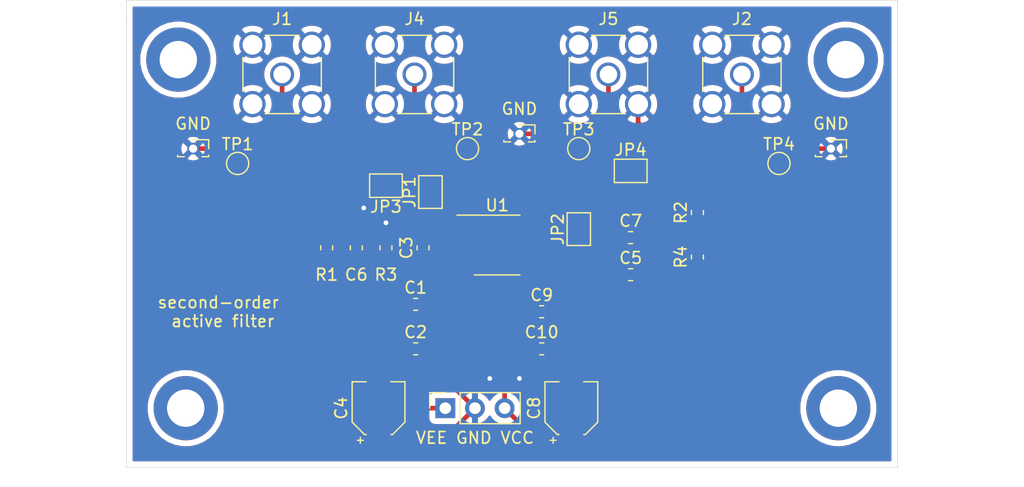
<source format=kicad_pcb>
(kicad_pcb (version 20171130) (host pcbnew "(5.1.2)-2")

  (general
    (thickness 1.6)
    (drawings 6)
    (tracks 118)
    (zones 0)
    (modules 35)
    (nets 14)
  )

  (page A4)
  (layers
    (0 F.Cu signal)
    (31 B.Cu signal)
    (32 B.Adhes user)
    (33 F.Adhes user)
    (34 B.Paste user)
    (35 F.Paste user)
    (36 B.SilkS user)
    (37 F.SilkS user)
    (38 B.Mask user)
    (39 F.Mask user)
    (40 Dwgs.User user)
    (41 Cmts.User user)
    (42 Eco1.User user)
    (43 Eco2.User user)
    (44 Edge.Cuts user)
    (45 Margin user)
    (46 B.CrtYd user)
    (47 F.CrtYd user)
    (48 B.Fab user)
    (49 F.Fab user)
  )

  (setup
    (last_trace_width 0.4)
    (user_trace_width 0.4)
    (trace_clearance 0.2)
    (zone_clearance 0.508)
    (zone_45_only no)
    (trace_min 0.2)
    (via_size 0.8)
    (via_drill 0.4)
    (via_min_size 0.4)
    (via_min_drill 0.3)
    (uvia_size 0.3)
    (uvia_drill 0.1)
    (uvias_allowed no)
    (uvia_min_size 0.2)
    (uvia_min_drill 0.1)
    (edge_width 0.05)
    (segment_width 0.2)
    (pcb_text_width 0.3)
    (pcb_text_size 1.5 1.5)
    (mod_edge_width 0.12)
    (mod_text_size 1 1)
    (mod_text_width 0.15)
    (pad_size 1.5 1.5)
    (pad_drill 0)
    (pad_to_mask_clearance 0.051)
    (solder_mask_min_width 0.25)
    (aux_axis_origin 0 0)
    (visible_elements 7FFFFFFF)
    (pcbplotparams
      (layerselection 0x010f0_ffffffff)
      (usegerberextensions false)
      (usegerberattributes false)
      (usegerberadvancedattributes false)
      (creategerberjobfile false)
      (excludeedgelayer true)
      (linewidth 0.100000)
      (plotframeref false)
      (viasonmask false)
      (mode 1)
      (useauxorigin false)
      (hpglpennumber 1)
      (hpglpenspeed 20)
      (hpglpendiameter 15.000000)
      (psnegative false)
      (psa4output false)
      (plotreference true)
      (plotvalue true)
      (plotinvisibletext false)
      (padsonsilk false)
      (subtractmaskfromsilk false)
      (outputformat 1)
      (mirror false)
      (drillshape 0)
      (scaleselection 1)
      (outputdirectory ""))
  )

  (net 0 "")
  (net 1 /VEE)
  (net 2 "Net-(C3-Pad1)")
  (net 3 GND)
  (net 4 "Net-(C5-Pad1)")
  (net 5 "Net-(C6-Pad2)")
  (net 6 "Net-(C6-Pad1)")
  (net 7 "Net-(C7-Pad2)")
  (net 8 "Net-(C7-Pad1)")
  (net 9 /VCC)
  (net 10 "Net-(J1-Pad1)")
  (net 11 "Net-(J2-Pad1)")
  (net 12 "Net-(JP1-Pad1)")
  (net 13 "Net-(JP2-Pad1)")

  (net_class Default 这是默认网络类。
    (clearance 0.2)
    (trace_width 0.25)
    (via_dia 0.8)
    (via_drill 0.4)
    (uvia_dia 0.3)
    (uvia_drill 0.1)
    (add_net /VCC)
    (add_net /VEE)
    (add_net GND)
    (add_net "Net-(C3-Pad1)")
    (add_net "Net-(C5-Pad1)")
    (add_net "Net-(C6-Pad1)")
    (add_net "Net-(C6-Pad2)")
    (add_net "Net-(C7-Pad1)")
    (add_net "Net-(C7-Pad2)")
    (add_net "Net-(J1-Pad1)")
    (add_net "Net-(J2-Pad1)")
    (add_net "Net-(JP1-Pad1)")
    (add_net "Net-(JP2-Pad1)")
  )

  (module Connector_PinSocket_1.27mm:PinSocket_1x01_P1.27mm_Vertical (layer F.Cu) (tedit 5D20673D) (tstamp 5D2137DA)
    (at 143.51 83.185)
    (descr "Through hole straight socket strip, 1x01, 1.27mm pitch, single row (from Kicad 4.0.7), script generated")
    (tags "Through hole socket strip THT 1x01 1.27mm single row")
    (fp_text reference GND (at 0 -2.135) (layer F.SilkS)
      (effects (font (size 1 1) (thickness 0.15)))
    )
    (fp_text value PinSocket_1x01_P1.27mm_Vertical (at 0 2.135) (layer F.Fab)
      (effects (font (size 1 1) (thickness 0.15)))
    )
    (fp_text user %R (at 0 0) (layer F.Fab)
      (effects (font (size 0.76 0.76) (thickness 0.11)))
    )
    (fp_line (start -1.8 1.15) (end -1.8 -1.15) (layer F.CrtYd) (width 0.05))
    (fp_line (start 1.75 1.15) (end -1.8 1.15) (layer F.CrtYd) (width 0.05))
    (fp_line (start 1.75 -1.15) (end 1.75 1.15) (layer F.CrtYd) (width 0.05))
    (fp_line (start -1.8 -1.15) (end 1.75 -1.15) (layer F.CrtYd) (width 0.05))
    (fp_line (start 0 -0.76) (end 1.33 -0.76) (layer F.SilkS) (width 0.12))
    (fp_line (start 1.33 -0.76) (end 1.33 0) (layer F.SilkS) (width 0.12))
    (fp_line (start 1.33 0.575) (end 1.33 0.695) (layer F.SilkS) (width 0.12))
    (fp_line (start -1.33 0.575) (end -1.33 0.695) (layer F.SilkS) (width 0.12))
    (fp_line (start 0.76 0.695) (end 1.33 0.695) (layer F.SilkS) (width 0.12))
    (fp_line (start -1.33 0.695) (end -0.76 0.695) (layer F.SilkS) (width 0.12))
    (fp_line (start -1.27 0.635) (end -1.27 -0.635) (layer F.Fab) (width 0.1))
    (fp_line (start 1.27 0.635) (end -1.27 0.635) (layer F.Fab) (width 0.1))
    (fp_line (start 1.27 -0.3175) (end 1.27 0.635) (layer F.Fab) (width 0.1))
    (fp_line (start 0.9525 -0.635) (end 1.27 -0.3175) (layer F.Fab) (width 0.1))
    (fp_line (start -1.27 -0.635) (end 0.9525 -0.635) (layer F.Fab) (width 0.1))
    (pad 1 thru_hole circle (at 0 0) (size 1 1) (drill 0.7) (layers *.Cu *.Mask)
      (net 3 GND))
    (model ${KISYS3DMOD}/Connector_PinSocket_1.27mm.3dshapes/PinSocket_1x01_P1.27mm_Vertical.wrl
      (at (xyz 0 0 0))
      (scale (xyz 1 1 1))
      (rotate (xyz 0 0 0))
    )
  )

  (module Connector_PinSocket_1.27mm:PinSocket_1x01_P1.27mm_Vertical (layer F.Cu) (tedit 5D20668A) (tstamp 5D21351B)
    (at 170.18 84.455)
    (descr "Through hole straight socket strip, 1x01, 1.27mm pitch, single row (from Kicad 4.0.7), script generated")
    (tags "Through hole socket strip THT 1x01 1.27mm single row")
    (fp_text reference GND (at 0 -2.135) (layer F.SilkS)
      (effects (font (size 1 1) (thickness 0.15)))
    )
    (fp_text value PinSocket_1x01_P1.27mm_Vertical (at 0 2.135) (layer F.Fab)
      (effects (font (size 1 1) (thickness 0.15)))
    )
    (fp_text user %R (at 0 0) (layer F.Fab)
      (effects (font (size 0.76 0.76) (thickness 0.11)))
    )
    (fp_line (start -1.8 1.15) (end -1.8 -1.15) (layer F.CrtYd) (width 0.05))
    (fp_line (start 1.75 1.15) (end -1.8 1.15) (layer F.CrtYd) (width 0.05))
    (fp_line (start 1.75 -1.15) (end 1.75 1.15) (layer F.CrtYd) (width 0.05))
    (fp_line (start -1.8 -1.15) (end 1.75 -1.15) (layer F.CrtYd) (width 0.05))
    (fp_line (start 0 -0.76) (end 1.33 -0.76) (layer F.SilkS) (width 0.12))
    (fp_line (start 1.33 -0.76) (end 1.33 0) (layer F.SilkS) (width 0.12))
    (fp_line (start 1.33 0.575) (end 1.33 0.695) (layer F.SilkS) (width 0.12))
    (fp_line (start -1.33 0.575) (end -1.33 0.695) (layer F.SilkS) (width 0.12))
    (fp_line (start 0.76 0.695) (end 1.33 0.695) (layer F.SilkS) (width 0.12))
    (fp_line (start -1.33 0.695) (end -0.76 0.695) (layer F.SilkS) (width 0.12))
    (fp_line (start -1.27 0.635) (end -1.27 -0.635) (layer F.Fab) (width 0.1))
    (fp_line (start 1.27 0.635) (end -1.27 0.635) (layer F.Fab) (width 0.1))
    (fp_line (start 1.27 -0.3175) (end 1.27 0.635) (layer F.Fab) (width 0.1))
    (fp_line (start 0.9525 -0.635) (end 1.27 -0.3175) (layer F.Fab) (width 0.1))
    (fp_line (start -1.27 -0.635) (end 0.9525 -0.635) (layer F.Fab) (width 0.1))
    (pad 1 thru_hole circle (at 0 0) (size 1 1) (drill 0.7) (layers *.Cu *.Mask)
      (net 3 GND))
    (model ${KISYS3DMOD}/Connector_PinSocket_1.27mm.3dshapes/PinSocket_1x01_P1.27mm_Vertical.wrl
      (at (xyz 0 0 0))
      (scale (xyz 1 1 1))
      (rotate (xyz 0 0 0))
    )
  )

  (module Connector_PinSocket_1.27mm:PinSocket_1x01_P1.27mm_Vertical (layer F.Cu) (tedit 5D206684) (tstamp 5D21349E)
    (at 115.57 84.455)
    (descr "Through hole straight socket strip, 1x01, 1.27mm pitch, single row (from Kicad 4.0.7), script generated")
    (tags "Through hole socket strip THT 1x01 1.27mm single row")
    (fp_text reference GND (at 0 -2.135) (layer F.SilkS)
      (effects (font (size 1 1) (thickness 0.15)))
    )
    (fp_text value PinSocket_1x01_P1.27mm_Vertical (at 0 2.135) (layer F.Fab)
      (effects (font (size 1 1) (thickness 0.15)))
    )
    (fp_text user %R (at 0 0) (layer F.Fab)
      (effects (font (size 0.76 0.76) (thickness 0.11)))
    )
    (fp_line (start -1.8 1.15) (end -1.8 -1.15) (layer F.CrtYd) (width 0.05))
    (fp_line (start 1.75 1.15) (end -1.8 1.15) (layer F.CrtYd) (width 0.05))
    (fp_line (start 1.75 -1.15) (end 1.75 1.15) (layer F.CrtYd) (width 0.05))
    (fp_line (start -1.8 -1.15) (end 1.75 -1.15) (layer F.CrtYd) (width 0.05))
    (fp_line (start 0 -0.76) (end 1.33 -0.76) (layer F.SilkS) (width 0.12))
    (fp_line (start 1.33 -0.76) (end 1.33 0) (layer F.SilkS) (width 0.12))
    (fp_line (start 1.33 0.575) (end 1.33 0.695) (layer F.SilkS) (width 0.12))
    (fp_line (start -1.33 0.575) (end -1.33 0.695) (layer F.SilkS) (width 0.12))
    (fp_line (start 0.76 0.695) (end 1.33 0.695) (layer F.SilkS) (width 0.12))
    (fp_line (start -1.33 0.695) (end -0.76 0.695) (layer F.SilkS) (width 0.12))
    (fp_line (start -1.27 0.635) (end -1.27 -0.635) (layer F.Fab) (width 0.1))
    (fp_line (start 1.27 0.635) (end -1.27 0.635) (layer F.Fab) (width 0.1))
    (fp_line (start 1.27 -0.3175) (end 1.27 0.635) (layer F.Fab) (width 0.1))
    (fp_line (start 0.9525 -0.635) (end 1.27 -0.3175) (layer F.Fab) (width 0.1))
    (fp_line (start -1.27 -0.635) (end 0.9525 -0.635) (layer F.Fab) (width 0.1))
    (pad 1 thru_hole circle (at 0 0) (size 1 1) (drill 0.7) (layers *.Cu *.Mask)
      (net 3 GND))
    (model ${KISYS3DMOD}/Connector_PinSocket_1.27mm.3dshapes/PinSocket_1x01_P1.27mm_Vertical.wrl
      (at (xyz 0 0 0))
      (scale (xyz 1 1 1))
      (rotate (xyz 0 0 0))
    )
  )

  (module TestPoint:TestPoint_Pad_D1.5mm (layer F.Cu) (tedit 5D206760) (tstamp 5D213124)
    (at 148.59 84.455)
    (descr "SMD pad as test Point, diameter 1.5mm")
    (tags "test point SMD pad")
    (attr virtual)
    (fp_text reference TP3 (at 0 -1.648) (layer F.SilkS)
      (effects (font (size 1 1) (thickness 0.15)))
    )
    (fp_text value TestPoint_Pad_D1.5mm (at 0 1.75) (layer F.Fab)
      (effects (font (size 1 1) (thickness 0.15)))
    )
    (fp_circle (center 0 0) (end 0 0.95) (layer F.SilkS) (width 0.12))
    (fp_circle (center 0 0) (end 1.25 0) (layer F.CrtYd) (width 0.05))
    (fp_text user %R (at 0 -1.65) (layer F.Fab)
      (effects (font (size 1 1) (thickness 0.15)))
    )
    (pad 1 smd circle (at 0 0) (size 1.5 1.5) (layers F.Cu F.Mask)
      (net 8 "Net-(C7-Pad1)"))
  )

  (module TestPoint:TestPoint_Pad_D1.5mm (layer F.Cu) (tedit 5D206758) (tstamp 5D213100)
    (at 139.065 84.455)
    (descr "SMD pad as test Point, diameter 1.5mm")
    (tags "test point SMD pad")
    (attr virtual)
    (fp_text reference TP2 (at 0 -1.648) (layer F.SilkS)
      (effects (font (size 1 1) (thickness 0.15)))
    )
    (fp_text value TestPoint_Pad_D1.5mm (at 0 1.75) (layer F.Fab)
      (effects (font (size 1 1) (thickness 0.15)))
    )
    (fp_circle (center 0 0) (end 0 0.95) (layer F.SilkS) (width 0.12))
    (fp_circle (center 0 0) (end 1.25 0) (layer F.CrtYd) (width 0.05))
    (fp_text user %R (at 0 -1.65) (layer F.Fab)
      (effects (font (size 1 1) (thickness 0.15)))
    )
    (pad 1 smd circle (at 0 0) (size 1.5 1.5) (layers F.Cu F.Mask)
      (net 6 "Net-(C6-Pad1)"))
  )

  (module TestPoint:TestPoint_Pad_D1.5mm (layer F.Cu) (tedit 5D206698) (tstamp 5D2130DC)
    (at 165.735 85.725)
    (descr "SMD pad as test Point, diameter 1.5mm")
    (tags "test point SMD pad")
    (attr virtual)
    (fp_text reference TP4 (at 0 -1.648) (layer F.SilkS)
      (effects (font (size 1 1) (thickness 0.15)))
    )
    (fp_text value TestPoint_Pad_D1.5mm (at 0 1.75) (layer F.Fab)
      (effects (font (size 1 1) (thickness 0.15)))
    )
    (fp_circle (center 0 0) (end 0 0.95) (layer F.SilkS) (width 0.12))
    (fp_circle (center 0 0) (end 1.25 0) (layer F.CrtYd) (width 0.05))
    (fp_text user %R (at 0 -1.65) (layer F.Fab)
      (effects (font (size 1 1) (thickness 0.15)))
    )
    (pad 1 smd circle (at 0 0) (size 1.5 1.5) (layers F.Cu F.Mask)
      (net 11 "Net-(J2-Pad1)"))
  )

  (module TestPoint:TestPoint_Pad_D1.5mm (layer F.Cu) (tedit 5D2066A9) (tstamp 5D2130B8)
    (at 119.38 85.725)
    (descr "SMD pad as test Point, diameter 1.5mm")
    (tags "test point SMD pad")
    (attr virtual)
    (fp_text reference TP1 (at 0 -1.648) (layer F.SilkS)
      (effects (font (size 1 1) (thickness 0.15)))
    )
    (fp_text value TestPoint_Pad_D1.5mm (at 0 1.75) (layer F.Fab)
      (effects (font (size 1 1) (thickness 0.15)))
    )
    (fp_circle (center 0 0) (end 0 0.95) (layer F.SilkS) (width 0.12))
    (fp_circle (center 0 0) (end 1.25 0) (layer F.CrtYd) (width 0.05))
    (fp_text user %R (at 0 -1.65) (layer F.Fab)
      (effects (font (size 1 1) (thickness 0.15)))
    )
    (pad 1 smd circle (at 0 0) (size 1.5 1.5) (layers F.Cu F.Mask)
      (net 10 "Net-(J1-Pad1)"))
  )

  (module MountingHole:MountingHole_3.2mm_M3_ISO14580_Pad (layer F.Cu) (tedit 56D1B4CB) (tstamp 5D212EAB)
    (at 170.815 106.68)
    (descr "Mounting Hole 3.2mm, M3, ISO14580")
    (tags "mounting hole 3.2mm m3 iso14580")
    (attr virtual)
    (fp_text reference REF** (at 0 -3.75) (layer F.SilkS) hide
      (effects (font (size 1 1) (thickness 0.15)))
    )
    (fp_text value MountingHole_3.2mm_M3_ISO14580_Pad (at 0 3.75) (layer F.Fab)
      (effects (font (size 1 1) (thickness 0.15)))
    )
    (fp_circle (center 0 0) (end 3 0) (layer F.CrtYd) (width 0.05))
    (fp_circle (center 0 0) (end 2.75 0) (layer Cmts.User) (width 0.15))
    (fp_text user %R (at 0.3 0) (layer F.Fab)
      (effects (font (size 1 1) (thickness 0.15)))
    )
    (pad 1 thru_hole circle (at 0 0) (size 5.5 5.5) (drill 3.2) (layers *.Cu *.Mask))
  )

  (module MountingHole:MountingHole_3.2mm_M3_ISO14580_Pad (layer F.Cu) (tedit 56D1B4CB) (tstamp 5D212E87)
    (at 114.935 106.68)
    (descr "Mounting Hole 3.2mm, M3, ISO14580")
    (tags "mounting hole 3.2mm m3 iso14580")
    (attr virtual)
    (fp_text reference REF** (at 0 -3.75) (layer F.SilkS) hide
      (effects (font (size 1 1) (thickness 0.15)))
    )
    (fp_text value MountingHole_3.2mm_M3_ISO14580_Pad (at 0 3.75) (layer F.Fab)
      (effects (font (size 1 1) (thickness 0.15)))
    )
    (fp_circle (center 0 0) (end 3 0) (layer F.CrtYd) (width 0.05))
    (fp_circle (center 0 0) (end 2.75 0) (layer Cmts.User) (width 0.15))
    (fp_text user %R (at 0.3 0) (layer F.Fab)
      (effects (font (size 1 1) (thickness 0.15)))
    )
    (pad 1 thru_hole circle (at 0 0) (size 5.5 5.5) (drill 3.2) (layers *.Cu *.Mask))
  )

  (module MountingHole:MountingHole_3.2mm_M3_ISO14580_Pad (layer F.Cu) (tedit 56D1B4CB) (tstamp 5D212E50)
    (at 171.45 76.835)
    (descr "Mounting Hole 3.2mm, M3, ISO14580")
    (tags "mounting hole 3.2mm m3 iso14580")
    (attr virtual)
    (fp_text reference REF** (at 0 -3.75) (layer F.SilkS) hide
      (effects (font (size 1 1) (thickness 0.15)))
    )
    (fp_text value MountingHole_3.2mm_M3_ISO14580_Pad (at 0 3.75) (layer F.Fab)
      (effects (font (size 1 1) (thickness 0.15)))
    )
    (fp_circle (center 0 0) (end 3 0) (layer F.CrtYd) (width 0.05))
    (fp_circle (center 0 0) (end 2.75 0) (layer Cmts.User) (width 0.15))
    (fp_text user %R (at 0.3 0) (layer F.Fab)
      (effects (font (size 1 1) (thickness 0.15)))
    )
    (pad 1 thru_hole circle (at 0 0) (size 5.5 5.5) (drill 3.2) (layers *.Cu *.Mask))
  )

  (module MountingHole:MountingHole_3.2mm_M3_ISO14580_Pad (layer F.Cu) (tedit 56D1B4CB) (tstamp 5D212E2A)
    (at 114.3 76.835)
    (descr "Mounting Hole 3.2mm, M3, ISO14580")
    (tags "mounting hole 3.2mm m3 iso14580")
    (attr virtual)
    (fp_text reference REF** (at 0 -3.75) (layer F.SilkS) hide
      (effects (font (size 1 1) (thickness 0.15)))
    )
    (fp_text value MountingHole_3.2mm_M3_ISO14580_Pad (at 0 3.75) (layer F.Fab)
      (effects (font (size 1 1) (thickness 0.15)))
    )
    (fp_circle (center 0 0) (end 3 0) (layer F.CrtYd) (width 0.05))
    (fp_circle (center 0 0) (end 2.75 0) (layer Cmts.User) (width 0.15))
    (fp_text user %R (at 0.3 0) (layer F.Fab)
      (effects (font (size 1 1) (thickness 0.15)))
    )
    (pad 1 thru_hole circle (at 0 0) (size 5.5 5.5) (drill 3.2) (layers *.Cu *.Mask))
  )

  (module Capacitor_SMD:C_0603_1608Metric_Pad1.05x0.95mm_HandSolder (layer F.Cu) (tedit 5B301BBE) (tstamp 5D20F769)
    (at 134.62 97.79)
    (descr "Capacitor SMD 0603 (1608 Metric), square (rectangular) end terminal, IPC_7351 nominal with elongated pad for handsoldering. (Body size source: http://www.tortai-tech.com/upload/download/2011102023233369053.pdf), generated with kicad-footprint-generator")
    (tags "capacitor handsolder")
    (path /5D217509)
    (attr smd)
    (fp_text reference C1 (at 0 -1.43) (layer F.SilkS)
      (effects (font (size 1 1) (thickness 0.15)))
    )
    (fp_text value 0.1uf (at 0 1.43) (layer F.Fab)
      (effects (font (size 1 1) (thickness 0.15)))
    )
    (fp_text user %R (at 0 0) (layer F.Fab)
      (effects (font (size 0.4 0.4) (thickness 0.06)))
    )
    (fp_line (start 1.65 0.73) (end -1.65 0.73) (layer F.CrtYd) (width 0.05))
    (fp_line (start 1.65 -0.73) (end 1.65 0.73) (layer F.CrtYd) (width 0.05))
    (fp_line (start -1.65 -0.73) (end 1.65 -0.73) (layer F.CrtYd) (width 0.05))
    (fp_line (start -1.65 0.73) (end -1.65 -0.73) (layer F.CrtYd) (width 0.05))
    (fp_line (start -0.171267 0.51) (end 0.171267 0.51) (layer F.SilkS) (width 0.12))
    (fp_line (start -0.171267 -0.51) (end 0.171267 -0.51) (layer F.SilkS) (width 0.12))
    (fp_line (start 0.8 0.4) (end -0.8 0.4) (layer F.Fab) (width 0.1))
    (fp_line (start 0.8 -0.4) (end 0.8 0.4) (layer F.Fab) (width 0.1))
    (fp_line (start -0.8 -0.4) (end 0.8 -0.4) (layer F.Fab) (width 0.1))
    (fp_line (start -0.8 0.4) (end -0.8 -0.4) (layer F.Fab) (width 0.1))
    (pad 2 smd roundrect (at 0.875 0) (size 1.05 0.95) (layers F.Cu F.Paste F.Mask) (roundrect_rratio 0.25)
      (net 3 GND))
    (pad 1 smd roundrect (at -0.875 0) (size 1.05 0.95) (layers F.Cu F.Paste F.Mask) (roundrect_rratio 0.25)
      (net 1 /VEE))
    (model ${KISYS3DMOD}/Capacitor_SMD.3dshapes/C_0603_1608Metric.wrl
      (at (xyz 0 0 0))
      (scale (xyz 1 1 1))
      (rotate (xyz 0 0 0))
    )
  )

  (module Capacitor_SMD:C_0603_1608Metric_Pad1.05x0.95mm_HandSolder (layer F.Cu) (tedit 5B301BBE) (tstamp 5D20F77A)
    (at 134.62 101.6)
    (descr "Capacitor SMD 0603 (1608 Metric), square (rectangular) end terminal, IPC_7351 nominal with elongated pad for handsoldering. (Body size source: http://www.tortai-tech.com/upload/download/2011102023233369053.pdf), generated with kicad-footprint-generator")
    (tags "capacitor handsolder")
    (path /5D217004)
    (attr smd)
    (fp_text reference C2 (at 0 -1.43) (layer F.SilkS)
      (effects (font (size 1 1) (thickness 0.15)))
    )
    (fp_text value 0.1uf (at 0 1.43) (layer F.Fab)
      (effects (font (size 1 1) (thickness 0.15)))
    )
    (fp_line (start -0.8 0.4) (end -0.8 -0.4) (layer F.Fab) (width 0.1))
    (fp_line (start -0.8 -0.4) (end 0.8 -0.4) (layer F.Fab) (width 0.1))
    (fp_line (start 0.8 -0.4) (end 0.8 0.4) (layer F.Fab) (width 0.1))
    (fp_line (start 0.8 0.4) (end -0.8 0.4) (layer F.Fab) (width 0.1))
    (fp_line (start -0.171267 -0.51) (end 0.171267 -0.51) (layer F.SilkS) (width 0.12))
    (fp_line (start -0.171267 0.51) (end 0.171267 0.51) (layer F.SilkS) (width 0.12))
    (fp_line (start -1.65 0.73) (end -1.65 -0.73) (layer F.CrtYd) (width 0.05))
    (fp_line (start -1.65 -0.73) (end 1.65 -0.73) (layer F.CrtYd) (width 0.05))
    (fp_line (start 1.65 -0.73) (end 1.65 0.73) (layer F.CrtYd) (width 0.05))
    (fp_line (start 1.65 0.73) (end -1.65 0.73) (layer F.CrtYd) (width 0.05))
    (fp_text user %R (at 0 0) (layer F.Fab)
      (effects (font (size 0.4 0.4) (thickness 0.06)))
    )
    (pad 1 smd roundrect (at -0.875 0) (size 1.05 0.95) (layers F.Cu F.Paste F.Mask) (roundrect_rratio 0.25)
      (net 1 /VEE))
    (pad 2 smd roundrect (at 0.875 0) (size 1.05 0.95) (layers F.Cu F.Paste F.Mask) (roundrect_rratio 0.25)
      (net 3 GND))
    (model ${KISYS3DMOD}/Capacitor_SMD.3dshapes/C_0603_1608Metric.wrl
      (at (xyz 0 0 0))
      (scale (xyz 1 1 1))
      (rotate (xyz 0 0 0))
    )
  )

  (module Capacitor_SMD:C_0603_1608Metric_Pad1.05x0.95mm_HandSolder (layer F.Cu) (tedit 5B301BBE) (tstamp 5D210BF5)
    (at 135.255 92.95 90)
    (descr "Capacitor SMD 0603 (1608 Metric), square (rectangular) end terminal, IPC_7351 nominal with elongated pad for handsoldering. (Body size source: http://www.tortai-tech.com/upload/download/2011102023233369053.pdf), generated with kicad-footprint-generator")
    (tags "capacitor handsolder")
    (path /5D205F37)
    (attr smd)
    (fp_text reference C3 (at 0 -1.43 90) (layer F.SilkS)
      (effects (font (size 1 1) (thickness 0.15)))
    )
    (fp_text value C (at 0 1.43 90) (layer F.Fab)
      (effects (font (size 1 1) (thickness 0.15)))
    )
    (fp_line (start -0.8 0.4) (end -0.8 -0.4) (layer F.Fab) (width 0.1))
    (fp_line (start -0.8 -0.4) (end 0.8 -0.4) (layer F.Fab) (width 0.1))
    (fp_line (start 0.8 -0.4) (end 0.8 0.4) (layer F.Fab) (width 0.1))
    (fp_line (start 0.8 0.4) (end -0.8 0.4) (layer F.Fab) (width 0.1))
    (fp_line (start -0.171267 -0.51) (end 0.171267 -0.51) (layer F.SilkS) (width 0.12))
    (fp_line (start -0.171267 0.51) (end 0.171267 0.51) (layer F.SilkS) (width 0.12))
    (fp_line (start -1.65 0.73) (end -1.65 -0.73) (layer F.CrtYd) (width 0.05))
    (fp_line (start -1.65 -0.73) (end 1.65 -0.73) (layer F.CrtYd) (width 0.05))
    (fp_line (start 1.65 -0.73) (end 1.65 0.73) (layer F.CrtYd) (width 0.05))
    (fp_line (start 1.65 0.73) (end -1.65 0.73) (layer F.CrtYd) (width 0.05))
    (fp_text user %R (at 0 0 90) (layer F.Fab)
      (effects (font (size 0.4 0.4) (thickness 0.06)))
    )
    (pad 1 smd roundrect (at -0.875 0 90) (size 1.05 0.95) (layers F.Cu F.Paste F.Mask) (roundrect_rratio 0.25)
      (net 2 "Net-(C3-Pad1)"))
    (pad 2 smd roundrect (at 0.875 0 90) (size 1.05 0.95) (layers F.Cu F.Paste F.Mask) (roundrect_rratio 0.25)
      (net 3 GND))
    (model ${KISYS3DMOD}/Capacitor_SMD.3dshapes/C_0603_1608Metric.wrl
      (at (xyz 0 0 0))
      (scale (xyz 1 1 1))
      (rotate (xyz 0 0 0))
    )
  )

  (module Capacitor_SMD:CP_Elec_4x5.3 (layer F.Cu) (tedit 5BCA39CF) (tstamp 5D20F7B3)
    (at 131.445 106.68 90)
    (descr "SMD capacitor, aluminum electrolytic, Vishay, 4.0x5.3mm")
    (tags "capacitor electrolytic")
    (path /5D2069DB)
    (attr smd)
    (fp_text reference C4 (at 0 -3.2 90) (layer F.SilkS)
      (effects (font (size 1 1) (thickness 0.15)))
    )
    (fp_text value 10uF (at 0 3.2 90) (layer F.Fab)
      (effects (font (size 1 1) (thickness 0.15)))
    )
    (fp_text user %R (at 0 0 90) (layer F.Fab)
      (effects (font (size 0.8 0.8) (thickness 0.12)))
    )
    (fp_line (start -3.35 1.05) (end -2.4 1.05) (layer F.CrtYd) (width 0.05))
    (fp_line (start -3.35 -1.05) (end -3.35 1.05) (layer F.CrtYd) (width 0.05))
    (fp_line (start -2.4 -1.05) (end -3.35 -1.05) (layer F.CrtYd) (width 0.05))
    (fp_line (start -2.4 1.05) (end -2.4 1.25) (layer F.CrtYd) (width 0.05))
    (fp_line (start -2.4 -1.25) (end -2.4 -1.05) (layer F.CrtYd) (width 0.05))
    (fp_line (start -2.4 -1.25) (end -1.25 -2.4) (layer F.CrtYd) (width 0.05))
    (fp_line (start -2.4 1.25) (end -1.25 2.4) (layer F.CrtYd) (width 0.05))
    (fp_line (start -1.25 -2.4) (end 2.4 -2.4) (layer F.CrtYd) (width 0.05))
    (fp_line (start -1.25 2.4) (end 2.4 2.4) (layer F.CrtYd) (width 0.05))
    (fp_line (start 2.4 1.05) (end 2.4 2.4) (layer F.CrtYd) (width 0.05))
    (fp_line (start 3.35 1.05) (end 2.4 1.05) (layer F.CrtYd) (width 0.05))
    (fp_line (start 3.35 -1.05) (end 3.35 1.05) (layer F.CrtYd) (width 0.05))
    (fp_line (start 2.4 -1.05) (end 3.35 -1.05) (layer F.CrtYd) (width 0.05))
    (fp_line (start 2.4 -2.4) (end 2.4 -1.05) (layer F.CrtYd) (width 0.05))
    (fp_line (start -2.75 -1.81) (end -2.75 -1.31) (layer F.SilkS) (width 0.12))
    (fp_line (start -3 -1.56) (end -2.5 -1.56) (layer F.SilkS) (width 0.12))
    (fp_line (start -2.26 1.195563) (end -1.195563 2.26) (layer F.SilkS) (width 0.12))
    (fp_line (start -2.26 -1.195563) (end -1.195563 -2.26) (layer F.SilkS) (width 0.12))
    (fp_line (start -2.26 -1.195563) (end -2.26 -1.06) (layer F.SilkS) (width 0.12))
    (fp_line (start -2.26 1.195563) (end -2.26 1.06) (layer F.SilkS) (width 0.12))
    (fp_line (start -1.195563 2.26) (end 2.26 2.26) (layer F.SilkS) (width 0.12))
    (fp_line (start -1.195563 -2.26) (end 2.26 -2.26) (layer F.SilkS) (width 0.12))
    (fp_line (start 2.26 -2.26) (end 2.26 -1.06) (layer F.SilkS) (width 0.12))
    (fp_line (start 2.26 2.26) (end 2.26 1.06) (layer F.SilkS) (width 0.12))
    (fp_line (start -1.374773 -1.2) (end -1.374773 -0.8) (layer F.Fab) (width 0.1))
    (fp_line (start -1.574773 -1) (end -1.174773 -1) (layer F.Fab) (width 0.1))
    (fp_line (start -2.15 1.15) (end -1.15 2.15) (layer F.Fab) (width 0.1))
    (fp_line (start -2.15 -1.15) (end -1.15 -2.15) (layer F.Fab) (width 0.1))
    (fp_line (start -2.15 -1.15) (end -2.15 1.15) (layer F.Fab) (width 0.1))
    (fp_line (start -1.15 2.15) (end 2.15 2.15) (layer F.Fab) (width 0.1))
    (fp_line (start -1.15 -2.15) (end 2.15 -2.15) (layer F.Fab) (width 0.1))
    (fp_line (start 2.15 -2.15) (end 2.15 2.15) (layer F.Fab) (width 0.1))
    (fp_circle (center 0 0) (end 2 0) (layer F.Fab) (width 0.1))
    (pad 2 smd roundrect (at 1.8 0 90) (size 2.6 1.6) (layers F.Cu F.Paste F.Mask) (roundrect_rratio 0.15625)
      (net 1 /VEE))
    (pad 1 smd roundrect (at -1.8 0 90) (size 2.6 1.6) (layers F.Cu F.Paste F.Mask) (roundrect_rratio 0.15625)
      (net 3 GND))
    (model ${KISYS3DMOD}/Capacitor_SMD.3dshapes/CP_Elec_4x5.3.wrl
      (at (xyz 0 0 0))
      (scale (xyz 1 1 1))
      (rotate (xyz 0 0 0))
    )
  )

  (module Capacitor_SMD:C_0603_1608Metric_Pad1.05x0.95mm_HandSolder (layer F.Cu) (tedit 5B301BBE) (tstamp 5D20F7C4)
    (at 153.035 95.25)
    (descr "Capacitor SMD 0603 (1608 Metric), square (rectangular) end terminal, IPC_7351 nominal with elongated pad for handsoldering. (Body size source: http://www.tortai-tech.com/upload/download/2011102023233369053.pdf), generated with kicad-footprint-generator")
    (tags "capacitor handsolder")
    (path /5D2195A0)
    (attr smd)
    (fp_text reference C5 (at 0 -1.43) (layer F.SilkS)
      (effects (font (size 1 1) (thickness 0.15)))
    )
    (fp_text value C (at 0 1.43) (layer F.Fab)
      (effects (font (size 1 1) (thickness 0.15)))
    )
    (fp_line (start -0.8 0.4) (end -0.8 -0.4) (layer F.Fab) (width 0.1))
    (fp_line (start -0.8 -0.4) (end 0.8 -0.4) (layer F.Fab) (width 0.1))
    (fp_line (start 0.8 -0.4) (end 0.8 0.4) (layer F.Fab) (width 0.1))
    (fp_line (start 0.8 0.4) (end -0.8 0.4) (layer F.Fab) (width 0.1))
    (fp_line (start -0.171267 -0.51) (end 0.171267 -0.51) (layer F.SilkS) (width 0.12))
    (fp_line (start -0.171267 0.51) (end 0.171267 0.51) (layer F.SilkS) (width 0.12))
    (fp_line (start -1.65 0.73) (end -1.65 -0.73) (layer F.CrtYd) (width 0.05))
    (fp_line (start -1.65 -0.73) (end 1.65 -0.73) (layer F.CrtYd) (width 0.05))
    (fp_line (start 1.65 -0.73) (end 1.65 0.73) (layer F.CrtYd) (width 0.05))
    (fp_line (start 1.65 0.73) (end -1.65 0.73) (layer F.CrtYd) (width 0.05))
    (fp_text user %R (at 0 0) (layer F.Fab)
      (effects (font (size 0.4 0.4) (thickness 0.06)))
    )
    (pad 1 smd roundrect (at -0.875 0) (size 1.05 0.95) (layers F.Cu F.Paste F.Mask) (roundrect_rratio 0.25)
      (net 4 "Net-(C5-Pad1)"))
    (pad 2 smd roundrect (at 0.875 0) (size 1.05 0.95) (layers F.Cu F.Paste F.Mask) (roundrect_rratio 0.25)
      (net 3 GND))
    (model ${KISYS3DMOD}/Capacitor_SMD.3dshapes/C_0603_1608Metric.wrl
      (at (xyz 0 0 0))
      (scale (xyz 1 1 1))
      (rotate (xyz 0 0 0))
    )
  )

  (module Capacitor_SMD:C_0603_1608Metric_Pad1.05x0.95mm_HandSolder (layer F.Cu) (tedit 5B301BBE) (tstamp 5D210D8D)
    (at 129.54 92.95 270)
    (descr "Capacitor SMD 0603 (1608 Metric), square (rectangular) end terminal, IPC_7351 nominal with elongated pad for handsoldering. (Body size source: http://www.tortai-tech.com/upload/download/2011102023233369053.pdf), generated with kicad-footprint-generator")
    (tags "capacitor handsolder")
    (path /5D20D208)
    (attr smd)
    (fp_text reference C6 (at 2.3 0 180) (layer F.SilkS)
      (effects (font (size 1 1) (thickness 0.15)))
    )
    (fp_text value C (at 0 1.43 90) (layer F.Fab)
      (effects (font (size 1 1) (thickness 0.15)))
    )
    (fp_text user %R (at 0 0 90) (layer F.Fab)
      (effects (font (size 0.4 0.4) (thickness 0.06)))
    )
    (fp_line (start 1.65 0.73) (end -1.65 0.73) (layer F.CrtYd) (width 0.05))
    (fp_line (start 1.65 -0.73) (end 1.65 0.73) (layer F.CrtYd) (width 0.05))
    (fp_line (start -1.65 -0.73) (end 1.65 -0.73) (layer F.CrtYd) (width 0.05))
    (fp_line (start -1.65 0.73) (end -1.65 -0.73) (layer F.CrtYd) (width 0.05))
    (fp_line (start -0.171267 0.51) (end 0.171267 0.51) (layer F.SilkS) (width 0.12))
    (fp_line (start -0.171267 -0.51) (end 0.171267 -0.51) (layer F.SilkS) (width 0.12))
    (fp_line (start 0.8 0.4) (end -0.8 0.4) (layer F.Fab) (width 0.1))
    (fp_line (start 0.8 -0.4) (end 0.8 0.4) (layer F.Fab) (width 0.1))
    (fp_line (start -0.8 -0.4) (end 0.8 -0.4) (layer F.Fab) (width 0.1))
    (fp_line (start -0.8 0.4) (end -0.8 -0.4) (layer F.Fab) (width 0.1))
    (pad 2 smd roundrect (at 0.875 0 270) (size 1.05 0.95) (layers F.Cu F.Paste F.Mask) (roundrect_rratio 0.25)
      (net 5 "Net-(C6-Pad2)"))
    (pad 1 smd roundrect (at -0.875 0 270) (size 1.05 0.95) (layers F.Cu F.Paste F.Mask) (roundrect_rratio 0.25)
      (net 6 "Net-(C6-Pad1)"))
    (model ${KISYS3DMOD}/Capacitor_SMD.3dshapes/C_0603_1608Metric.wrl
      (at (xyz 0 0 0))
      (scale (xyz 1 1 1))
      (rotate (xyz 0 0 0))
    )
  )

  (module Capacitor_SMD:C_0603_1608Metric_Pad1.05x0.95mm_HandSolder (layer F.Cu) (tedit 5B301BBE) (tstamp 5D20F7E6)
    (at 153.035 92.075)
    (descr "Capacitor SMD 0603 (1608 Metric), square (rectangular) end terminal, IPC_7351 nominal with elongated pad for handsoldering. (Body size source: http://www.tortai-tech.com/upload/download/2011102023233369053.pdf), generated with kicad-footprint-generator")
    (tags "capacitor handsolder")
    (path /5D225B23)
    (attr smd)
    (fp_text reference C7 (at 0 -1.43) (layer F.SilkS)
      (effects (font (size 1 1) (thickness 0.15)))
    )
    (fp_text value C (at 0 1.43) (layer F.Fab)
      (effects (font (size 1 1) (thickness 0.15)))
    )
    (fp_text user %R (at 0 0) (layer F.Fab)
      (effects (font (size 0.4 0.4) (thickness 0.06)))
    )
    (fp_line (start 1.65 0.73) (end -1.65 0.73) (layer F.CrtYd) (width 0.05))
    (fp_line (start 1.65 -0.73) (end 1.65 0.73) (layer F.CrtYd) (width 0.05))
    (fp_line (start -1.65 -0.73) (end 1.65 -0.73) (layer F.CrtYd) (width 0.05))
    (fp_line (start -1.65 0.73) (end -1.65 -0.73) (layer F.CrtYd) (width 0.05))
    (fp_line (start -0.171267 0.51) (end 0.171267 0.51) (layer F.SilkS) (width 0.12))
    (fp_line (start -0.171267 -0.51) (end 0.171267 -0.51) (layer F.SilkS) (width 0.12))
    (fp_line (start 0.8 0.4) (end -0.8 0.4) (layer F.Fab) (width 0.1))
    (fp_line (start 0.8 -0.4) (end 0.8 0.4) (layer F.Fab) (width 0.1))
    (fp_line (start -0.8 -0.4) (end 0.8 -0.4) (layer F.Fab) (width 0.1))
    (fp_line (start -0.8 0.4) (end -0.8 -0.4) (layer F.Fab) (width 0.1))
    (pad 2 smd roundrect (at 0.875 0) (size 1.05 0.95) (layers F.Cu F.Paste F.Mask) (roundrect_rratio 0.25)
      (net 7 "Net-(C7-Pad2)"))
    (pad 1 smd roundrect (at -0.875 0) (size 1.05 0.95) (layers F.Cu F.Paste F.Mask) (roundrect_rratio 0.25)
      (net 8 "Net-(C7-Pad1)"))
    (model ${KISYS3DMOD}/Capacitor_SMD.3dshapes/C_0603_1608Metric.wrl
      (at (xyz 0 0 0))
      (scale (xyz 1 1 1))
      (rotate (xyz 0 0 0))
    )
  )

  (module Capacitor_SMD:CP_Elec_4x5.3 (layer F.Cu) (tedit 5BCA39CF) (tstamp 5D20F80E)
    (at 147.955 106.68 90)
    (descr "SMD capacitor, aluminum electrolytic, Vishay, 4.0x5.3mm")
    (tags "capacitor electrolytic")
    (path /5D217C3D)
    (attr smd)
    (fp_text reference C8 (at 0 -3.2 90) (layer F.SilkS)
      (effects (font (size 1 1) (thickness 0.15)))
    )
    (fp_text value 10uF (at 0 3.2 90) (layer F.Fab)
      (effects (font (size 1 1) (thickness 0.15)))
    )
    (fp_circle (center 0 0) (end 2 0) (layer F.Fab) (width 0.1))
    (fp_line (start 2.15 -2.15) (end 2.15 2.15) (layer F.Fab) (width 0.1))
    (fp_line (start -1.15 -2.15) (end 2.15 -2.15) (layer F.Fab) (width 0.1))
    (fp_line (start -1.15 2.15) (end 2.15 2.15) (layer F.Fab) (width 0.1))
    (fp_line (start -2.15 -1.15) (end -2.15 1.15) (layer F.Fab) (width 0.1))
    (fp_line (start -2.15 -1.15) (end -1.15 -2.15) (layer F.Fab) (width 0.1))
    (fp_line (start -2.15 1.15) (end -1.15 2.15) (layer F.Fab) (width 0.1))
    (fp_line (start -1.574773 -1) (end -1.174773 -1) (layer F.Fab) (width 0.1))
    (fp_line (start -1.374773 -1.2) (end -1.374773 -0.8) (layer F.Fab) (width 0.1))
    (fp_line (start 2.26 2.26) (end 2.26 1.06) (layer F.SilkS) (width 0.12))
    (fp_line (start 2.26 -2.26) (end 2.26 -1.06) (layer F.SilkS) (width 0.12))
    (fp_line (start -1.195563 -2.26) (end 2.26 -2.26) (layer F.SilkS) (width 0.12))
    (fp_line (start -1.195563 2.26) (end 2.26 2.26) (layer F.SilkS) (width 0.12))
    (fp_line (start -2.26 1.195563) (end -2.26 1.06) (layer F.SilkS) (width 0.12))
    (fp_line (start -2.26 -1.195563) (end -2.26 -1.06) (layer F.SilkS) (width 0.12))
    (fp_line (start -2.26 -1.195563) (end -1.195563 -2.26) (layer F.SilkS) (width 0.12))
    (fp_line (start -2.26 1.195563) (end -1.195563 2.26) (layer F.SilkS) (width 0.12))
    (fp_line (start -3 -1.56) (end -2.5 -1.56) (layer F.SilkS) (width 0.12))
    (fp_line (start -2.75 -1.81) (end -2.75 -1.31) (layer F.SilkS) (width 0.12))
    (fp_line (start 2.4 -2.4) (end 2.4 -1.05) (layer F.CrtYd) (width 0.05))
    (fp_line (start 2.4 -1.05) (end 3.35 -1.05) (layer F.CrtYd) (width 0.05))
    (fp_line (start 3.35 -1.05) (end 3.35 1.05) (layer F.CrtYd) (width 0.05))
    (fp_line (start 3.35 1.05) (end 2.4 1.05) (layer F.CrtYd) (width 0.05))
    (fp_line (start 2.4 1.05) (end 2.4 2.4) (layer F.CrtYd) (width 0.05))
    (fp_line (start -1.25 2.4) (end 2.4 2.4) (layer F.CrtYd) (width 0.05))
    (fp_line (start -1.25 -2.4) (end 2.4 -2.4) (layer F.CrtYd) (width 0.05))
    (fp_line (start -2.4 1.25) (end -1.25 2.4) (layer F.CrtYd) (width 0.05))
    (fp_line (start -2.4 -1.25) (end -1.25 -2.4) (layer F.CrtYd) (width 0.05))
    (fp_line (start -2.4 -1.25) (end -2.4 -1.05) (layer F.CrtYd) (width 0.05))
    (fp_line (start -2.4 1.05) (end -2.4 1.25) (layer F.CrtYd) (width 0.05))
    (fp_line (start -2.4 -1.05) (end -3.35 -1.05) (layer F.CrtYd) (width 0.05))
    (fp_line (start -3.35 -1.05) (end -3.35 1.05) (layer F.CrtYd) (width 0.05))
    (fp_line (start -3.35 1.05) (end -2.4 1.05) (layer F.CrtYd) (width 0.05))
    (fp_text user %R (at 0 0 90) (layer F.Fab)
      (effects (font (size 0.8 0.8) (thickness 0.12)))
    )
    (pad 1 smd roundrect (at -1.8 0 90) (size 2.6 1.6) (layers F.Cu F.Paste F.Mask) (roundrect_rratio 0.15625)
      (net 9 /VCC))
    (pad 2 smd roundrect (at 1.8 0 90) (size 2.6 1.6) (layers F.Cu F.Paste F.Mask) (roundrect_rratio 0.15625)
      (net 3 GND))
    (model ${KISYS3DMOD}/Capacitor_SMD.3dshapes/CP_Elec_4x5.3.wrl
      (at (xyz 0 0 0))
      (scale (xyz 1 1 1))
      (rotate (xyz 0 0 0))
    )
  )

  (module Capacitor_SMD:C_0603_1608Metric_Pad1.05x0.95mm_HandSolder (layer F.Cu) (tedit 5B301BBE) (tstamp 5D20F81F)
    (at 145.415 98.425)
    (descr "Capacitor SMD 0603 (1608 Metric), square (rectangular) end terminal, IPC_7351 nominal with elongated pad for handsoldering. (Body size source: http://www.tortai-tech.com/upload/download/2011102023233369053.pdf), generated with kicad-footprint-generator")
    (tags "capacitor handsolder")
    (path /5D2177E0)
    (attr smd)
    (fp_text reference C9 (at 0 -1.43) (layer F.SilkS)
      (effects (font (size 1 1) (thickness 0.15)))
    )
    (fp_text value 0.1uF (at 0 1.43) (layer F.Fab)
      (effects (font (size 1 1) (thickness 0.15)))
    )
    (fp_line (start -0.8 0.4) (end -0.8 -0.4) (layer F.Fab) (width 0.1))
    (fp_line (start -0.8 -0.4) (end 0.8 -0.4) (layer F.Fab) (width 0.1))
    (fp_line (start 0.8 -0.4) (end 0.8 0.4) (layer F.Fab) (width 0.1))
    (fp_line (start 0.8 0.4) (end -0.8 0.4) (layer F.Fab) (width 0.1))
    (fp_line (start -0.171267 -0.51) (end 0.171267 -0.51) (layer F.SilkS) (width 0.12))
    (fp_line (start -0.171267 0.51) (end 0.171267 0.51) (layer F.SilkS) (width 0.12))
    (fp_line (start -1.65 0.73) (end -1.65 -0.73) (layer F.CrtYd) (width 0.05))
    (fp_line (start -1.65 -0.73) (end 1.65 -0.73) (layer F.CrtYd) (width 0.05))
    (fp_line (start 1.65 -0.73) (end 1.65 0.73) (layer F.CrtYd) (width 0.05))
    (fp_line (start 1.65 0.73) (end -1.65 0.73) (layer F.CrtYd) (width 0.05))
    (fp_text user %R (at 0 0) (layer F.Fab)
      (effects (font (size 0.4 0.4) (thickness 0.06)))
    )
    (pad 1 smd roundrect (at -0.875 0) (size 1.05 0.95) (layers F.Cu F.Paste F.Mask) (roundrect_rratio 0.25)
      (net 9 /VCC))
    (pad 2 smd roundrect (at 0.875 0) (size 1.05 0.95) (layers F.Cu F.Paste F.Mask) (roundrect_rratio 0.25)
      (net 3 GND))
    (model ${KISYS3DMOD}/Capacitor_SMD.3dshapes/C_0603_1608Metric.wrl
      (at (xyz 0 0 0))
      (scale (xyz 1 1 1))
      (rotate (xyz 0 0 0))
    )
  )

  (module Capacitor_SMD:C_0603_1608Metric_Pad1.05x0.95mm_HandSolder (layer F.Cu) (tedit 5B301BBE) (tstamp 5D20F830)
    (at 145.415 101.6)
    (descr "Capacitor SMD 0603 (1608 Metric), square (rectangular) end terminal, IPC_7351 nominal with elongated pad for handsoldering. (Body size source: http://www.tortai-tech.com/upload/download/2011102023233369053.pdf), generated with kicad-footprint-generator")
    (tags "capacitor handsolder")
    (path /5D217F57)
    (attr smd)
    (fp_text reference C10 (at 0 -1.43) (layer F.SilkS)
      (effects (font (size 1 1) (thickness 0.15)))
    )
    (fp_text value 0.1uF (at 0 1.43) (layer F.Fab)
      (effects (font (size 1 1) (thickness 0.15)))
    )
    (fp_text user %R (at 0 0) (layer F.Fab)
      (effects (font (size 0.4 0.4) (thickness 0.06)))
    )
    (fp_line (start 1.65 0.73) (end -1.65 0.73) (layer F.CrtYd) (width 0.05))
    (fp_line (start 1.65 -0.73) (end 1.65 0.73) (layer F.CrtYd) (width 0.05))
    (fp_line (start -1.65 -0.73) (end 1.65 -0.73) (layer F.CrtYd) (width 0.05))
    (fp_line (start -1.65 0.73) (end -1.65 -0.73) (layer F.CrtYd) (width 0.05))
    (fp_line (start -0.171267 0.51) (end 0.171267 0.51) (layer F.SilkS) (width 0.12))
    (fp_line (start -0.171267 -0.51) (end 0.171267 -0.51) (layer F.SilkS) (width 0.12))
    (fp_line (start 0.8 0.4) (end -0.8 0.4) (layer F.Fab) (width 0.1))
    (fp_line (start 0.8 -0.4) (end 0.8 0.4) (layer F.Fab) (width 0.1))
    (fp_line (start -0.8 -0.4) (end 0.8 -0.4) (layer F.Fab) (width 0.1))
    (fp_line (start -0.8 0.4) (end -0.8 -0.4) (layer F.Fab) (width 0.1))
    (pad 2 smd roundrect (at 0.875 0) (size 1.05 0.95) (layers F.Cu F.Paste F.Mask) (roundrect_rratio 0.25)
      (net 3 GND))
    (pad 1 smd roundrect (at -0.875 0) (size 1.05 0.95) (layers F.Cu F.Paste F.Mask) (roundrect_rratio 0.25)
      (net 9 /VCC))
    (model ${KISYS3DMOD}/Capacitor_SMD.3dshapes/C_0603_1608Metric.wrl
      (at (xyz 0 0 0))
      (scale (xyz 1 1 1))
      (rotate (xyz 0 0 0))
    )
  )

  (module Connector_Coaxial:SMA_Amphenol_132134-11_Vertical (layer F.Cu) (tedit 5B2F4C93) (tstamp 5D20F847)
    (at 123.19 78.105)
    (descr https://www.amphenolrf.com/downloads/dl/file/id/3406/product/2975/132134_11_customer_drawing.pdf)
    (tags "SMA THT Female Jack Vertical ExtendedLegs")
    (path /5D2079DF)
    (fp_text reference J1 (at 0 -4.75) (layer F.SilkS)
      (effects (font (size 1 1) (thickness 0.15)))
    )
    (fp_text value IN_A (at 0 5) (layer F.Fab)
      (effects (font (size 1 1) (thickness 0.15)))
    )
    (fp_circle (center 0 0) (end 3.175 0) (layer F.Fab) (width 0.1))
    (fp_line (start 4.17 4.17) (end -4.17 4.17) (layer F.CrtYd) (width 0.05))
    (fp_line (start 4.17 4.17) (end 4.17 -4.17) (layer F.CrtYd) (width 0.05))
    (fp_line (start -4.17 -4.17) (end -4.17 4.17) (layer F.CrtYd) (width 0.05))
    (fp_line (start -4.17 -4.17) (end 4.17 -4.17) (layer F.CrtYd) (width 0.05))
    (fp_line (start -3.175 -3.175) (end 3.175 -3.175) (layer F.Fab) (width 0.1))
    (fp_line (start -3.175 -3.175) (end -3.175 3.175) (layer F.Fab) (width 0.1))
    (fp_line (start -3.175 3.175) (end 3.175 3.175) (layer F.Fab) (width 0.1))
    (fp_line (start 3.175 -3.175) (end 3.175 3.175) (layer F.Fab) (width 0.1))
    (fp_line (start -3.355 -1.45) (end -3.355 1.45) (layer F.SilkS) (width 0.12))
    (fp_line (start 3.355 -1.45) (end 3.355 1.45) (layer F.SilkS) (width 0.12))
    (fp_line (start -1.45 3.355) (end 1.45 3.355) (layer F.SilkS) (width 0.12))
    (fp_line (start -1.45 -3.355) (end 1.45 -3.355) (layer F.SilkS) (width 0.12))
    (fp_text user %R (at 0 0) (layer F.Fab)
      (effects (font (size 1 1) (thickness 0.15)))
    )
    (pad 1 thru_hole circle (at 0 0) (size 2.05 2.05) (drill 1.5) (layers *.Cu *.Mask)
      (net 10 "Net-(J1-Pad1)"))
    (pad 2 thru_hole circle (at 2.54 2.54) (size 2.25 2.25) (drill 1.7) (layers *.Cu *.Mask)
      (net 3 GND))
    (pad 2 thru_hole circle (at 2.54 -2.54) (size 2.25 2.25) (drill 1.7) (layers *.Cu *.Mask)
      (net 3 GND))
    (pad 2 thru_hole circle (at -2.54 -2.54) (size 2.25 2.25) (drill 1.7) (layers *.Cu *.Mask)
      (net 3 GND))
    (pad 2 thru_hole circle (at -2.54 2.54) (size 2.25 2.25) (drill 1.7) (layers *.Cu *.Mask)
      (net 3 GND))
    (model ${KISYS3DMOD}/Connector_Coaxial.3dshapes/SMA_Amphenol_132134-11_Vertical.wrl
      (at (xyz 0 0 0))
      (scale (xyz 1 1 1))
      (rotate (xyz 0 0 0))
    )
  )

  (module Connector_Coaxial:SMA_Amphenol_132134-11_Vertical (layer F.Cu) (tedit 5B2F4C93) (tstamp 5D20F85E)
    (at 162.56 78.105)
    (descr https://www.amphenolrf.com/downloads/dl/file/id/3406/product/2975/132134_11_customer_drawing.pdf)
    (tags "SMA THT Female Jack Vertical ExtendedLegs")
    (path /5D20801B)
    (fp_text reference J2 (at 0 -4.75) (layer F.SilkS)
      (effects (font (size 1 1) (thickness 0.15)))
    )
    (fp_text value IN_B (at 0 5) (layer F.Fab)
      (effects (font (size 1 1) (thickness 0.15)))
    )
    (fp_text user %R (at 0 0) (layer F.Fab)
      (effects (font (size 1 1) (thickness 0.15)))
    )
    (fp_line (start -1.45 -3.355) (end 1.45 -3.355) (layer F.SilkS) (width 0.12))
    (fp_line (start -1.45 3.355) (end 1.45 3.355) (layer F.SilkS) (width 0.12))
    (fp_line (start 3.355 -1.45) (end 3.355 1.45) (layer F.SilkS) (width 0.12))
    (fp_line (start -3.355 -1.45) (end -3.355 1.45) (layer F.SilkS) (width 0.12))
    (fp_line (start 3.175 -3.175) (end 3.175 3.175) (layer F.Fab) (width 0.1))
    (fp_line (start -3.175 3.175) (end 3.175 3.175) (layer F.Fab) (width 0.1))
    (fp_line (start -3.175 -3.175) (end -3.175 3.175) (layer F.Fab) (width 0.1))
    (fp_line (start -3.175 -3.175) (end 3.175 -3.175) (layer F.Fab) (width 0.1))
    (fp_line (start -4.17 -4.17) (end 4.17 -4.17) (layer F.CrtYd) (width 0.05))
    (fp_line (start -4.17 -4.17) (end -4.17 4.17) (layer F.CrtYd) (width 0.05))
    (fp_line (start 4.17 4.17) (end 4.17 -4.17) (layer F.CrtYd) (width 0.05))
    (fp_line (start 4.17 4.17) (end -4.17 4.17) (layer F.CrtYd) (width 0.05))
    (fp_circle (center 0 0) (end 3.175 0) (layer F.Fab) (width 0.1))
    (pad 2 thru_hole circle (at -2.54 2.54) (size 2.25 2.25) (drill 1.7) (layers *.Cu *.Mask)
      (net 3 GND))
    (pad 2 thru_hole circle (at -2.54 -2.54) (size 2.25 2.25) (drill 1.7) (layers *.Cu *.Mask)
      (net 3 GND))
    (pad 2 thru_hole circle (at 2.54 -2.54) (size 2.25 2.25) (drill 1.7) (layers *.Cu *.Mask)
      (net 3 GND))
    (pad 2 thru_hole circle (at 2.54 2.54) (size 2.25 2.25) (drill 1.7) (layers *.Cu *.Mask)
      (net 3 GND))
    (pad 1 thru_hole circle (at 0 0) (size 2.05 2.05) (drill 1.5) (layers *.Cu *.Mask)
      (net 11 "Net-(J2-Pad1)"))
    (model ${KISYS3DMOD}/Connector_Coaxial.3dshapes/SMA_Amphenol_132134-11_Vertical.wrl
      (at (xyz 0 0 0))
      (scale (xyz 1 1 1))
      (rotate (xyz 0 0 0))
    )
  )

  (module Connector_PinSocket_2.54mm:PinSocket_1x03_P2.54mm_Vertical (layer F.Cu) (tedit 5A19A429) (tstamp 5D20F875)
    (at 137.16 106.68 90)
    (descr "Through hole straight socket strip, 1x03, 2.54mm pitch, single row (from Kicad 4.0.7), script generated")
    (tags "Through hole socket strip THT 1x03 2.54mm single row")
    (path /5D208C37)
    (fp_text reference "VEE GND VCC" (at -2.54 2.54 180) (layer F.SilkS)
      (effects (font (size 1 1) (thickness 0.15)))
    )
    (fp_text value Conn_01x03_Male (at 0 7.85 90) (layer F.Fab)
      (effects (font (size 1 1) (thickness 0.15)))
    )
    (fp_line (start -1.27 -1.27) (end 0.635 -1.27) (layer F.Fab) (width 0.1))
    (fp_line (start 0.635 -1.27) (end 1.27 -0.635) (layer F.Fab) (width 0.1))
    (fp_line (start 1.27 -0.635) (end 1.27 6.35) (layer F.Fab) (width 0.1))
    (fp_line (start 1.27 6.35) (end -1.27 6.35) (layer F.Fab) (width 0.1))
    (fp_line (start -1.27 6.35) (end -1.27 -1.27) (layer F.Fab) (width 0.1))
    (fp_line (start -1.33 1.27) (end 1.33 1.27) (layer F.SilkS) (width 0.12))
    (fp_line (start -1.33 1.27) (end -1.33 6.41) (layer F.SilkS) (width 0.12))
    (fp_line (start -1.33 6.41) (end 1.33 6.41) (layer F.SilkS) (width 0.12))
    (fp_line (start 1.33 1.27) (end 1.33 6.41) (layer F.SilkS) (width 0.12))
    (fp_line (start 1.33 -1.33) (end 1.33 0) (layer F.SilkS) (width 0.12))
    (fp_line (start 0 -1.33) (end 1.33 -1.33) (layer F.SilkS) (width 0.12))
    (fp_line (start -1.8 -1.8) (end 1.75 -1.8) (layer F.CrtYd) (width 0.05))
    (fp_line (start 1.75 -1.8) (end 1.75 6.85) (layer F.CrtYd) (width 0.05))
    (fp_line (start 1.75 6.85) (end -1.8 6.85) (layer F.CrtYd) (width 0.05))
    (fp_line (start -1.8 6.85) (end -1.8 -1.8) (layer F.CrtYd) (width 0.05))
    (fp_text user %R (at 0 2.54) (layer F.Fab)
      (effects (font (size 1 1) (thickness 0.15)))
    )
    (pad 1 thru_hole rect (at 0 0 90) (size 1.7 1.7) (drill 1) (layers *.Cu *.Mask)
      (net 1 /VEE))
    (pad 2 thru_hole oval (at 0 2.54 90) (size 1.7 1.7) (drill 1) (layers *.Cu *.Mask)
      (net 3 GND))
    (pad 3 thru_hole oval (at 0 5.08 90) (size 1.7 1.7) (drill 1) (layers *.Cu *.Mask)
      (net 9 /VCC))
    (model ${KISYS3DMOD}/Connector_PinSocket_2.54mm.3dshapes/PinSocket_1x03_P2.54mm_Vertical.wrl
      (at (xyz 0 0 0))
      (scale (xyz 1 1 1))
      (rotate (xyz 0 0 0))
    )
  )

  (module Connector_Coaxial:SMA_Amphenol_132134-11_Vertical (layer F.Cu) (tedit 5B2F4C93) (tstamp 5D20F88C)
    (at 134.525001 78.105)
    (descr https://www.amphenolrf.com/downloads/dl/file/id/3406/product/2975/132134_11_customer_drawing.pdf)
    (tags "SMA THT Female Jack Vertical ExtendedLegs")
    (path /5D21CE82)
    (fp_text reference J4 (at 0 -4.75) (layer F.SilkS)
      (effects (font (size 1 1) (thickness 0.15)))
    )
    (fp_text value OUT_A (at 0 5) (layer F.Fab)
      (effects (font (size 1 1) (thickness 0.15)))
    )
    (fp_text user %R (at 0 0) (layer F.Fab)
      (effects (font (size 1 1) (thickness 0.15)))
    )
    (fp_line (start -1.45 -3.355) (end 1.45 -3.355) (layer F.SilkS) (width 0.12))
    (fp_line (start -1.45 3.355) (end 1.45 3.355) (layer F.SilkS) (width 0.12))
    (fp_line (start 3.355 -1.45) (end 3.355 1.45) (layer F.SilkS) (width 0.12))
    (fp_line (start -3.355 -1.45) (end -3.355 1.45) (layer F.SilkS) (width 0.12))
    (fp_line (start 3.175 -3.175) (end 3.175 3.175) (layer F.Fab) (width 0.1))
    (fp_line (start -3.175 3.175) (end 3.175 3.175) (layer F.Fab) (width 0.1))
    (fp_line (start -3.175 -3.175) (end -3.175 3.175) (layer F.Fab) (width 0.1))
    (fp_line (start -3.175 -3.175) (end 3.175 -3.175) (layer F.Fab) (width 0.1))
    (fp_line (start -4.17 -4.17) (end 4.17 -4.17) (layer F.CrtYd) (width 0.05))
    (fp_line (start -4.17 -4.17) (end -4.17 4.17) (layer F.CrtYd) (width 0.05))
    (fp_line (start 4.17 4.17) (end 4.17 -4.17) (layer F.CrtYd) (width 0.05))
    (fp_line (start 4.17 4.17) (end -4.17 4.17) (layer F.CrtYd) (width 0.05))
    (fp_circle (center 0 0) (end 3.175 0) (layer F.Fab) (width 0.1))
    (pad 2 thru_hole circle (at -2.54 2.54) (size 2.25 2.25) (drill 1.7) (layers *.Cu *.Mask)
      (net 3 GND))
    (pad 2 thru_hole circle (at -2.54 -2.54) (size 2.25 2.25) (drill 1.7) (layers *.Cu *.Mask)
      (net 3 GND))
    (pad 2 thru_hole circle (at 2.54 -2.54) (size 2.25 2.25) (drill 1.7) (layers *.Cu *.Mask)
      (net 3 GND))
    (pad 2 thru_hole circle (at 2.54 2.54) (size 2.25 2.25) (drill 1.7) (layers *.Cu *.Mask)
      (net 3 GND))
    (pad 1 thru_hole circle (at 0 0) (size 2.05 2.05) (drill 1.5) (layers *.Cu *.Mask)
      (net 6 "Net-(C6-Pad1)"))
    (model ${KISYS3DMOD}/Connector_Coaxial.3dshapes/SMA_Amphenol_132134-11_Vertical.wrl
      (at (xyz 0 0 0))
      (scale (xyz 1 1 1))
      (rotate (xyz 0 0 0))
    )
  )

  (module Connector_Coaxial:SMA_Amphenol_132134-11_Vertical (layer F.Cu) (tedit 5B2F4C93) (tstamp 5D20F8A3)
    (at 151.13 78.105)
    (descr https://www.amphenolrf.com/downloads/dl/file/id/3406/product/2975/132134_11_customer_drawing.pdf)
    (tags "SMA THT Female Jack Vertical ExtendedLegs")
    (path /5D21D906)
    (fp_text reference J5 (at 0 -4.75) (layer F.SilkS)
      (effects (font (size 1 1) (thickness 0.15)))
    )
    (fp_text value OUT_B (at 0 5) (layer F.Fab)
      (effects (font (size 1 1) (thickness 0.15)))
    )
    (fp_circle (center 0 0) (end 3.175 0) (layer F.Fab) (width 0.1))
    (fp_line (start 4.17 4.17) (end -4.17 4.17) (layer F.CrtYd) (width 0.05))
    (fp_line (start 4.17 4.17) (end 4.17 -4.17) (layer F.CrtYd) (width 0.05))
    (fp_line (start -4.17 -4.17) (end -4.17 4.17) (layer F.CrtYd) (width 0.05))
    (fp_line (start -4.17 -4.17) (end 4.17 -4.17) (layer F.CrtYd) (width 0.05))
    (fp_line (start -3.175 -3.175) (end 3.175 -3.175) (layer F.Fab) (width 0.1))
    (fp_line (start -3.175 -3.175) (end -3.175 3.175) (layer F.Fab) (width 0.1))
    (fp_line (start -3.175 3.175) (end 3.175 3.175) (layer F.Fab) (width 0.1))
    (fp_line (start 3.175 -3.175) (end 3.175 3.175) (layer F.Fab) (width 0.1))
    (fp_line (start -3.355 -1.45) (end -3.355 1.45) (layer F.SilkS) (width 0.12))
    (fp_line (start 3.355 -1.45) (end 3.355 1.45) (layer F.SilkS) (width 0.12))
    (fp_line (start -1.45 3.355) (end 1.45 3.355) (layer F.SilkS) (width 0.12))
    (fp_line (start -1.45 -3.355) (end 1.45 -3.355) (layer F.SilkS) (width 0.12))
    (fp_text user %R (at 0 0) (layer F.Fab)
      (effects (font (size 1 1) (thickness 0.15)))
    )
    (pad 1 thru_hole circle (at 0 0) (size 2.05 2.05) (drill 1.5) (layers *.Cu *.Mask)
      (net 8 "Net-(C7-Pad1)"))
    (pad 2 thru_hole circle (at 2.54 2.54) (size 2.25 2.25) (drill 1.7) (layers *.Cu *.Mask)
      (net 3 GND))
    (pad 2 thru_hole circle (at 2.54 -2.54) (size 2.25 2.25) (drill 1.7) (layers *.Cu *.Mask)
      (net 3 GND))
    (pad 2 thru_hole circle (at -2.54 -2.54) (size 2.25 2.25) (drill 1.7) (layers *.Cu *.Mask)
      (net 3 GND))
    (pad 2 thru_hole circle (at -2.54 2.54) (size 2.25 2.25) (drill 1.7) (layers *.Cu *.Mask)
      (net 3 GND))
    (model ${KISYS3DMOD}/Connector_Coaxial.3dshapes/SMA_Amphenol_132134-11_Vertical.wrl
      (at (xyz 0 0 0))
      (scale (xyz 1 1 1))
      (rotate (xyz 0 0 0))
    )
  )

  (module Jumper:SolderJumper-2_P1.3mm_Open_TrianglePad1.0x1.5mm (layer F.Cu) (tedit 5A64794F) (tstamp 5D20F8B1)
    (at 135.89 88.175 90)
    (descr "SMD Solder Jumper, 1x1.5mm Triangular Pads, 0.3mm gap, open")
    (tags "solder jumper open")
    (path /5D22E215)
    (attr virtual)
    (fp_text reference JP1 (at 0 -1.8 90) (layer F.SilkS)
      (effects (font (size 1 1) (thickness 0.15)))
    )
    (fp_text value Jumper_2_Bridged (at 0 1.9 90) (layer F.Fab)
      (effects (font (size 1 1) (thickness 0.15)))
    )
    (fp_line (start 1.65 1.25) (end -1.65 1.25) (layer F.CrtYd) (width 0.05))
    (fp_line (start 1.65 1.25) (end 1.65 -1.25) (layer F.CrtYd) (width 0.05))
    (fp_line (start -1.65 -1.25) (end -1.65 1.25) (layer F.CrtYd) (width 0.05))
    (fp_line (start -1.65 -1.25) (end 1.65 -1.25) (layer F.CrtYd) (width 0.05))
    (fp_line (start -1.4 -1) (end 1.4 -1) (layer F.SilkS) (width 0.12))
    (fp_line (start 1.4 -1) (end 1.4 1) (layer F.SilkS) (width 0.12))
    (fp_line (start 1.4 1) (end -1.4 1) (layer F.SilkS) (width 0.12))
    (fp_line (start -1.4 1) (end -1.4 -1) (layer F.SilkS) (width 0.12))
    (pad 1 smd custom (at -0.725 0 90) (size 0.3 0.3) (layers F.Cu F.Mask)
      (net 12 "Net-(JP1-Pad1)") (zone_connect 2)
      (options (clearance outline) (anchor rect))
      (primitives
        (gr_poly (pts
           (xy -0.5 -0.75) (xy 0.5 -0.75) (xy 1 0) (xy 0.5 0.75) (xy -0.5 0.75)
) (width 0))
      ))
    (pad 2 smd custom (at 0.725 0 90) (size 0.3 0.3) (layers F.Cu F.Mask)
      (net 6 "Net-(C6-Pad1)") (zone_connect 2)
      (options (clearance outline) (anchor rect))
      (primitives
        (gr_poly (pts
           (xy -0.65 -0.75) (xy 0.5 -0.75) (xy 0.5 0.75) (xy -0.65 0.75) (xy -0.15 0)
) (width 0))
      ))
  )

  (module Jumper:SolderJumper-2_P1.3mm_Open_TrianglePad1.0x1.5mm (layer F.Cu) (tedit 5A64794F) (tstamp 5D20F8BF)
    (at 148.59 91.35 90)
    (descr "SMD Solder Jumper, 1x1.5mm Triangular Pads, 0.3mm gap, open")
    (tags "solder jumper open")
    (path /5D227BFD)
    (attr virtual)
    (fp_text reference JP2 (at 0 -1.8 90) (layer F.SilkS)
      (effects (font (size 1 1) (thickness 0.15)))
    )
    (fp_text value Jumper_2_Bridged (at 0 1.9 90) (layer F.Fab)
      (effects (font (size 1 1) (thickness 0.15)))
    )
    (fp_line (start 1.65 1.25) (end -1.65 1.25) (layer F.CrtYd) (width 0.05))
    (fp_line (start 1.65 1.25) (end 1.65 -1.25) (layer F.CrtYd) (width 0.05))
    (fp_line (start -1.65 -1.25) (end -1.65 1.25) (layer F.CrtYd) (width 0.05))
    (fp_line (start -1.65 -1.25) (end 1.65 -1.25) (layer F.CrtYd) (width 0.05))
    (fp_line (start -1.4 -1) (end 1.4 -1) (layer F.SilkS) (width 0.12))
    (fp_line (start 1.4 -1) (end 1.4 1) (layer F.SilkS) (width 0.12))
    (fp_line (start 1.4 1) (end -1.4 1) (layer F.SilkS) (width 0.12))
    (fp_line (start -1.4 1) (end -1.4 -1) (layer F.SilkS) (width 0.12))
    (pad 1 smd custom (at -0.725 0 90) (size 0.3 0.3) (layers F.Cu F.Mask)
      (net 13 "Net-(JP2-Pad1)") (zone_connect 2)
      (options (clearance outline) (anchor rect))
      (primitives
        (gr_poly (pts
           (xy -0.5 -0.75) (xy 0.5 -0.75) (xy 1 0) (xy 0.5 0.75) (xy -0.5 0.75)
) (width 0))
      ))
    (pad 2 smd custom (at 0.725 0 90) (size 0.3 0.3) (layers F.Cu F.Mask)
      (net 8 "Net-(C7-Pad1)") (zone_connect 2)
      (options (clearance outline) (anchor rect))
      (primitives
        (gr_poly (pts
           (xy -0.65 -0.75) (xy 0.5 -0.75) (xy 0.5 0.75) (xy -0.65 0.75) (xy -0.15 0)
) (width 0))
      ))
  )

  (module Jumper:SolderJumper-2_P1.3mm_Open_TrianglePad1.0x1.5mm (layer F.Cu) (tedit 5A64794F) (tstamp 5D20F8CD)
    (at 132.08 87.63 180)
    (descr "SMD Solder Jumper, 1x1.5mm Triangular Pads, 0.3mm gap, open")
    (tags "solder jumper open")
    (path /5D22EFCC)
    (attr virtual)
    (fp_text reference JP3 (at 0 -1.8) (layer F.SilkS)
      (effects (font (size 1 1) (thickness 0.15)))
    )
    (fp_text value Jumper_2_Bridged (at 0 1.9) (layer F.Fab)
      (effects (font (size 1 1) (thickness 0.15)))
    )
    (fp_line (start -1.4 1) (end -1.4 -1) (layer F.SilkS) (width 0.12))
    (fp_line (start 1.4 1) (end -1.4 1) (layer F.SilkS) (width 0.12))
    (fp_line (start 1.4 -1) (end 1.4 1) (layer F.SilkS) (width 0.12))
    (fp_line (start -1.4 -1) (end 1.4 -1) (layer F.SilkS) (width 0.12))
    (fp_line (start -1.65 -1.25) (end 1.65 -1.25) (layer F.CrtYd) (width 0.05))
    (fp_line (start -1.65 -1.25) (end -1.65 1.25) (layer F.CrtYd) (width 0.05))
    (fp_line (start 1.65 1.25) (end 1.65 -1.25) (layer F.CrtYd) (width 0.05))
    (fp_line (start 1.65 1.25) (end -1.65 1.25) (layer F.CrtYd) (width 0.05))
    (pad 2 smd custom (at 0.725 0 180) (size 0.3 0.3) (layers F.Cu F.Mask)
      (net 3 GND) (zone_connect 2)
      (options (clearance outline) (anchor rect))
      (primitives
        (gr_poly (pts
           (xy -0.65 -0.75) (xy 0.5 -0.75) (xy 0.5 0.75) (xy -0.65 0.75) (xy -0.15 0)
) (width 0))
      ))
    (pad 1 smd custom (at -0.725 0 180) (size 0.3 0.3) (layers F.Cu F.Mask)
      (net 6 "Net-(C6-Pad1)") (zone_connect 2)
      (options (clearance outline) (anchor rect))
      (primitives
        (gr_poly (pts
           (xy -0.5 -0.75) (xy 0.5 -0.75) (xy 1 0) (xy 0.5 0.75) (xy -0.5 0.75)
) (width 0))
      ))
  )

  (module Jumper:SolderJumper-2_P1.3mm_Open_TrianglePad1.0x1.5mm (layer F.Cu) (tedit 5A64794F) (tstamp 5D20F8DB)
    (at 153.035 86.36)
    (descr "SMD Solder Jumper, 1x1.5mm Triangular Pads, 0.3mm gap, open")
    (tags "solder jumper open")
    (path /5D228967)
    (attr virtual)
    (fp_text reference JP4 (at 0 -1.8) (layer F.SilkS)
      (effects (font (size 1 1) (thickness 0.15)))
    )
    (fp_text value Jumper_2_Bridged (at 0 1.9) (layer F.Fab)
      (effects (font (size 1 1) (thickness 0.15)))
    )
    (fp_line (start -1.4 1) (end -1.4 -1) (layer F.SilkS) (width 0.12))
    (fp_line (start 1.4 1) (end -1.4 1) (layer F.SilkS) (width 0.12))
    (fp_line (start 1.4 -1) (end 1.4 1) (layer F.SilkS) (width 0.12))
    (fp_line (start -1.4 -1) (end 1.4 -1) (layer F.SilkS) (width 0.12))
    (fp_line (start -1.65 -1.25) (end 1.65 -1.25) (layer F.CrtYd) (width 0.05))
    (fp_line (start -1.65 -1.25) (end -1.65 1.25) (layer F.CrtYd) (width 0.05))
    (fp_line (start 1.65 1.25) (end 1.65 -1.25) (layer F.CrtYd) (width 0.05))
    (fp_line (start 1.65 1.25) (end -1.65 1.25) (layer F.CrtYd) (width 0.05))
    (pad 2 smd custom (at 0.725 0) (size 0.3 0.3) (layers F.Cu F.Mask)
      (net 3 GND) (zone_connect 2)
      (options (clearance outline) (anchor rect))
      (primitives
        (gr_poly (pts
           (xy -0.65 -0.75) (xy 0.5 -0.75) (xy 0.5 0.75) (xy -0.65 0.75) (xy -0.15 0)
) (width 0))
      ))
    (pad 1 smd custom (at -0.725 0) (size 0.3 0.3) (layers F.Cu F.Mask)
      (net 8 "Net-(C7-Pad1)") (zone_connect 2)
      (options (clearance outline) (anchor rect))
      (primitives
        (gr_poly (pts
           (xy -0.5 -0.75) (xy 0.5 -0.75) (xy 1 0) (xy 0.5 0.75) (xy -0.5 0.75)
) (width 0))
      ))
  )

  (module Resistor_SMD:R_0603_1608Metric_Pad1.05x0.95mm_HandSolder (layer F.Cu) (tedit 5B301BBD) (tstamp 5D20F8EC)
    (at 127 92.95 90)
    (descr "Resistor SMD 0603 (1608 Metric), square (rectangular) end terminal, IPC_7351 nominal with elongated pad for handsoldering. (Body size source: http://www.tortai-tech.com/upload/download/2011102023233369053.pdf), generated with kicad-footprint-generator")
    (tags "resistor handsolder")
    (path /5D2063DD)
    (attr smd)
    (fp_text reference R1 (at -2.3 0 180) (layer F.SilkS)
      (effects (font (size 1 1) (thickness 0.15)))
    )
    (fp_text value R (at 0 1.43 90) (layer F.Fab)
      (effects (font (size 1 1) (thickness 0.15)))
    )
    (fp_line (start -0.8 0.4) (end -0.8 -0.4) (layer F.Fab) (width 0.1))
    (fp_line (start -0.8 -0.4) (end 0.8 -0.4) (layer F.Fab) (width 0.1))
    (fp_line (start 0.8 -0.4) (end 0.8 0.4) (layer F.Fab) (width 0.1))
    (fp_line (start 0.8 0.4) (end -0.8 0.4) (layer F.Fab) (width 0.1))
    (fp_line (start -0.171267 -0.51) (end 0.171267 -0.51) (layer F.SilkS) (width 0.12))
    (fp_line (start -0.171267 0.51) (end 0.171267 0.51) (layer F.SilkS) (width 0.12))
    (fp_line (start -1.65 0.73) (end -1.65 -0.73) (layer F.CrtYd) (width 0.05))
    (fp_line (start -1.65 -0.73) (end 1.65 -0.73) (layer F.CrtYd) (width 0.05))
    (fp_line (start 1.65 -0.73) (end 1.65 0.73) (layer F.CrtYd) (width 0.05))
    (fp_line (start 1.65 0.73) (end -1.65 0.73) (layer F.CrtYd) (width 0.05))
    (fp_text user %R (at 0 0 90) (layer F.Fab)
      (effects (font (size 0.4 0.4) (thickness 0.06)))
    )
    (pad 1 smd roundrect (at -0.875 0 90) (size 1.05 0.95) (layers F.Cu F.Paste F.Mask) (roundrect_rratio 0.25)
      (net 5 "Net-(C6-Pad2)"))
    (pad 2 smd roundrect (at 0.875 0 90) (size 1.05 0.95) (layers F.Cu F.Paste F.Mask) (roundrect_rratio 0.25)
      (net 10 "Net-(J1-Pad1)"))
    (model ${KISYS3DMOD}/Resistor_SMD.3dshapes/R_0603_1608Metric.wrl
      (at (xyz 0 0 0))
      (scale (xyz 1 1 1))
      (rotate (xyz 0 0 0))
    )
  )

  (module Resistor_SMD:R_0603_1608Metric_Pad1.05x0.95mm_HandSolder (layer F.Cu) (tedit 5B301BBD) (tstamp 5D20F8FD)
    (at 158.75 89.93 90)
    (descr "Resistor SMD 0603 (1608 Metric), square (rectangular) end terminal, IPC_7351 nominal with elongated pad for handsoldering. (Body size source: http://www.tortai-tech.com/upload/download/2011102023233369053.pdf), generated with kicad-footprint-generator")
    (tags "resistor handsolder")
    (path /5D2185D5)
    (attr smd)
    (fp_text reference R2 (at 0 -1.43 90) (layer F.SilkS)
      (effects (font (size 1 1) (thickness 0.15)))
    )
    (fp_text value R (at 0 1.43 90) (layer F.Fab)
      (effects (font (size 1 1) (thickness 0.15)))
    )
    (fp_line (start -0.8 0.4) (end -0.8 -0.4) (layer F.Fab) (width 0.1))
    (fp_line (start -0.8 -0.4) (end 0.8 -0.4) (layer F.Fab) (width 0.1))
    (fp_line (start 0.8 -0.4) (end 0.8 0.4) (layer F.Fab) (width 0.1))
    (fp_line (start 0.8 0.4) (end -0.8 0.4) (layer F.Fab) (width 0.1))
    (fp_line (start -0.171267 -0.51) (end 0.171267 -0.51) (layer F.SilkS) (width 0.12))
    (fp_line (start -0.171267 0.51) (end 0.171267 0.51) (layer F.SilkS) (width 0.12))
    (fp_line (start -1.65 0.73) (end -1.65 -0.73) (layer F.CrtYd) (width 0.05))
    (fp_line (start -1.65 -0.73) (end 1.65 -0.73) (layer F.CrtYd) (width 0.05))
    (fp_line (start 1.65 -0.73) (end 1.65 0.73) (layer F.CrtYd) (width 0.05))
    (fp_line (start 1.65 0.73) (end -1.65 0.73) (layer F.CrtYd) (width 0.05))
    (fp_text user %R (at 0 0 90) (layer F.Fab)
      (effects (font (size 0.4 0.4) (thickness 0.06)))
    )
    (pad 1 smd roundrect (at -0.875 0 90) (size 1.05 0.95) (layers F.Cu F.Paste F.Mask) (roundrect_rratio 0.25)
      (net 7 "Net-(C7-Pad2)"))
    (pad 2 smd roundrect (at 0.875 0 90) (size 1.05 0.95) (layers F.Cu F.Paste F.Mask) (roundrect_rratio 0.25)
      (net 11 "Net-(J2-Pad1)"))
    (model ${KISYS3DMOD}/Resistor_SMD.3dshapes/R_0603_1608Metric.wrl
      (at (xyz 0 0 0))
      (scale (xyz 1 1 1))
      (rotate (xyz 0 0 0))
    )
  )

  (module Resistor_SMD:R_0603_1608Metric_Pad1.05x0.95mm_HandSolder (layer F.Cu) (tedit 5B301BBD) (tstamp 5D20F90E)
    (at 132.08 92.95 90)
    (descr "Resistor SMD 0603 (1608 Metric), square (rectangular) end terminal, IPC_7351 nominal with elongated pad for handsoldering. (Body size source: http://www.tortai-tech.com/upload/download/2011102023233369053.pdf), generated with kicad-footprint-generator")
    (tags "resistor handsolder")
    (path /5D20A9BB)
    (attr smd)
    (fp_text reference R3 (at -2.3 0 180) (layer F.SilkS)
      (effects (font (size 1 1) (thickness 0.15)))
    )
    (fp_text value R (at 0 1.43 90) (layer F.Fab)
      (effects (font (size 1 1) (thickness 0.15)))
    )
    (fp_text user %R (at 0 0 90) (layer F.Fab)
      (effects (font (size 0.4 0.4) (thickness 0.06)))
    )
    (fp_line (start 1.65 0.73) (end -1.65 0.73) (layer F.CrtYd) (width 0.05))
    (fp_line (start 1.65 -0.73) (end 1.65 0.73) (layer F.CrtYd) (width 0.05))
    (fp_line (start -1.65 -0.73) (end 1.65 -0.73) (layer F.CrtYd) (width 0.05))
    (fp_line (start -1.65 0.73) (end -1.65 -0.73) (layer F.CrtYd) (width 0.05))
    (fp_line (start -0.171267 0.51) (end 0.171267 0.51) (layer F.SilkS) (width 0.12))
    (fp_line (start -0.171267 -0.51) (end 0.171267 -0.51) (layer F.SilkS) (width 0.12))
    (fp_line (start 0.8 0.4) (end -0.8 0.4) (layer F.Fab) (width 0.1))
    (fp_line (start 0.8 -0.4) (end 0.8 0.4) (layer F.Fab) (width 0.1))
    (fp_line (start -0.8 -0.4) (end 0.8 -0.4) (layer F.Fab) (width 0.1))
    (fp_line (start -0.8 0.4) (end -0.8 -0.4) (layer F.Fab) (width 0.1))
    (pad 2 smd roundrect (at 0.875 0 90) (size 1.05 0.95) (layers F.Cu F.Paste F.Mask) (roundrect_rratio 0.25)
      (net 5 "Net-(C6-Pad2)"))
    (pad 1 smd roundrect (at -0.875 0 90) (size 1.05 0.95) (layers F.Cu F.Paste F.Mask) (roundrect_rratio 0.25)
      (net 2 "Net-(C3-Pad1)"))
    (model ${KISYS3DMOD}/Resistor_SMD.3dshapes/R_0603_1608Metric.wrl
      (at (xyz 0 0 0))
      (scale (xyz 1 1 1))
      (rotate (xyz 0 0 0))
    )
  )

  (module Resistor_SMD:R_0603_1608Metric_Pad1.05x0.95mm_HandSolder (layer F.Cu) (tedit 5B301BBD) (tstamp 5D20F91F)
    (at 158.75 93.74 90)
    (descr "Resistor SMD 0603 (1608 Metric), square (rectangular) end terminal, IPC_7351 nominal with elongated pad for handsoldering. (Body size source: http://www.tortai-tech.com/upload/download/2011102023233369053.pdf), generated with kicad-footprint-generator")
    (tags "resistor handsolder")
    (path /5D218FD5)
    (attr smd)
    (fp_text reference R4 (at 0 -1.43 90) (layer F.SilkS)
      (effects (font (size 1 1) (thickness 0.15)))
    )
    (fp_text value R (at 0 1.43 90) (layer F.Fab)
      (effects (font (size 1 1) (thickness 0.15)))
    )
    (fp_text user %R (at 0 0 90) (layer F.Fab)
      (effects (font (size 0.4 0.4) (thickness 0.06)))
    )
    (fp_line (start 1.65 0.73) (end -1.65 0.73) (layer F.CrtYd) (width 0.05))
    (fp_line (start 1.65 -0.73) (end 1.65 0.73) (layer F.CrtYd) (width 0.05))
    (fp_line (start -1.65 -0.73) (end 1.65 -0.73) (layer F.CrtYd) (width 0.05))
    (fp_line (start -1.65 0.73) (end -1.65 -0.73) (layer F.CrtYd) (width 0.05))
    (fp_line (start -0.171267 0.51) (end 0.171267 0.51) (layer F.SilkS) (width 0.12))
    (fp_line (start -0.171267 -0.51) (end 0.171267 -0.51) (layer F.SilkS) (width 0.12))
    (fp_line (start 0.8 0.4) (end -0.8 0.4) (layer F.Fab) (width 0.1))
    (fp_line (start 0.8 -0.4) (end 0.8 0.4) (layer F.Fab) (width 0.1))
    (fp_line (start -0.8 -0.4) (end 0.8 -0.4) (layer F.Fab) (width 0.1))
    (fp_line (start -0.8 0.4) (end -0.8 -0.4) (layer F.Fab) (width 0.1))
    (pad 2 smd roundrect (at 0.875 0 90) (size 1.05 0.95) (layers F.Cu F.Paste F.Mask) (roundrect_rratio 0.25)
      (net 7 "Net-(C7-Pad2)"))
    (pad 1 smd roundrect (at -0.875 0 90) (size 1.05 0.95) (layers F.Cu F.Paste F.Mask) (roundrect_rratio 0.25)
      (net 4 "Net-(C5-Pad1)"))
    (model ${KISYS3DMOD}/Resistor_SMD.3dshapes/R_0603_1608Metric.wrl
      (at (xyz 0 0 0))
      (scale (xyz 1 1 1))
      (rotate (xyz 0 0 0))
    )
  )

  (module Package_SO:SOIC-8_3.9x4.9mm_P1.27mm (layer F.Cu) (tedit 5C97300E) (tstamp 5D20F939)
    (at 141.605 92.71)
    (descr "SOIC, 8 Pin (JEDEC MS-012AA, https://www.analog.com/media/en/package-pcb-resources/package/pkg_pdf/soic_narrow-r/r_8.pdf), generated with kicad-footprint-generator ipc_gullwing_generator.py")
    (tags "SOIC SO")
    (path /5D204576)
    (attr smd)
    (fp_text reference U1 (at 0 -3.4) (layer F.SilkS)
      (effects (font (size 1 1) (thickness 0.15)))
    )
    (fp_text value ADA4075-2 (at 0 3.4) (layer F.Fab)
      (effects (font (size 1 1) (thickness 0.15)))
    )
    (fp_line (start 0 2.56) (end 1.95 2.56) (layer F.SilkS) (width 0.12))
    (fp_line (start 0 2.56) (end -1.95 2.56) (layer F.SilkS) (width 0.12))
    (fp_line (start 0 -2.56) (end 1.95 -2.56) (layer F.SilkS) (width 0.12))
    (fp_line (start 0 -2.56) (end -3.45 -2.56) (layer F.SilkS) (width 0.12))
    (fp_line (start -0.975 -2.45) (end 1.95 -2.45) (layer F.Fab) (width 0.1))
    (fp_line (start 1.95 -2.45) (end 1.95 2.45) (layer F.Fab) (width 0.1))
    (fp_line (start 1.95 2.45) (end -1.95 2.45) (layer F.Fab) (width 0.1))
    (fp_line (start -1.95 2.45) (end -1.95 -1.475) (layer F.Fab) (width 0.1))
    (fp_line (start -1.95 -1.475) (end -0.975 -2.45) (layer F.Fab) (width 0.1))
    (fp_line (start -3.7 -2.7) (end -3.7 2.7) (layer F.CrtYd) (width 0.05))
    (fp_line (start -3.7 2.7) (end 3.7 2.7) (layer F.CrtYd) (width 0.05))
    (fp_line (start 3.7 2.7) (end 3.7 -2.7) (layer F.CrtYd) (width 0.05))
    (fp_line (start 3.7 -2.7) (end -3.7 -2.7) (layer F.CrtYd) (width 0.05))
    (fp_text user %R (at 0 0) (layer F.Fab)
      (effects (font (size 0.98 0.98) (thickness 0.15)))
    )
    (pad 1 smd roundrect (at -2.475 -1.905) (size 1.95 0.6) (layers F.Cu F.Paste F.Mask) (roundrect_rratio 0.25)
      (net 6 "Net-(C6-Pad1)"))
    (pad 2 smd roundrect (at -2.475 -0.635) (size 1.95 0.6) (layers F.Cu F.Paste F.Mask) (roundrect_rratio 0.25)
      (net 12 "Net-(JP1-Pad1)"))
    (pad 3 smd roundrect (at -2.475 0.635) (size 1.95 0.6) (layers F.Cu F.Paste F.Mask) (roundrect_rratio 0.25)
      (net 2 "Net-(C3-Pad1)"))
    (pad 4 smd roundrect (at -2.475 1.905) (size 1.95 0.6) (layers F.Cu F.Paste F.Mask) (roundrect_rratio 0.25)
      (net 1 /VEE))
    (pad 5 smd roundrect (at 2.475 1.905) (size 1.95 0.6) (layers F.Cu F.Paste F.Mask) (roundrect_rratio 0.25)
      (net 4 "Net-(C5-Pad1)"))
    (pad 6 smd roundrect (at 2.475 0.635) (size 1.95 0.6) (layers F.Cu F.Paste F.Mask) (roundrect_rratio 0.25)
      (net 13 "Net-(JP2-Pad1)"))
    (pad 7 smd roundrect (at 2.475 -0.635) (size 1.95 0.6) (layers F.Cu F.Paste F.Mask) (roundrect_rratio 0.25)
      (net 8 "Net-(C7-Pad1)"))
    (pad 8 smd roundrect (at 2.475 -1.905) (size 1.95 0.6) (layers F.Cu F.Paste F.Mask) (roundrect_rratio 0.25)
      (net 9 /VCC))
    (model ${KISYS3DMOD}/Package_SO.3dshapes/SOIC-8_3.9x4.9mm_P1.27mm.wrl
      (at (xyz 0 0 0))
      (scale (xyz 1 1 1))
      (rotate (xyz 0 0 0))
    )
  )

  (gr_text "second-order \nactive filter\n" (at 118.11 98.425) (layer F.SilkS)
    (effects (font (size 1 1) (thickness 0.15)))
  )
  (gr_line (start 109.855 71.755) (end 109.855 73.66) (layer Edge.Cuts) (width 0.05))
  (gr_line (start 175.895 71.755) (end 109.855 71.755) (layer Edge.Cuts) (width 0.05))
  (gr_line (start 175.895 111.76) (end 175.895 71.755) (layer Edge.Cuts) (width 0.05))
  (gr_line (start 109.855 73.025) (end 109.855 111.76) (layer Edge.Cuts) (width 0.05))
  (gr_line (start 109.855 111.76) (end 175.895 111.76) (layer Edge.Cuts) (width 0.05))

  (segment (start 133.245 106.68) (end 131.445 104.88) (width 0.4) (layer F.Cu) (net 1))
  (segment (start 137.16 106.68) (end 133.245 106.68) (width 0.4) (layer F.Cu) (net 1))
  (segment (start 132.08 101.6) (end 133.745 101.6) (width 0.4) (layer F.Cu) (net 1))
  (segment (start 131.445 104.88) (end 131.445 102.235) (width 0.4) (layer F.Cu) (net 1))
  (segment (start 131.445 102.235) (end 132.08 101.6) (width 0.4) (layer F.Cu) (net 1))
  (segment (start 133.745 101.6) (end 133.745 97.79) (width 0.4) (layer F.Cu) (net 1))
  (segment (start 138.055 94.615) (end 139.13 94.615) (width 0.4) (layer F.Cu) (net 1))
  (segment (start 136.345 94.615) (end 138.055 94.615) (width 0.4) (layer F.Cu) (net 1))
  (segment (start 133.745 97.215) (end 136.345 94.615) (width 0.4) (layer F.Cu) (net 1))
  (segment (start 133.745 97.79) (end 133.745 97.215) (width 0.4) (layer F.Cu) (net 1))
  (segment (start 132.08 93.825) (end 135.255 93.825) (width 0.4) (layer F.Cu) (net 2))
  (segment (start 138.65 93.825) (end 139.13 93.345) (width 0.4) (layer F.Cu) (net 2))
  (segment (start 135.255 93.825) (end 138.65 93.825) (width 0.4) (layer F.Cu) (net 2))
  (segment (start 130.860002 87.135002) (end 131.355 87.63) (width 0.4) (layer F.Cu) (net 3))
  (segment (start 130.860002 81.769999) (end 130.860002 87.135002) (width 0.4) (layer F.Cu) (net 3))
  (segment (start 131.985001 80.645) (end 130.860002 81.769999) (width 0.4) (layer F.Cu) (net 3))
  (via (at 132.08 90.805) (size 0.8) (drill 0.4) (layers F.Cu B.Cu) (net 3))
  (segment (start 135.255 92.075) (end 133.985 90.805) (width 0.4) (layer F.Cu) (net 3))
  (segment (start 133.985 90.805) (end 132.08 90.805) (width 0.4) (layer F.Cu) (net 3))
  (via (at 130.175 89.535) (size 0.8) (drill 0.4) (layers F.Cu B.Cu) (net 3))
  (segment (start 132.08 90.805) (end 131.445 90.805) (width 0.4) (layer B.Cu) (net 3))
  (segment (start 131.445 90.805) (end 130.175 89.535) (width 0.4) (layer B.Cu) (net 3))
  (segment (start 130.175 88.81) (end 131.355 87.63) (width 0.4) (layer F.Cu) (net 3))
  (segment (start 130.175 89.535) (end 130.175 88.81) (width 0.4) (layer F.Cu) (net 3))
  (segment (start 153.76 85.51) (end 153.76 86.36) (width 0.4) (layer F.Cu) (net 3))
  (segment (start 153.76 82.32599) (end 153.76 85.51) (width 0.4) (layer F.Cu) (net 3))
  (segment (start 153.67 82.23599) (end 153.76 82.32599) (width 0.4) (layer F.Cu) (net 3))
  (segment (start 153.67 80.645) (end 153.67 82.23599) (width 0.4) (layer F.Cu) (net 3))
  (segment (start 135.495 97.79) (end 135.495 101.6) (width 0.4) (layer F.Cu) (net 3))
  (segment (start 135.495 102.475) (end 139.7 106.68) (width 0.4) (layer F.Cu) (net 3))
  (segment (start 135.495 101.6) (end 135.495 102.475) (width 0.4) (layer F.Cu) (net 3))
  (segment (start 137.9 108.48) (end 131.445 108.48) (width 0.4) (layer F.Cu) (net 3))
  (segment (start 139.7 106.68) (end 137.9 108.48) (width 0.4) (layer F.Cu) (net 3))
  (segment (start 146.29 98.425) (end 146.29 101.6) (width 0.4) (layer F.Cu) (net 3))
  (segment (start 146.915 98.425) (end 146.29 98.425) (width 0.4) (layer F.Cu) (net 3))
  (segment (start 151.31 98.425) (end 146.915 98.425) (width 0.4) (layer F.Cu) (net 3))
  (segment (start 153.91 95.825) (end 151.31 98.425) (width 0.4) (layer F.Cu) (net 3))
  (segment (start 153.91 95.25) (end 153.91 95.825) (width 0.4) (layer F.Cu) (net 3))
  (segment (start 146.29 101.6) (end 147.32 101.6) (width 0.4) (layer F.Cu) (net 3))
  (segment (start 147.955 102.235) (end 147.955 104.88) (width 0.4) (layer F.Cu) (net 3))
  (segment (start 147.32 101.6) (end 147.955 102.235) (width 0.4) (layer F.Cu) (net 3))
  (via (at 140.97 104.14) (size 0.8) (drill 0.4) (layers F.Cu B.Cu) (net 3))
  (segment (start 139.7 106.68) (end 139.7 105.41) (width 0.4) (layer F.Cu) (net 3))
  (segment (start 139.7 105.41) (end 140.97 104.14) (width 0.4) (layer F.Cu) (net 3))
  (via (at 143.51 104.14) (size 0.8) (drill 0.4) (layers F.Cu B.Cu) (net 3))
  (segment (start 140.97 104.14) (end 143.51 104.14) (width 0.4) (layer B.Cu) (net 3))
  (segment (start 143.75 104.14) (end 146.29 101.6) (width 0.4) (layer F.Cu) (net 3))
  (segment (start 143.51 104.14) (end 143.75 104.14) (width 0.4) (layer F.Cu) (net 3))
  (segment (start 168.91 84.455) (end 170.18 84.455) (width 0.4) (layer F.Cu) (net 3))
  (segment (start 165.1 80.645) (end 168.91 84.455) (width 0.4) (layer F.Cu) (net 3))
  (segment (start 116.84 84.455) (end 115.57 84.455) (width 0.4) (layer F.Cu) (net 3))
  (segment (start 120.65 80.645) (end 116.84 84.455) (width 0.4) (layer F.Cu) (net 3))
  (segment (start 146.05 83.185) (end 148.59 80.645) (width 0.4) (layer F.Cu) (net 3))
  (segment (start 143.51 83.185) (end 146.05 83.185) (width 0.4) (layer F.Cu) (net 3))
  (segment (start 144.08 94.615) (end 147.32 94.615) (width 0.4) (layer F.Cu) (net 4))
  (segment (start 147.955 95.25) (end 152.16 95.25) (width 0.4) (layer F.Cu) (net 4))
  (segment (start 147.32 94.615) (end 147.955 95.25) (width 0.4) (layer F.Cu) (net 4))
  (segment (start 158.250928 94.115928) (end 158.75 94.615) (width 0.4) (layer F.Cu) (net 4))
  (segment (start 152.719072 94.115928) (end 158.250928 94.115928) (width 0.4) (layer F.Cu) (net 4))
  (segment (start 152.16 94.675) (end 152.719072 94.115928) (width 0.4) (layer F.Cu) (net 4))
  (segment (start 152.16 95.25) (end 152.16 94.675) (width 0.4) (layer F.Cu) (net 4))
  (segment (start 131.29 92.075) (end 129.54 93.825) (width 0.4) (layer F.Cu) (net 5))
  (segment (start 132.08 92.075) (end 131.29 92.075) (width 0.4) (layer F.Cu) (net 5))
  (segment (start 129.54 93.825) (end 127 93.825) (width 0.4) (layer F.Cu) (net 5))
  (segment (start 136.74 87.45) (end 135.89 87.45) (width 0.4) (layer F.Cu) (net 6))
  (segment (start 139.13 89.84) (end 136.74 87.45) (width 0.4) (layer F.Cu) (net 6))
  (segment (start 139.13 90.805) (end 139.13 89.84) (width 0.4) (layer F.Cu) (net 6))
  (segment (start 132.805 88.81) (end 132.805 87.63) (width 0.4) (layer F.Cu) (net 6))
  (segment (start 129.54 92.075) (end 132.805 88.81) (width 0.4) (layer F.Cu) (net 6))
  (segment (start 134.525001 78.105) (end 134.525001 83.090001) (width 0.4) (layer F.Cu) (net 6))
  (segment (start 134.525001 83.090001) (end 135.89 84.455) (width 0.4) (layer F.Cu) (net 6))
  (segment (start 135.89 84.455) (end 135.89 87.45) (width 0.4) (layer F.Cu) (net 6))
  (segment (start 132.985 87.45) (end 135.89 87.45) (width 0.4) (layer F.Cu) (net 6))
  (segment (start 132.805 87.63) (end 132.985 87.45) (width 0.4) (layer F.Cu) (net 6))
  (segment (start 139.065 84.455) (end 138.00434 84.455) (width 0.4) (layer F.Cu) (net 6))
  (segment (start 138.00434 84.455) (end 135.89 84.455) (width 0.4) (layer F.Cu) (net 6))
  (segment (start 158.75 90.805) (end 158.75 92.865) (width 0.4) (layer F.Cu) (net 7))
  (segment (start 154.7 92.865) (end 153.91 92.075) (width 0.4) (layer F.Cu) (net 7))
  (segment (start 158.75 92.865) (end 154.7 92.865) (width 0.4) (layer F.Cu) (net 7))
  (segment (start 151.13 85.18) (end 152.31 86.36) (width 0.4) (layer F.Cu) (net 8))
  (segment (start 151.13 78.105) (end 151.13 85.18) (width 0.4) (layer F.Cu) (net 8))
  (segment (start 147.74 90.625) (end 148.59 90.625) (width 0.4) (layer F.Cu) (net 8))
  (segment (start 146.66071 91.70429) (end 147.74 90.625) (width 0.4) (layer F.Cu) (net 8))
  (segment (start 144.45071 91.70429) (end 146.66071 91.70429) (width 0.4) (layer F.Cu) (net 8))
  (segment (start 144.08 92.075) (end 144.45071 91.70429) (width 0.4) (layer F.Cu) (net 8))
  (segment (start 150.71 90.625) (end 152.16 92.075) (width 0.4) (layer F.Cu) (net 8))
  (segment (start 148.59 90.625) (end 150.71 90.625) (width 0.4) (layer F.Cu) (net 8))
  (segment (start 148.59 90.625) (end 148.59 87.63) (width 0.4) (layer F.Cu) (net 8))
  (segment (start 151.04 87.63) (end 152.31 86.36) (width 0.4) (layer F.Cu) (net 8))
  (segment (start 148.59 87.63) (end 151.04 87.63) (width 0.4) (layer F.Cu) (net 8))
  (segment (start 151.105001 85.204999) (end 151.13 85.18) (width 0.4) (layer F.Cu) (net 8))
  (segment (start 149.339999 85.204999) (end 151.105001 85.204999) (width 0.4) (layer F.Cu) (net 8))
  (segment (start 148.59 84.455) (end 149.339999 85.204999) (width 0.4) (layer F.Cu) (net 8))
  (segment (start 144.04 108.48) (end 147.955 108.48) (width 0.4) (layer F.Cu) (net 9))
  (segment (start 142.24 106.68) (end 144.04 108.48) (width 0.4) (layer F.Cu) (net 9))
  (segment (start 142.875 101.6) (end 144.54 101.6) (width 0.4) (layer F.Cu) (net 9))
  (segment (start 142.24 106.68) (end 142.24 102.235) (width 0.4) (layer F.Cu) (net 9))
  (segment (start 142.24 102.235) (end 142.875 101.6) (width 0.4) (layer F.Cu) (net 9))
  (segment (start 144.54 101.6) (end 144.54 98.425) (width 0.4) (layer F.Cu) (net 9))
  (segment (start 144.040928 97.925928) (end 144.54 98.425) (width 0.4) (layer F.Cu) (net 9))
  (segment (start 142.70499 96.58999) (end 144.040928 97.925928) (width 0.4) (layer F.Cu) (net 9))
  (segment (start 142.70499 91.10501) (end 142.70499 96.58999) (width 0.4) (layer F.Cu) (net 9))
  (segment (start 143.005 90.805) (end 142.70499 91.10501) (width 0.4) (layer F.Cu) (net 9))
  (segment (start 144.08 90.805) (end 143.005 90.805) (width 0.4) (layer F.Cu) (net 9))
  (segment (start 123.19 88.265) (end 123.19 78.105) (width 0.4) (layer F.Cu) (net 10))
  (segment (start 127 92.075) (end 123.19 88.265) (width 0.4) (layer F.Cu) (net 10))
  (segment (start 119.38 85.725) (end 121.92 88.265) (width 0.4) (layer F.Cu) (net 10))
  (segment (start 121.92 88.265) (end 123.19 88.265) (width 0.4) (layer F.Cu) (net 10))
  (segment (start 162.56 85.245) (end 158.75 89.055) (width 0.4) (layer F.Cu) (net 11))
  (segment (start 162.56 78.105) (end 162.56 85.245) (width 0.4) (layer F.Cu) (net 11))
  (segment (start 163.04 85.725) (end 162.56 85.245) (width 0.4) (layer F.Cu) (net 11))
  (segment (start 165.735 85.725) (end 163.04 85.725) (width 0.4) (layer F.Cu) (net 11))
  (segment (start 135.89 89.5) (end 135.89 88.9) (width 0.4) (layer F.Cu) (net 12))
  (segment (start 135.89 89.91) (end 135.89 89.5) (width 0.4) (layer F.Cu) (net 12))
  (segment (start 138.055 92.075) (end 135.89 89.91) (width 0.4) (layer F.Cu) (net 12))
  (segment (start 139.13 92.075) (end 138.055 92.075) (width 0.4) (layer F.Cu) (net 12))
  (segment (start 147.32 93.345) (end 148.59 92.075) (width 0.4) (layer F.Cu) (net 13))
  (segment (start 144.08 93.345) (end 147.32 93.345) (width 0.4) (layer F.Cu) (net 13))

  (zone (net 3) (net_name GND) (layer F.Cu) (tstamp 5D213AA2) (hatch edge 0.508)
    (connect_pads (clearance 0.508))
    (min_thickness 0.254)
    (fill yes (arc_segments 32) (thermal_gap 0.508) (thermal_bridge_width 0.508))
    (polygon
      (pts
        (xy 109.855 71.755) (xy 109.855 111.76) (xy 175.895 111.76) (xy 175.895 71.755)
      )
    )
    (filled_polygon
      (pts
        (xy 175.235 111.1) (xy 110.515 111.1) (xy 110.515 106.346607) (xy 111.55 106.346607) (xy 111.55 107.013393)
        (xy 111.680083 107.667368) (xy 111.935252 108.283399) (xy 112.305698 108.837812) (xy 112.777188 109.309302) (xy 113.331601 109.679748)
        (xy 113.947632 109.934917) (xy 114.601607 110.065) (xy 115.268393 110.065) (xy 115.922368 109.934917) (xy 116.296369 109.78)
        (xy 130.006928 109.78) (xy 130.019188 109.904482) (xy 130.055498 110.02418) (xy 130.114463 110.134494) (xy 130.193815 110.231185)
        (xy 130.290506 110.310537) (xy 130.40082 110.369502) (xy 130.520518 110.405812) (xy 130.645 110.418072) (xy 131.15925 110.415)
        (xy 131.318 110.25625) (xy 131.318 108.607) (xy 131.572 108.607) (xy 131.572 110.25625) (xy 131.73075 110.415)
        (xy 132.245 110.418072) (xy 132.369482 110.405812) (xy 132.48918 110.369502) (xy 132.599494 110.310537) (xy 132.696185 110.231185)
        (xy 132.775537 110.134494) (xy 132.834502 110.02418) (xy 132.870812 109.904482) (xy 132.883072 109.78) (xy 132.88 108.76575)
        (xy 132.72125 108.607) (xy 131.572 108.607) (xy 131.318 108.607) (xy 130.16875 108.607) (xy 130.01 108.76575)
        (xy 130.006928 109.78) (xy 116.296369 109.78) (xy 116.538399 109.679748) (xy 117.092812 109.309302) (xy 117.564302 108.837812)
        (xy 117.934748 108.283399) (xy 118.189917 107.667368) (xy 118.32 107.013393) (xy 118.32 106.346607) (xy 118.189917 105.692632)
        (xy 117.934748 105.076601) (xy 117.564302 104.522188) (xy 117.092812 104.050698) (xy 116.538399 103.680252) (xy 115.922368 103.425083)
        (xy 115.268393 103.295) (xy 114.601607 103.295) (xy 113.947632 103.425083) (xy 113.331601 103.680252) (xy 112.777188 104.050698)
        (xy 112.305698 104.522188) (xy 111.935252 105.076601) (xy 111.680083 105.692632) (xy 111.55 106.346607) (xy 110.515 106.346607)
        (xy 110.515 85.233166) (xy 114.971439 85.233166) (xy 115.00655 85.446588) (xy 115.210826 85.537458) (xy 115.428905 85.586731)
        (xy 115.652406 85.592511) (xy 115.675186 85.588589) (xy 117.995 85.588589) (xy 117.995 85.861411) (xy 118.048225 86.128989)
        (xy 118.152629 86.381043) (xy 118.304201 86.607886) (xy 118.497114 86.800799) (xy 118.723957 86.952371) (xy 118.976011 87.056775)
        (xy 119.243589 87.11) (xy 119.516411 87.11) (xy 119.572897 87.098764) (xy 121.300559 88.826427) (xy 121.326709 88.858291)
        (xy 121.453854 88.962636) (xy 121.598913 89.040172) (xy 121.756311 89.087918) (xy 121.878981 89.1) (xy 121.878991 89.1)
        (xy 121.919999 89.104039) (xy 121.961007 89.1) (xy 122.844133 89.1) (xy 125.886928 92.142797) (xy 125.886928 92.3625)
        (xy 125.903752 92.533316) (xy 125.953577 92.697567) (xy 126.034488 92.848942) (xy 126.117425 92.95) (xy 126.034488 93.051058)
        (xy 125.953577 93.202433) (xy 125.903752 93.366684) (xy 125.886928 93.5375) (xy 125.886928 94.1125) (xy 125.903752 94.283316)
        (xy 125.953577 94.447567) (xy 126.034488 94.598942) (xy 126.143377 94.731623) (xy 126.276058 94.840512) (xy 126.427433 94.921423)
        (xy 126.591684 94.971248) (xy 126.7625 94.988072) (xy 127.2375 94.988072) (xy 127.408316 94.971248) (xy 127.572567 94.921423)
        (xy 127.723942 94.840512) (xy 127.856623 94.731623) (xy 127.915403 94.66) (xy 128.624597 94.66) (xy 128.683377 94.731623)
        (xy 128.816058 94.840512) (xy 128.967433 94.921423) (xy 129.131684 94.971248) (xy 129.3025 94.988072) (xy 129.7775 94.988072)
        (xy 129.948316 94.971248) (xy 130.112567 94.921423) (xy 130.263942 94.840512) (xy 130.396623 94.731623) (xy 130.505512 94.598942)
        (xy 130.586423 94.447567) (xy 130.636248 94.283316) (xy 130.653072 94.1125) (xy 130.653072 93.892796) (xy 130.966928 93.57894)
        (xy 130.966928 94.1125) (xy 130.983752 94.283316) (xy 131.033577 94.447567) (xy 131.114488 94.598942) (xy 131.223377 94.731623)
        (xy 131.356058 94.840512) (xy 131.507433 94.921423) (xy 131.671684 94.971248) (xy 131.8425 94.988072) (xy 132.3175 94.988072)
        (xy 132.488316 94.971248) (xy 132.652567 94.921423) (xy 132.803942 94.840512) (xy 132.936623 94.731623) (xy 132.995403 94.66)
        (xy 134.339597 94.66) (xy 134.398377 94.731623) (xy 134.531058 94.840512) (xy 134.682433 94.921423) (xy 134.816915 94.962218)
        (xy 133.183574 96.595559) (xy 133.15171 96.621709) (xy 133.047365 96.748854) (xy 133.021288 96.79764) (xy 132.971058 96.824488)
        (xy 132.838377 96.933377) (xy 132.729488 97.066058) (xy 132.648577 97.217433) (xy 132.598752 97.381684) (xy 132.581928 97.5525)
        (xy 132.581928 98.0275) (xy 132.598752 98.198316) (xy 132.648577 98.362567) (xy 132.729488 98.513942) (xy 132.838377 98.646623)
        (xy 132.910001 98.705403) (xy 132.91 100.684597) (xy 132.838377 100.743377) (xy 132.820631 100.765) (xy 132.121018 100.765)
        (xy 132.08 100.76096) (xy 132.038982 100.765) (xy 132.038981 100.765) (xy 131.916311 100.777082) (xy 131.758913 100.824828)
        (xy 131.613854 100.902364) (xy 131.486709 101.006709) (xy 131.460562 101.038569) (xy 130.883573 101.615559) (xy 130.85171 101.641709)
        (xy 130.825562 101.673571) (xy 130.747364 101.768855) (xy 130.669828 101.913914) (xy 130.622082 102.071312) (xy 130.60596 102.235)
        (xy 130.610001 102.276028) (xy 130.610001 102.992889) (xy 130.55515 103.009528) (xy 130.401614 103.091595) (xy 130.267038 103.202038)
        (xy 130.156595 103.336614) (xy 130.074528 103.49015) (xy 130.023992 103.656746) (xy 130.006928 103.83) (xy 130.006928 105.93)
        (xy 130.023992 106.103254) (xy 130.074528 106.26985) (xy 130.156595 106.423386) (xy 130.267038 106.557962) (xy 130.343813 106.620969)
        (xy 130.290506 106.649463) (xy 130.193815 106.728815) (xy 130.114463 106.825506) (xy 130.055498 106.93582) (xy 130.019188 107.055518)
        (xy 130.006928 107.18) (xy 130.01 108.19425) (xy 130.16875 108.353) (xy 131.318 108.353) (xy 131.318 108.333)
        (xy 131.572 108.333) (xy 131.572 108.353) (xy 132.72125 108.353) (xy 132.88 108.19425) (xy 132.882306 107.432932)
        (xy 132.923913 107.455172) (xy 133.081311 107.502918) (xy 133.203981 107.515) (xy 133.203991 107.515) (xy 133.244999 107.519039)
        (xy 133.286007 107.515) (xy 135.671928 107.515) (xy 135.671928 107.53) (xy 135.684188 107.654482) (xy 135.720498 107.77418)
        (xy 135.779463 107.884494) (xy 135.858815 107.981185) (xy 135.955506 108.060537) (xy 136.06582 108.119502) (xy 136.185518 108.155812)
        (xy 136.31 108.168072) (xy 138.01 108.168072) (xy 138.134482 108.155812) (xy 138.25418 108.119502) (xy 138.364494 108.060537)
        (xy 138.461185 107.981185) (xy 138.540537 107.884494) (xy 138.599502 107.77418) (xy 138.623966 107.693534) (xy 138.699731 107.777588)
        (xy 138.93308 107.951641) (xy 139.195901 108.076825) (xy 139.34311 108.121476) (xy 139.573 108.000155) (xy 139.573 106.807)
        (xy 139.553 106.807) (xy 139.553 106.553) (xy 139.573 106.553) (xy 139.573 105.359845) (xy 139.827 105.359845)
        (xy 139.827 106.553) (xy 139.847 106.553) (xy 139.847 106.807) (xy 139.827 106.807) (xy 139.827 108.000155)
        (xy 140.05689 108.121476) (xy 140.204099 108.076825) (xy 140.46692 107.951641) (xy 140.700269 107.777588) (xy 140.895178 107.561355)
        (xy 140.964799 107.444477) (xy 140.999294 107.509014) (xy 141.184866 107.735134) (xy 141.410986 107.920706) (xy 141.668966 108.058599)
        (xy 141.948889 108.143513) (xy 142.16705 108.165) (xy 142.31295 108.165) (xy 142.523405 108.144272) (xy 143.420559 109.041427)
        (xy 143.446709 109.073291) (xy 143.573854 109.177636) (xy 143.718913 109.255172) (xy 143.876311 109.302918) (xy 143.998981 109.315)
        (xy 143.998991 109.315) (xy 144.039999 109.319039) (xy 144.081007 109.315) (xy 146.516928 109.315) (xy 146.516928 109.53)
        (xy 146.533992 109.703254) (xy 146.584528 109.86985) (xy 146.666595 110.023386) (xy 146.777038 110.157962) (xy 146.911614 110.268405)
        (xy 147.06515 110.350472) (xy 147.231746 110.401008) (xy 147.405 110.418072) (xy 148.505 110.418072) (xy 148.678254 110.401008)
        (xy 148.84485 110.350472) (xy 148.998386 110.268405) (xy 149.132962 110.157962) (xy 149.243405 110.023386) (xy 149.325472 109.86985)
        (xy 149.376008 109.703254) (xy 149.393072 109.53) (xy 149.393072 107.43) (xy 149.376008 107.256746) (xy 149.325472 107.09015)
        (xy 149.243405 106.936614) (xy 149.132962 106.802038) (xy 149.056187 106.739031) (xy 149.109494 106.710537) (xy 149.206185 106.631185)
        (xy 149.285537 106.534494) (xy 149.344502 106.42418) (xy 149.368033 106.346607) (xy 167.43 106.346607) (xy 167.43 107.013393)
        (xy 167.560083 107.667368) (xy 167.815252 108.283399) (xy 168.185698 108.837812) (xy 168.657188 109.309302) (xy 169.211601 109.679748)
        (xy 169.827632 109.934917) (xy 170.481607 110.065) (xy 171.148393 110.065) (xy 171.802368 109.934917) (xy 172.418399 109.679748)
        (xy 172.972812 109.309302) (xy 173.444302 108.837812) (xy 173.814748 108.283399) (xy 174.069917 107.667368) (xy 174.2 107.013393)
        (xy 174.2 106.346607) (xy 174.069917 105.692632) (xy 173.814748 105.076601) (xy 173.444302 104.522188) (xy 172.972812 104.050698)
        (xy 172.418399 103.680252) (xy 171.802368 103.425083) (xy 171.148393 103.295) (xy 170.481607 103.295) (xy 169.827632 103.425083)
        (xy 169.211601 103.680252) (xy 168.657188 104.050698) (xy 168.185698 104.522188) (xy 167.815252 105.076601) (xy 167.560083 105.692632)
        (xy 167.43 106.346607) (xy 149.368033 106.346607) (xy 149.380812 106.304482) (xy 149.393072 106.18) (xy 149.39 105.16575)
        (xy 149.23125 105.007) (xy 148.082 105.007) (xy 148.082 105.027) (xy 147.828 105.027) (xy 147.828 105.007)
        (xy 146.67875 105.007) (xy 146.52 105.16575) (xy 146.516928 106.18) (xy 146.529188 106.304482) (xy 146.565498 106.42418)
        (xy 146.624463 106.534494) (xy 146.703815 106.631185) (xy 146.800506 106.710537) (xy 146.853813 106.739031) (xy 146.777038 106.802038)
        (xy 146.666595 106.936614) (xy 146.584528 107.09015) (xy 146.533992 107.256746) (xy 146.516928 107.43) (xy 146.516928 107.645)
        (xy 144.385868 107.645) (xy 143.704272 106.963405) (xy 143.732185 106.68) (xy 143.703513 106.388889) (xy 143.618599 106.108966)
        (xy 143.480706 105.850986) (xy 143.295134 105.624866) (xy 143.075 105.444207) (xy 143.075 103.58) (xy 146.516928 103.58)
        (xy 146.52 104.59425) (xy 146.67875 104.753) (xy 147.828 104.753) (xy 147.828 103.10375) (xy 148.082 103.10375)
        (xy 148.082 104.753) (xy 149.23125 104.753) (xy 149.39 104.59425) (xy 149.393072 103.58) (xy 149.380812 103.455518)
        (xy 149.344502 103.33582) (xy 149.285537 103.225506) (xy 149.206185 103.128815) (xy 149.109494 103.049463) (xy 148.99918 102.990498)
        (xy 148.879482 102.954188) (xy 148.755 102.941928) (xy 148.24075 102.945) (xy 148.082 103.10375) (xy 147.828 103.10375)
        (xy 147.66925 102.945) (xy 147.155 102.941928) (xy 147.030518 102.954188) (xy 146.91082 102.990498) (xy 146.800506 103.049463)
        (xy 146.703815 103.128815) (xy 146.624463 103.225506) (xy 146.565498 103.33582) (xy 146.529188 103.455518) (xy 146.516928 103.58)
        (xy 143.075 103.58) (xy 143.075 102.580868) (xy 143.220868 102.435) (xy 143.615631 102.435) (xy 143.633377 102.456623)
        (xy 143.766058 102.565512) (xy 143.917433 102.646423) (xy 144.081684 102.696248) (xy 144.2525 102.713072) (xy 144.8275 102.713072)
        (xy 144.998316 102.696248) (xy 145.162567 102.646423) (xy 145.313942 102.565512) (xy 145.337839 102.545901) (xy 145.410506 102.605537)
        (xy 145.52082 102.664502) (xy 145.640518 102.700812) (xy 145.765 102.713072) (xy 146.00425 102.71) (xy 146.163 102.55125)
        (xy 146.163 101.727) (xy 146.417 101.727) (xy 146.417 102.55125) (xy 146.57575 102.71) (xy 146.815 102.713072)
        (xy 146.939482 102.700812) (xy 147.05918 102.664502) (xy 147.169494 102.605537) (xy 147.266185 102.526185) (xy 147.345537 102.429494)
        (xy 147.404502 102.31918) (xy 147.440812 102.199482) (xy 147.453072 102.075) (xy 147.45 101.88575) (xy 147.29125 101.727)
        (xy 146.417 101.727) (xy 146.163 101.727) (xy 146.143 101.727) (xy 146.143 101.473) (xy 146.163 101.473)
        (xy 146.163 100.64875) (xy 146.417 100.64875) (xy 146.417 101.473) (xy 147.29125 101.473) (xy 147.45 101.31425)
        (xy 147.453072 101.125) (xy 147.440812 101.000518) (xy 147.404502 100.88082) (xy 147.345537 100.770506) (xy 147.266185 100.673815)
        (xy 147.169494 100.594463) (xy 147.05918 100.535498) (xy 146.939482 100.499188) (xy 146.815 100.486928) (xy 146.57575 100.49)
        (xy 146.417 100.64875) (xy 146.163 100.64875) (xy 146.00425 100.49) (xy 145.765 100.486928) (xy 145.640518 100.499188)
        (xy 145.52082 100.535498) (xy 145.410506 100.594463) (xy 145.375 100.623602) (xy 145.375 99.401398) (xy 145.410506 99.430537)
        (xy 145.52082 99.489502) (xy 145.640518 99.525812) (xy 145.765 99.538072) (xy 146.00425 99.535) (xy 146.163 99.37625)
        (xy 146.163 98.552) (xy 146.417 98.552) (xy 146.417 99.37625) (xy 146.57575 99.535) (xy 146.815 99.538072)
        (xy 146.939482 99.525812) (xy 147.05918 99.489502) (xy 147.169494 99.430537) (xy 147.266185 99.351185) (xy 147.345537 99.254494)
        (xy 147.404502 99.14418) (xy 147.440812 99.024482) (xy 147.453072 98.9) (xy 147.45 98.71075) (xy 147.29125 98.552)
        (xy 146.417 98.552) (xy 146.163 98.552) (xy 146.143 98.552) (xy 146.143 98.298) (xy 146.163 98.298)
        (xy 146.163 97.47375) (xy 146.417 97.47375) (xy 146.417 98.298) (xy 147.29125 98.298) (xy 147.45 98.13925)
        (xy 147.453072 97.95) (xy 147.440812 97.825518) (xy 147.404502 97.70582) (xy 147.345537 97.595506) (xy 147.266185 97.498815)
        (xy 147.169494 97.419463) (xy 147.05918 97.360498) (xy 146.939482 97.324188) (xy 146.815 97.311928) (xy 146.57575 97.315)
        (xy 146.417 97.47375) (xy 146.163 97.47375) (xy 146.00425 97.315) (xy 145.765 97.311928) (xy 145.640518 97.324188)
        (xy 145.52082 97.360498) (xy 145.410506 97.419463) (xy 145.337839 97.479099) (xy 145.313942 97.459488) (xy 145.162567 97.378577)
        (xy 144.998316 97.328752) (xy 144.8275 97.311928) (xy 144.607797 97.311928) (xy 143.53999 96.244123) (xy 143.53999 95.553072)
        (xy 144.905 95.553072) (xy 145.058745 95.537929) (xy 145.206582 95.493084) (xy 145.287186 95.45) (xy 146.974132 95.45)
        (xy 147.335562 95.811431) (xy 147.361709 95.843291) (xy 147.393568 95.869437) (xy 147.39357 95.869439) (xy 147.488854 95.947636)
        (xy 147.633913 96.025172) (xy 147.791311 96.072918) (xy 147.913981 96.085) (xy 147.913982 96.085) (xy 147.955 96.08904)
        (xy 147.996018 96.085) (xy 151.235631 96.085) (xy 151.253377 96.106623) (xy 151.386058 96.215512) (xy 151.537433 96.296423)
        (xy 151.701684 96.346248) (xy 151.8725 96.363072) (xy 152.4475 96.363072) (xy 152.618316 96.346248) (xy 152.782567 96.296423)
        (xy 152.933942 96.215512) (xy 152.957839 96.195901) (xy 153.030506 96.255537) (xy 153.14082 96.314502) (xy 153.260518 96.350812)
        (xy 153.385 96.363072) (xy 153.62425 96.36) (xy 153.783 96.20125) (xy 153.783 95.377) (xy 154.037 95.377)
        (xy 154.037 96.20125) (xy 154.19575 96.36) (xy 154.435 96.363072) (xy 154.559482 96.350812) (xy 154.67918 96.314502)
        (xy 154.789494 96.255537) (xy 154.886185 96.176185) (xy 154.965537 96.079494) (xy 155.024502 95.96918) (xy 155.060812 95.849482)
        (xy 155.073072 95.725) (xy 155.07 95.53575) (xy 154.91125 95.377) (xy 154.037 95.377) (xy 153.783 95.377)
        (xy 153.763 95.377) (xy 153.763 95.123) (xy 153.783 95.123) (xy 153.783 95.103) (xy 154.037 95.103)
        (xy 154.037 95.123) (xy 154.91125 95.123) (xy 155.07 94.96425) (xy 155.070216 94.950928) (xy 157.641698 94.950928)
        (xy 157.653752 95.073316) (xy 157.703577 95.237567) (xy 157.784488 95.388942) (xy 157.893377 95.521623) (xy 158.026058 95.630512)
        (xy 158.177433 95.711423) (xy 158.341684 95.761248) (xy 158.5125 95.778072) (xy 158.9875 95.778072) (xy 159.158316 95.761248)
        (xy 159.322567 95.711423) (xy 159.473942 95.630512) (xy 159.606623 95.521623) (xy 159.715512 95.388942) (xy 159.796423 95.237567)
        (xy 159.846248 95.073316) (xy 159.863072 94.9025) (xy 159.863072 94.3275) (xy 159.846248 94.156684) (xy 159.796423 93.992433)
        (xy 159.715512 93.841058) (xy 159.632575 93.74) (xy 159.715512 93.638942) (xy 159.796423 93.487567) (xy 159.846248 93.323316)
        (xy 159.863072 93.1525) (xy 159.863072 92.5775) (xy 159.846248 92.406684) (xy 159.796423 92.242433) (xy 159.715512 92.091058)
        (xy 159.606623 91.958377) (xy 159.585 91.940631) (xy 159.585 91.729369) (xy 159.606623 91.711623) (xy 159.715512 91.578942)
        (xy 159.796423 91.427567) (xy 159.846248 91.263316) (xy 159.863072 91.0925) (xy 159.863072 90.5175) (xy 159.846248 90.346684)
        (xy 159.796423 90.182433) (xy 159.715512 90.031058) (xy 159.632575 89.93) (xy 159.715512 89.828942) (xy 159.796423 89.677567)
        (xy 159.846248 89.513316) (xy 159.863072 89.3425) (xy 159.863072 89.122795) (xy 162.56802 86.417848) (xy 162.573854 86.422636)
        (xy 162.718913 86.500172) (xy 162.876311 86.547918) (xy 162.998981 86.56) (xy 162.998982 86.56) (xy 163.04 86.56404)
        (xy 163.081018 86.56) (xy 164.627205 86.56) (xy 164.659201 86.607886) (xy 164.852114 86.800799) (xy 165.078957 86.952371)
        (xy 165.331011 87.056775) (xy 165.598589 87.11) (xy 165.871411 87.11) (xy 166.138989 87.056775) (xy 166.391043 86.952371)
        (xy 166.617886 86.800799) (xy 166.810799 86.607886) (xy 166.962371 86.381043) (xy 167.066775 86.128989) (xy 167.12 85.861411)
        (xy 167.12 85.588589) (xy 167.066775 85.321011) (xy 167.030389 85.233166) (xy 169.581439 85.233166) (xy 169.61655 85.446588)
        (xy 169.820826 85.537458) (xy 170.038905 85.586731) (xy 170.262406 85.592511) (xy 170.48274 85.554577) (xy 170.69144 85.474387)
        (xy 170.74345 85.446588) (xy 170.778561 85.233166) (xy 170.18 84.634605) (xy 169.581439 85.233166) (xy 167.030389 85.233166)
        (xy 166.962371 85.068957) (xy 166.810799 84.842114) (xy 166.617886 84.649201) (xy 166.450574 84.537406) (xy 169.042489 84.537406)
        (xy 169.080423 84.75774) (xy 169.160613 84.96644) (xy 169.188412 85.01845) (xy 169.401834 85.053561) (xy 170.000395 84.455)
        (xy 170.359605 84.455) (xy 170.958166 85.053561) (xy 171.171588 85.01845) (xy 171.262458 84.814174) (xy 171.311731 84.596095)
        (xy 171.317511 84.372594) (xy 171.279577 84.15226) (xy 171.199387 83.94356) (xy 171.171588 83.89155) (xy 170.958166 83.856439)
        (xy 170.359605 84.455) (xy 170.000395 84.455) (xy 169.401834 83.856439) (xy 169.188412 83.89155) (xy 169.097542 84.095826)
        (xy 169.048269 84.313905) (xy 169.042489 84.537406) (xy 166.450574 84.537406) (xy 166.391043 84.497629) (xy 166.138989 84.393225)
        (xy 165.871411 84.34) (xy 165.598589 84.34) (xy 165.331011 84.393225) (xy 165.078957 84.497629) (xy 164.852114 84.649201)
        (xy 164.659201 84.842114) (xy 164.627205 84.89) (xy 163.395 84.89) (xy 163.395 83.676834) (xy 169.581439 83.676834)
        (xy 170.18 84.275395) (xy 170.778561 83.676834) (xy 170.74345 83.463412) (xy 170.539174 83.372542) (xy 170.321095 83.323269)
        (xy 170.097594 83.317489) (xy 169.87726 83.355423) (xy 169.66856 83.435613) (xy 169.61655 83.463412) (xy 169.581439 83.676834)
        (xy 163.395 83.676834) (xy 163.395 81.869531) (xy 164.055074 81.869531) (xy 164.165921 82.146714) (xy 164.47684 82.300089)
        (xy 164.811705 82.38986) (xy 165.15765 82.412576) (xy 165.50138 82.367366) (xy 165.829685 82.255966) (xy 166.034079 82.146714)
        (xy 166.144926 81.869531) (xy 165.1 80.824605) (xy 164.055074 81.869531) (xy 163.395 81.869531) (xy 163.395 81.097559)
        (xy 163.489034 81.374685) (xy 163.598286 81.579079) (xy 163.875469 81.689926) (xy 164.920395 80.645) (xy 165.279605 80.645)
        (xy 166.324531 81.689926) (xy 166.601714 81.579079) (xy 166.755089 81.26816) (xy 166.84486 80.933295) (xy 166.867576 80.58735)
        (xy 166.822366 80.24362) (xy 166.710966 79.915315) (xy 166.601714 79.710921) (xy 166.324531 79.600074) (xy 165.279605 80.645)
        (xy 164.920395 80.645) (xy 163.875469 79.600074) (xy 163.598286 79.710921) (xy 163.444911 80.02184) (xy 163.395 80.208019)
        (xy 163.395 79.543536) (xy 163.579182 79.420469) (xy 164.055074 79.420469) (xy 165.1 80.465395) (xy 166.144926 79.420469)
        (xy 166.034079 79.143286) (xy 165.72316 78.989911) (xy 165.388295 78.90014) (xy 165.04235 78.877424) (xy 164.69862 78.922634)
        (xy 164.370315 79.034034) (xy 164.165921 79.143286) (xy 164.055074 79.420469) (xy 163.579182 79.420469) (xy 163.618188 79.394406)
        (xy 163.849406 79.163188) (xy 164.031073 78.891305) (xy 164.156207 78.589204) (xy 164.22 78.268496) (xy 164.22 77.941504)
        (xy 164.156207 77.620796) (xy 164.031073 77.318695) (xy 163.849406 77.046812) (xy 163.618188 76.815594) (xy 163.579183 76.789531)
        (xy 164.055074 76.789531) (xy 164.165921 77.066714) (xy 164.47684 77.220089) (xy 164.811705 77.30986) (xy 165.15765 77.332576)
        (xy 165.50138 77.287366) (xy 165.829685 77.175966) (xy 166.034079 77.066714) (xy 166.144926 76.789531) (xy 165.1 75.744605)
        (xy 164.055074 76.789531) (xy 163.579183 76.789531) (xy 163.346305 76.633927) (xy 163.044204 76.508793) (xy 162.723496 76.445)
        (xy 162.396504 76.445) (xy 162.075796 76.508793) (xy 161.773695 76.633927) (xy 161.501812 76.815594) (xy 161.270594 77.046812)
        (xy 161.088927 77.318695) (xy 160.963793 77.620796) (xy 160.9 77.941504) (xy 160.9 78.268496) (xy 160.963793 78.589204)
        (xy 161.088927 78.891305) (xy 161.270594 79.163188) (xy 161.501812 79.394406) (xy 161.725 79.543536) (xy 161.725 80.192442)
        (xy 161.630966 79.915315) (xy 161.521714 79.710921) (xy 161.244531 79.600074) (xy 160.199605 80.645) (xy 161.244531 81.689926)
        (xy 161.521714 81.579079) (xy 161.675089 81.26816) (xy 161.725 81.08198) (xy 161.725001 84.89913) (xy 158.732205 87.891928)
        (xy 158.5125 87.891928) (xy 158.341684 87.908752) (xy 158.177433 87.958577) (xy 158.026058 88.039488) (xy 157.893377 88.148377)
        (xy 157.784488 88.281058) (xy 157.703577 88.432433) (xy 157.653752 88.596684) (xy 157.636928 88.7675) (xy 157.636928 89.3425)
        (xy 157.653752 89.513316) (xy 157.703577 89.677567) (xy 157.784488 89.828942) (xy 157.867425 89.93) (xy 157.784488 90.031058)
        (xy 157.703577 90.182433) (xy 157.653752 90.346684) (xy 157.636928 90.5175) (xy 157.636928 91.0925) (xy 157.653752 91.263316)
        (xy 157.703577 91.427567) (xy 157.784488 91.578942) (xy 157.893377 91.711623) (xy 157.915 91.729369) (xy 157.915001 91.940631)
        (xy 157.893377 91.958377) (xy 157.834597 92.03) (xy 155.073072 92.03) (xy 155.073072 91.8375) (xy 155.056248 91.666684)
        (xy 155.006423 91.502433) (xy 154.925512 91.351058) (xy 154.816623 91.218377) (xy 154.683942 91.109488) (xy 154.532567 91.028577)
        (xy 154.368316 90.978752) (xy 154.1975 90.961928) (xy 153.6225 90.961928) (xy 153.451684 90.978752) (xy 153.287433 91.028577)
        (xy 153.136058 91.109488) (xy 153.035 91.192425) (xy 152.933942 91.109488) (xy 152.782567 91.028577) (xy 152.618316 90.978752)
        (xy 152.4475 90.961928) (xy 152.227796 90.961928) (xy 151.329446 90.063578) (xy 151.303291 90.031709) (xy 151.176146 89.927364)
        (xy 151.031087 89.849828) (xy 150.873689 89.802082) (xy 150.751019 89.79) (xy 150.751018 89.79) (xy 150.71 89.78596)
        (xy 150.668982 89.79) (xy 149.880957 89.79) (xy 149.870537 89.770506) (xy 149.791185 89.673815) (xy 149.694494 89.594463)
        (xy 149.58418 89.535498) (xy 149.464482 89.499188) (xy 149.425 89.495299) (xy 149.425 88.465) (xy 150.998982 88.465)
        (xy 151.04 88.46904) (xy 151.081018 88.465) (xy 151.081019 88.465) (xy 151.203689 88.452918) (xy 151.361087 88.405172)
        (xy 151.506146 88.327636) (xy 151.633291 88.223291) (xy 151.659446 88.191421) (xy 152.102795 87.748072) (xy 152.81 87.748072)
        (xy 152.935136 87.735681) (xy 153.054796 87.699246) (xy 153.165049 87.640166) (xy 153.261657 87.560713) (xy 153.340908 87.463939)
        (xy 153.840908 86.713939) (xy 153.899246 86.604796) (xy 153.935681 86.485136) (xy 153.948072 86.360667) (xy 153.935941 86.236173)
        (xy 153.899757 86.116437) (xy 153.840908 86.006061) (xy 153.340908 85.256061) (xy 153.261185 85.158815) (xy 153.164494 85.079463)
        (xy 153.05418 85.020498) (xy 152.934482 84.984188) (xy 152.81 84.971928) (xy 152.102795 84.971928) (xy 151.965 84.834133)
        (xy 151.965 81.869531) (xy 152.625074 81.869531) (xy 152.735921 82.146714) (xy 153.04684 82.300089) (xy 153.381705 82.38986)
        (xy 153.72765 82.412576) (xy 154.07138 82.367366) (xy 154.399685 82.255966) (xy 154.604079 82.146714) (xy 154.714926 81.869531)
        (xy 158.975074 81.869531) (xy 159.085921 82.146714) (xy 159.39684 82.300089) (xy 159.731705 82.38986) (xy 160.07765 82.412576)
        (xy 160.42138 82.367366) (xy 160.749685 82.255966) (xy 160.954079 82.146714) (xy 161.064926 81.869531) (xy 160.02 80.824605)
        (xy 158.975074 81.869531) (xy 154.714926 81.869531) (xy 153.67 80.824605) (xy 152.625074 81.869531) (xy 151.965 81.869531)
        (xy 151.965 81.097559) (xy 152.059034 81.374685) (xy 152.168286 81.579079) (xy 152.445469 81.689926) (xy 153.490395 80.645)
        (xy 153.849605 80.645) (xy 154.894531 81.689926) (xy 155.171714 81.579079) (xy 155.325089 81.26816) (xy 155.41486 80.933295)
        (xy 155.430004 80.70265) (xy 158.252424 80.70265) (xy 158.297634 81.04638) (xy 158.409034 81.374685) (xy 158.518286 81.579079)
        (xy 158.795469 81.689926) (xy 159.840395 80.645) (xy 158.795469 79.600074) (xy 158.518286 79.710921) (xy 158.364911 80.02184)
        (xy 158.27514 80.356705) (xy 158.252424 80.70265) (xy 155.430004 80.70265) (xy 155.437576 80.58735) (xy 155.392366 80.24362)
        (xy 155.280966 79.915315) (xy 155.171714 79.710921) (xy 154.894531 79.600074) (xy 153.849605 80.645) (xy 153.490395 80.645)
        (xy 152.445469 79.600074) (xy 152.168286 79.710921) (xy 152.014911 80.02184) (xy 151.965 80.208019) (xy 151.965 79.543536)
        (xy 152.149182 79.420469) (xy 152.625074 79.420469) (xy 153.67 80.465395) (xy 154.714926 79.420469) (xy 158.975074 79.420469)
        (xy 160.02 80.465395) (xy 161.064926 79.420469) (xy 160.954079 79.143286) (xy 160.64316 78.989911) (xy 160.308295 78.90014)
        (xy 159.96235 78.877424) (xy 159.61862 78.922634) (xy 159.290315 79.034034) (xy 159.085921 79.143286) (xy 158.975074 79.420469)
        (xy 154.714926 79.420469) (xy 154.604079 79.143286) (xy 154.29316 78.989911) (xy 153.958295 78.90014) (xy 153.61235 78.877424)
        (xy 153.26862 78.922634) (xy 152.940315 79.034034) (xy 152.735921 79.143286) (xy 152.625074 79.420469) (xy 152.149182 79.420469)
        (xy 152.188188 79.394406) (xy 152.419406 79.163188) (xy 152.601073 78.891305) (xy 152.726207 78.589204) (xy 152.79 78.268496)
        (xy 152.79 77.941504) (xy 152.726207 77.620796) (xy 152.601073 77.318695) (xy 152.419406 77.046812) (xy 152.188188 76.815594)
        (xy 152.149183 76.789531) (xy 152.625074 76.789531) (xy 152.735921 77.066714) (xy 153.04684 77.220089) (xy 153.381705 77.30986)
        (xy 153.72765 77.332576) (xy 154.07138 77.287366) (xy 154.399685 77.175966) (xy 154.604079 77.066714) (xy 154.714926 76.789531)
        (xy 158.975074 76.789531) (xy 159.085921 77.066714) (xy 159.39684 77.220089) (xy 159.731705 77.30986) (xy 160.07765 77.332576)
        (xy 160.42138 77.287366) (xy 160.749685 77.175966) (xy 160.954079 77.066714) (xy 161.064926 76.789531) (xy 160.02 75.744605)
        (xy 158.975074 76.789531) (xy 154.714926 76.789531) (xy 153.67 75.744605) (xy 152.625074 76.789531) (xy 152.149183 76.789531)
        (xy 151.916305 76.633927) (xy 151.614204 76.508793) (xy 151.293496 76.445) (xy 150.966504 76.445) (xy 150.645796 76.508793)
        (xy 150.343695 76.633927) (xy 150.071812 76.815594) (xy 149.840594 77.046812) (xy 149.658927 77.318695) (xy 149.533793 77.620796)
        (xy 149.47 77.941504) (xy 149.47 78.268496) (xy 149.533793 78.589204) (xy 149.658927 78.891305) (xy 149.840594 79.163188)
        (xy 150.071812 79.394406) (xy 150.295 79.543536) (xy 150.295 80.192442) (xy 150.200966 79.915315) (xy 150.091714 79.710921)
        (xy 149.814531 79.600074) (xy 148.769605 80.645) (xy 149.814531 81.689926) (xy 150.091714 81.579079) (xy 150.245089 81.26816)
        (xy 150.295 81.08198) (xy 150.295001 84.369999) (xy 149.975 84.369999) (xy 149.975 84.318589) (xy 149.921775 84.051011)
        (xy 149.817371 83.798957) (xy 149.665799 83.572114) (xy 149.472886 83.379201) (xy 149.246043 83.227629) (xy 148.993989 83.123225)
        (xy 148.726411 83.07) (xy 148.453589 83.07) (xy 148.186011 83.123225) (xy 147.933957 83.227629) (xy 147.707114 83.379201)
        (xy 147.514201 83.572114) (xy 147.362629 83.798957) (xy 147.258225 84.051011) (xy 147.205 84.318589) (xy 147.205 84.591411)
        (xy 147.258225 84.858989) (xy 147.362629 85.111043) (xy 147.514201 85.337886) (xy 147.707114 85.530799) (xy 147.933957 85.682371)
        (xy 148.186011 85.786775) (xy 148.453589 85.84) (xy 148.726411 85.84) (xy 148.783656 85.828613) (xy 148.873853 85.902635)
        (xy 149.018912 85.980171) (xy 149.17631 86.027917) (xy 149.29898 86.039999) (xy 149.298981 86.039999) (xy 149.339999 86.044039)
        (xy 149.381017 86.039999) (xy 150.809132 86.039999) (xy 151.129132 86.36) (xy 150.694133 86.795) (xy 148.631019 86.795)
        (xy 148.59 86.79096) (xy 148.548982 86.795) (xy 148.548981 86.795) (xy 148.426311 86.807082) (xy 148.268913 86.854828)
        (xy 148.123854 86.932364) (xy 147.996709 87.036709) (xy 147.892364 87.163854) (xy 147.814828 87.308913) (xy 147.767082 87.466311)
        (xy 147.75096 87.63) (xy 147.755001 87.671029) (xy 147.755 89.495299) (xy 147.715518 89.499188) (xy 147.59582 89.535498)
        (xy 147.485506 89.594463) (xy 147.388815 89.673815) (xy 147.309463 89.770506) (xy 147.250498 89.88082) (xy 147.223957 89.968313)
        (xy 147.146709 90.031709) (xy 147.120563 90.063568) (xy 146.314843 90.86929) (xy 145.693072 90.86929) (xy 145.693072 90.655)
        (xy 145.677929 90.501255) (xy 145.633084 90.353418) (xy 145.560258 90.217171) (xy 145.462251 90.097749) (xy 145.342829 89.999742)
        (xy 145.206582 89.926916) (xy 145.058745 89.882071) (xy 144.905 89.866928) (xy 143.255 89.866928) (xy 143.101255 89.882071)
        (xy 142.953418 89.926916) (xy 142.852221 89.981007) (xy 142.841311 89.982082) (xy 142.683913 90.029828) (xy 142.538854 90.107364)
        (xy 142.411709 90.211709) (xy 142.385554 90.243579) (xy 142.143569 90.485564) (xy 142.111699 90.511719) (xy 142.032983 90.607636)
        (xy 142.007354 90.638865) (xy 141.929818 90.783924) (xy 141.882072 90.941322) (xy 141.86595 91.10501) (xy 141.86999 91.146029)
        (xy 141.869991 96.548962) (xy 141.86595 96.58999) (xy 141.882072 96.753678) (xy 141.929818 96.911076) (xy 142.007354 97.056135)
        (xy 142.007355 97.056136) (xy 142.1117 97.183281) (xy 142.143564 97.209431) (xy 143.376928 98.442797) (xy 143.376928 98.6625)
        (xy 143.393752 98.833316) (xy 143.443577 98.997567) (xy 143.524488 99.148942) (xy 143.633377 99.281623) (xy 143.705001 99.340403)
        (xy 143.705 100.684597) (xy 143.633377 100.743377) (xy 143.615631 100.765) (xy 142.916018 100.765) (xy 142.875 100.76096)
        (xy 142.833982 100.765) (xy 142.833981 100.765) (xy 142.711311 100.777082) (xy 142.553913 100.824828) (xy 142.408854 100.902364)
        (xy 142.281709 101.006709) (xy 142.255562 101.038569) (xy 141.678573 101.615559) (xy 141.64671 101.641709) (xy 141.620562 101.673571)
        (xy 141.542364 101.768855) (xy 141.464828 101.913914) (xy 141.417082 102.071312) (xy 141.40096 102.235) (xy 141.405001 102.276028)
        (xy 141.405 105.444206) (xy 141.184866 105.624866) (xy 140.999294 105.850986) (xy 140.964799 105.915523) (xy 140.895178 105.798645)
        (xy 140.700269 105.582412) (xy 140.46692 105.408359) (xy 140.204099 105.283175) (xy 140.05689 105.238524) (xy 139.827 105.359845)
        (xy 139.573 105.359845) (xy 139.34311 105.238524) (xy 139.195901 105.283175) (xy 138.93308 105.408359) (xy 138.699731 105.582412)
        (xy 138.623966 105.666466) (xy 138.599502 105.58582) (xy 138.540537 105.475506) (xy 138.461185 105.378815) (xy 138.364494 105.299463)
        (xy 138.25418 105.240498) (xy 138.134482 105.204188) (xy 138.01 105.191928) (xy 136.31 105.191928) (xy 136.185518 105.204188)
        (xy 136.06582 105.240498) (xy 135.955506 105.299463) (xy 135.858815 105.378815) (xy 135.779463 105.475506) (xy 135.720498 105.58582)
        (xy 135.684188 105.705518) (xy 135.671928 105.83) (xy 135.671928 105.845) (xy 133.590868 105.845) (xy 132.883072 105.137205)
        (xy 132.883072 103.83) (xy 132.866008 103.656746) (xy 132.815472 103.49015) (xy 132.733405 103.336614) (xy 132.622962 103.202038)
        (xy 132.488386 103.091595) (xy 132.33485 103.009528) (xy 132.28 102.99289) (xy 132.28 102.580868) (xy 132.425868 102.435)
        (xy 132.820631 102.435) (xy 132.838377 102.456623) (xy 132.971058 102.565512) (xy 133.122433 102.646423) (xy 133.286684 102.696248)
        (xy 133.4575 102.713072) (xy 134.0325 102.713072) (xy 134.203316 102.696248) (xy 134.367567 102.646423) (xy 134.518942 102.565512)
        (xy 134.542839 102.545901) (xy 134.615506 102.605537) (xy 134.72582 102.664502) (xy 134.845518 102.700812) (xy 134.97 102.713072)
        (xy 135.20925 102.71) (xy 135.368 102.55125) (xy 135.368 101.727) (xy 135.622 101.727) (xy 135.622 102.55125)
        (xy 135.78075 102.71) (xy 136.02 102.713072) (xy 136.144482 102.700812) (xy 136.26418 102.664502) (xy 136.374494 102.605537)
        (xy 136.471185 102.526185) (xy 136.550537 102.429494) (xy 136.609502 102.31918) (xy 136.645812 102.199482) (xy 136.658072 102.075)
        (xy 136.655 101.88575) (xy 136.49625 101.727) (xy 135.622 101.727) (xy 135.368 101.727) (xy 135.348 101.727)
        (xy 135.348 101.473) (xy 135.368 101.473) (xy 135.368 100.64875) (xy 135.622 100.64875) (xy 135.622 101.473)
        (xy 136.49625 101.473) (xy 136.655 101.31425) (xy 136.658072 101.125) (xy 136.645812 101.000518) (xy 136.609502 100.88082)
        (xy 136.550537 100.770506) (xy 136.471185 100.673815) (xy 136.374494 100.594463) (xy 136.26418 100.535498) (xy 136.144482 100.499188)
        (xy 136.02 100.486928) (xy 135.78075 100.49) (xy 135.622 100.64875) (xy 135.368 100.64875) (xy 135.20925 100.49)
        (xy 134.97 100.486928) (xy 134.845518 100.499188) (xy 134.72582 100.535498) (xy 134.615506 100.594463) (xy 134.58 100.623602)
        (xy 134.58 98.766398) (xy 134.615506 98.795537) (xy 134.72582 98.854502) (xy 134.845518 98.890812) (xy 134.97 98.903072)
        (xy 135.20925 98.9) (xy 135.368 98.74125) (xy 135.368 97.917) (xy 135.622 97.917) (xy 135.622 98.74125)
        (xy 135.78075 98.9) (xy 136.02 98.903072) (xy 136.144482 98.890812) (xy 136.26418 98.854502) (xy 136.374494 98.795537)
        (xy 136.471185 98.716185) (xy 136.550537 98.619494) (xy 136.609502 98.50918) (xy 136.645812 98.389482) (xy 136.658072 98.265)
        (xy 136.655 98.07575) (xy 136.49625 97.917) (xy 135.622 97.917) (xy 135.368 97.917) (xy 135.348 97.917)
        (xy 135.348 97.663) (xy 135.368 97.663) (xy 135.368 96.83875) (xy 135.622 96.83875) (xy 135.622 97.663)
        (xy 136.49625 97.663) (xy 136.655 97.50425) (xy 136.658072 97.315) (xy 136.645812 97.190518) (xy 136.609502 97.07082)
        (xy 136.550537 96.960506) (xy 136.471185 96.863815) (xy 136.374494 96.784463) (xy 136.26418 96.725498) (xy 136.144482 96.689188)
        (xy 136.02 96.676928) (xy 135.78075 96.68) (xy 135.622 96.83875) (xy 135.368 96.83875) (xy 135.335059 96.805809)
        (xy 136.690868 95.45) (xy 137.922814 95.45) (xy 138.003418 95.493084) (xy 138.151255 95.537929) (xy 138.305 95.553072)
        (xy 139.955 95.553072) (xy 140.108745 95.537929) (xy 140.256582 95.493084) (xy 140.392829 95.420258) (xy 140.512251 95.322251)
        (xy 140.610258 95.202829) (xy 140.683084 95.066582) (xy 140.727929 94.918745) (xy 140.743072 94.765) (xy 140.743072 94.465)
        (xy 140.727929 94.311255) (xy 140.683084 94.163418) (xy 140.610258 94.027171) (xy 140.571546 93.98) (xy 140.610258 93.932829)
        (xy 140.683084 93.796582) (xy 140.727929 93.648745) (xy 140.743072 93.495) (xy 140.743072 93.195) (xy 140.727929 93.041255)
        (xy 140.683084 92.893418) (xy 140.610258 92.757171) (xy 140.571546 92.71) (xy 140.610258 92.662829) (xy 140.683084 92.526582)
        (xy 140.727929 92.378745) (xy 140.743072 92.225) (xy 140.743072 91.925) (xy 140.727929 91.771255) (xy 140.683084 91.623418)
        (xy 140.610258 91.487171) (xy 140.571546 91.44) (xy 140.610258 91.392829) (xy 140.683084 91.256582) (xy 140.727929 91.108745)
        (xy 140.743072 90.955) (xy 140.743072 90.655) (xy 140.727929 90.501255) (xy 140.683084 90.353418) (xy 140.610258 90.217171)
        (xy 140.512251 90.097749) (xy 140.392829 89.999742) (xy 140.256582 89.926916) (xy 140.108745 89.882071) (xy 139.966277 89.868039)
        (xy 139.969039 89.839999) (xy 139.965 89.798991) (xy 139.965 89.798981) (xy 139.952918 89.676311) (xy 139.905172 89.518913)
        (xy 139.827636 89.373854) (xy 139.723291 89.246709) (xy 139.691427 89.220559) (xy 137.359446 86.888579) (xy 137.333291 86.856709)
        (xy 137.256043 86.793313) (xy 137.229502 86.70582) (xy 137.170537 86.595506) (xy 137.091185 86.498815) (xy 136.994494 86.419463)
        (xy 136.88418 86.360498) (xy 136.764482 86.324188) (xy 136.725 86.320299) (xy 136.725 85.29) (xy 137.957205 85.29)
        (xy 137.989201 85.337886) (xy 138.182114 85.530799) (xy 138.408957 85.682371) (xy 138.661011 85.786775) (xy 138.928589 85.84)
        (xy 139.201411 85.84) (xy 139.468989 85.786775) (xy 139.721043 85.682371) (xy 139.947886 85.530799) (xy 140.140799 85.337886)
        (xy 140.292371 85.111043) (xy 140.396775 84.858989) (xy 140.45 84.591411) (xy 140.45 84.318589) (xy 140.396775 84.051011)
        (xy 140.360389 83.963166) (xy 142.911439 83.963166) (xy 142.94655 84.176588) (xy 143.150826 84.267458) (xy 143.368905 84.316731)
        (xy 143.592406 84.322511) (xy 143.81274 84.284577) (xy 144.02144 84.204387) (xy 144.07345 84.176588) (xy 144.108561 83.963166)
        (xy 143.51 83.364605) (xy 142.911439 83.963166) (xy 140.360389 83.963166) (xy 140.292371 83.798957) (xy 140.140799 83.572114)
        (xy 139.947886 83.379201) (xy 139.780574 83.267406) (xy 142.372489 83.267406) (xy 142.410423 83.48774) (xy 142.490613 83.69644)
        (xy 142.518412 83.74845) (xy 142.731834 83.783561) (xy 143.330395 83.185) (xy 143.689605 83.185) (xy 144.288166 83.783561)
        (xy 144.501588 83.74845) (xy 144.592458 83.544174) (xy 144.641731 83.326095) (xy 144.647511 83.102594) (xy 144.609577 82.88226)
        (xy 144.529387 82.67356) (xy 144.501588 82.62155) (xy 144.288166 82.586439) (xy 143.689605 83.185) (xy 143.330395 83.185)
        (xy 142.731834 82.586439) (xy 142.518412 82.62155) (xy 142.427542 82.825826) (xy 142.378269 83.043905) (xy 142.372489 83.267406)
        (xy 139.780574 83.267406) (xy 139.721043 83.227629) (xy 139.468989 83.123225) (xy 139.201411 83.07) (xy 138.928589 83.07)
        (xy 138.661011 83.123225) (xy 138.408957 83.227629) (xy 138.182114 83.379201) (xy 137.989201 83.572114) (xy 137.957205 83.62)
        (xy 136.235868 83.62) (xy 135.360001 82.744134) (xy 135.360001 81.869531) (xy 136.020075 81.869531) (xy 136.130922 82.146714)
        (xy 136.441841 82.300089) (xy 136.776706 82.38986) (xy 137.122651 82.412576) (xy 137.166307 82.406834) (xy 142.911439 82.406834)
        (xy 143.51 83.005395) (xy 144.108561 82.406834) (xy 144.07345 82.193412) (xy 143.869174 82.102542) (xy 143.651095 82.053269)
        (xy 143.427594 82.047489) (xy 143.20726 82.085423) (xy 142.99856 82.165613) (xy 142.94655 82.193412) (xy 142.911439 82.406834)
        (xy 137.166307 82.406834) (xy 137.466381 82.367366) (xy 137.794686 82.255966) (xy 137.99908 82.146714) (xy 138.109927 81.869531)
        (xy 147.545074 81.869531) (xy 147.655921 82.146714) (xy 147.96684 82.300089) (xy 148.301705 82.38986) (xy 148.64765 82.412576)
        (xy 148.99138 82.367366) (xy 149.319685 82.255966) (xy 149.524079 82.146714) (xy 149.634926 81.869531) (xy 148.59 80.824605)
        (xy 147.545074 81.869531) (xy 138.109927 81.869531) (xy 137.065001 80.824605) (xy 136.020075 81.869531) (xy 135.360001 81.869531)
        (xy 135.360001 81.097559) (xy 135.454035 81.374685) (xy 135.563287 81.579079) (xy 135.84047 81.689926) (xy 136.885396 80.645)
        (xy 137.244606 80.645) (xy 138.289532 81.689926) (xy 138.566715 81.579079) (xy 138.72009 81.26816) (xy 138.809861 80.933295)
        (xy 138.825005 80.70265) (xy 146.822424 80.70265) (xy 146.867634 81.04638) (xy 146.979034 81.374685) (xy 147.088286 81.579079)
        (xy 147.365469 81.689926) (xy 148.410395 80.645) (xy 147.365469 79.600074) (xy 147.088286 79.710921) (xy 146.934911 80.02184)
        (xy 146.84514 80.356705) (xy 146.822424 80.70265) (xy 138.825005 80.70265) (xy 138.832577 80.58735) (xy 138.787367 80.24362)
        (xy 138.675967 79.915315) (xy 138.566715 79.710921) (xy 138.289532 79.600074) (xy 137.244606 80.645) (xy 136.885396 80.645)
        (xy 135.84047 79.600074) (xy 135.563287 79.710921) (xy 135.409912 80.02184) (xy 135.360001 80.208019) (xy 135.360001 79.543536)
        (xy 135.544183 79.420469) (xy 136.020075 79.420469) (xy 137.065001 80.465395) (xy 138.109927 79.420469) (xy 147.545074 79.420469)
        (xy 148.59 80.465395) (xy 149.634926 79.420469) (xy 149.524079 79.143286) (xy 149.21316 78.989911) (xy 148.878295 78.90014)
        (xy 148.53235 78.877424) (xy 148.18862 78.922634) (xy 147.860315 79.034034) (xy 147.655921 79.143286) (xy 147.545074 79.420469)
        (xy 138.109927 79.420469) (xy 137.99908 79.143286) (xy 137.688161 78.989911) (xy 137.353296 78.90014) (xy 137.007351 78.877424)
        (xy 136.663621 78.922634) (xy 136.335316 79.034034) (xy 136.130922 79.143286) (xy 136.020075 79.420469) (xy 135.544183 79.420469)
        (xy 135.583189 79.394406) (xy 135.814407 79.163188) (xy 135.996074 78.891305) (xy 136.121208 78.589204) (xy 136.185001 78.268496)
        (xy 136.185001 77.941504) (xy 136.121208 77.620796) (xy 135.996074 77.318695) (xy 135.814407 77.046812) (xy 135.583189 76.815594)
        (xy 135.544184 76.789531) (xy 136.020075 76.789531) (xy 136.130922 77.066714) (xy 136.441841 77.220089) (xy 136.776706 77.30986)
        (xy 137.122651 77.332576) (xy 137.466381 77.287366) (xy 137.794686 77.175966) (xy 137.99908 77.066714) (xy 138.109927 76.789531)
        (xy 147.545074 76.789531) (xy 147.655921 77.066714) (xy 147.96684 77.220089) (xy 148.301705 77.30986) (xy 148.64765 77.332576)
        (xy 148.99138 77.287366) (xy 149.319685 77.175966) (xy 149.524079 77.066714) (xy 149.634926 76.789531) (xy 148.59 75.744605)
        (xy 147.545074 76.789531) (xy 138.109927 76.789531) (xy 137.065001 75.744605) (xy 136.020075 76.789531) (xy 135.544184 76.789531)
        (xy 135.311306 76.633927) (xy 135.009205 76.508793) (xy 134.688497 76.445) (xy 134.361505 76.445) (xy 134.040797 76.508793)
        (xy 133.738696 76.633927) (xy 133.466813 76.815594) (xy 133.235595 77.046812) (xy 133.053928 77.318695) (xy 132.928794 77.620796)
        (xy 132.865001 77.941504) (xy 132.865001 78.268496) (xy 132.928794 78.589204) (xy 133.053928 78.891305) (xy 133.235595 79.163188)
        (xy 133.466813 79.394406) (xy 133.690001 79.543536) (xy 133.690001 80.192442) (xy 133.595967 79.915315) (xy 133.486715 79.710921)
        (xy 133.209532 79.600074) (xy 132.164606 80.645) (xy 133.209532 81.689926) (xy 133.486715 81.579079) (xy 133.64009 81.26816)
        (xy 133.690002 81.08198) (xy 133.690002 83.048973) (xy 133.685961 83.090001) (xy 133.702083 83.253689) (xy 133.749829 83.411087)
        (xy 133.820966 83.544174) (xy 133.827366 83.556147) (xy 133.931711 83.683292) (xy 133.963575 83.709442) (xy 135.055 84.800868)
        (xy 135.055001 86.320299) (xy 135.015518 86.324188) (xy 134.89582 86.360498) (xy 134.785506 86.419463) (xy 134.688815 86.498815)
        (xy 134.609463 86.595506) (xy 134.599043 86.615) (xy 133.883373 86.615) (xy 133.835537 86.525506) (xy 133.756185 86.428815)
        (xy 133.659494 86.349463) (xy 133.54918 86.290498) (xy 133.429482 86.254188) (xy 133.305 86.241928) (xy 132.305 86.241928)
        (xy 132.179864 86.254319) (xy 132.060204 86.290754) (xy 131.949951 86.349834) (xy 131.853343 86.429287) (xy 131.774092 86.526061)
        (xy 131.274092 87.276061) (xy 131.215754 87.385204) (xy 131.179319 87.504864) (xy 131.166928 87.629333) (xy 131.179059 87.753827)
        (xy 131.215243 87.873563) (xy 131.274092 87.983939) (xy 131.744532 88.6896) (xy 129.522205 90.911928) (xy 129.3025 90.911928)
        (xy 129.131684 90.928752) (xy 128.967433 90.978577) (xy 128.816058 91.059488) (xy 128.683377 91.168377) (xy 128.574488 91.301058)
        (xy 128.493577 91.452433) (xy 128.443752 91.616684) (xy 128.426928 91.7875) (xy 128.426928 92.3625) (xy 128.443752 92.533316)
        (xy 128.493577 92.697567) (xy 128.574488 92.848942) (xy 128.657425 92.95) (xy 128.624597 92.99) (xy 127.915403 92.99)
        (xy 127.882575 92.95) (xy 127.965512 92.848942) (xy 128.046423 92.697567) (xy 128.096248 92.533316) (xy 128.113072 92.3625)
        (xy 128.113072 91.7875) (xy 128.096248 91.616684) (xy 128.046423 91.452433) (xy 127.965512 91.301058) (xy 127.856623 91.168377)
        (xy 127.723942 91.059488) (xy 127.572567 90.978577) (xy 127.408316 90.928752) (xy 127.2375 90.911928) (xy 127.017797 90.911928)
        (xy 124.025 87.919133) (xy 124.025 81.869531) (xy 124.685074 81.869531) (xy 124.795921 82.146714) (xy 125.10684 82.300089)
        (xy 125.441705 82.38986) (xy 125.78765 82.412576) (xy 126.13138 82.367366) (xy 126.459685 82.255966) (xy 126.664079 82.146714)
        (xy 126.774926 81.869531) (xy 130.940075 81.869531) (xy 131.050922 82.146714) (xy 131.361841 82.300089) (xy 131.696706 82.38986)
        (xy 132.042651 82.412576) (xy 132.386381 82.367366) (xy 132.714686 82.255966) (xy 132.91908 82.146714) (xy 133.029927 81.869531)
        (xy 131.985001 80.824605) (xy 130.940075 81.869531) (xy 126.774926 81.869531) (xy 125.73 80.824605) (xy 124.685074 81.869531)
        (xy 124.025 81.869531) (xy 124.025 81.097559) (xy 124.119034 81.374685) (xy 124.228286 81.579079) (xy 124.505469 81.689926)
        (xy 125.550395 80.645) (xy 125.909605 80.645) (xy 126.954531 81.689926) (xy 127.231714 81.579079) (xy 127.385089 81.26816)
        (xy 127.47486 80.933295) (xy 127.490004 80.70265) (xy 130.217425 80.70265) (xy 130.262635 81.04638) (xy 130.374035 81.374685)
        (xy 130.483287 81.579079) (xy 130.76047 81.689926) (xy 131.805396 80.645) (xy 130.76047 79.600074) (xy 130.483287 79.710921)
        (xy 130.329912 80.02184) (xy 130.240141 80.356705) (xy 130.217425 80.70265) (xy 127.490004 80.70265) (xy 127.497576 80.58735)
        (xy 127.452366 80.24362) (xy 127.340966 79.915315) (xy 127.231714 79.710921) (xy 126.954531 79.600074) (xy 125.909605 80.645)
        (xy 125.550395 80.645) (xy 124.505469 79.600074) (xy 124.228286 79.710921) (xy 124.074911 80.02184) (xy 124.025 80.208019)
        (xy 124.025 79.543536) (xy 124.209182 79.420469) (xy 124.685074 79.420469) (xy 125.73 80.465395) (xy 126.774926 79.420469)
        (xy 130.940075 79.420469) (xy 131.985001 80.465395) (xy 133.029927 79.420469) (xy 132.91908 79.143286) (xy 132.608161 78.989911)
        (xy 132.273296 78.90014) (xy 131.927351 78.877424) (xy 131.583621 78.922634) (xy 131.255316 79.034034) (xy 131.050922 79.143286)
        (xy 130.940075 79.420469) (xy 126.774926 79.420469) (xy 126.664079 79.143286) (xy 126.35316 78.989911) (xy 126.018295 78.90014)
        (xy 125.67235 78.877424) (xy 125.32862 78.922634) (xy 125.000315 79.034034) (xy 124.795921 79.143286) (xy 124.685074 79.420469)
        (xy 124.209182 79.420469) (xy 124.248188 79.394406) (xy 124.479406 79.163188) (xy 124.661073 78.891305) (xy 124.786207 78.589204)
        (xy 124.85 78.268496) (xy 124.85 77.941504) (xy 124.786207 77.620796) (xy 124.661073 77.318695) (xy 124.479406 77.046812)
        (xy 124.248188 76.815594) (xy 124.209183 76.789531) (xy 124.685074 76.789531) (xy 124.795921 77.066714) (xy 125.10684 77.220089)
        (xy 125.441705 77.30986) (xy 125.78765 77.332576) (xy 126.13138 77.287366) (xy 126.459685 77.175966) (xy 126.664079 77.066714)
        (xy 126.774926 76.789531) (xy 130.940075 76.789531) (xy 131.050922 77.066714) (xy 131.361841 77.220089) (xy 131.696706 77.30986)
        (xy 132.042651 77.332576) (xy 132.386381 77.287366) (xy 132.714686 77.175966) (xy 132.91908 77.066714) (xy 133.029927 76.789531)
        (xy 131.985001 75.744605) (xy 130.940075 76.789531) (xy 126.774926 76.789531) (xy 125.73 75.744605) (xy 124.685074 76.789531)
        (xy 124.209183 76.789531) (xy 123.976305 76.633927) (xy 123.674204 76.508793) (xy 123.353496 76.445) (xy 123.026504 76.445)
        (xy 122.705796 76.508793) (xy 122.403695 76.633927) (xy 122.131812 76.815594) (xy 121.900594 77.046812) (xy 121.718927 77.318695)
        (xy 121.593793 77.620796) (xy 121.53 77.941504) (xy 121.53 78.268496) (xy 121.593793 78.589204) (xy 121.718927 78.891305)
        (xy 121.900594 79.163188) (xy 122.131812 79.394406) (xy 122.355001 79.543537) (xy 122.355001 80.192442) (xy 122.260966 79.915315)
        (xy 122.151714 79.710921) (xy 121.874531 79.600074) (xy 120.829605 80.645) (xy 121.874531 81.689926) (xy 122.151714 81.579079)
        (xy 122.305089 81.26816) (xy 122.355001 81.08198) (xy 122.355 87.43) (xy 122.265868 87.43) (xy 120.753764 85.917897)
        (xy 120.765 85.861411) (xy 120.765 85.588589) (xy 120.711775 85.321011) (xy 120.607371 85.068957) (xy 120.455799 84.842114)
        (xy 120.262886 84.649201) (xy 120.036043 84.497629) (xy 119.783989 84.393225) (xy 119.516411 84.34) (xy 119.243589 84.34)
        (xy 118.976011 84.393225) (xy 118.723957 84.497629) (xy 118.497114 84.649201) (xy 118.304201 84.842114) (xy 118.152629 85.068957)
        (xy 118.048225 85.321011) (xy 117.995 85.588589) (xy 115.675186 85.588589) (xy 115.87274 85.554577) (xy 116.08144 85.474387)
        (xy 116.13345 85.446588) (xy 116.168561 85.233166) (xy 115.57 84.634605) (xy 114.971439 85.233166) (xy 110.515 85.233166)
        (xy 110.515 84.537406) (xy 114.432489 84.537406) (xy 114.470423 84.75774) (xy 114.550613 84.96644) (xy 114.578412 85.01845)
        (xy 114.791834 85.053561) (xy 115.390395 84.455) (xy 115.749605 84.455) (xy 116.348166 85.053561) (xy 116.561588 85.01845)
        (xy 116.652458 84.814174) (xy 116.701731 84.596095) (xy 116.707511 84.372594) (xy 116.669577 84.15226) (xy 116.589387 83.94356)
        (xy 116.561588 83.89155) (xy 116.348166 83.856439) (xy 115.749605 84.455) (xy 115.390395 84.455) (xy 114.791834 83.856439)
        (xy 114.578412 83.89155) (xy 114.487542 84.095826) (xy 114.438269 84.313905) (xy 114.432489 84.537406) (xy 110.515 84.537406)
        (xy 110.515 83.676834) (xy 114.971439 83.676834) (xy 115.57 84.275395) (xy 116.168561 83.676834) (xy 116.13345 83.463412)
        (xy 115.929174 83.372542) (xy 115.711095 83.323269) (xy 115.487594 83.317489) (xy 115.26726 83.355423) (xy 115.05856 83.435613)
        (xy 115.00655 83.463412) (xy 114.971439 83.676834) (xy 110.515 83.676834) (xy 110.515 81.869531) (xy 119.605074 81.869531)
        (xy 119.715921 82.146714) (xy 120.02684 82.300089) (xy 120.361705 82.38986) (xy 120.70765 82.412576) (xy 121.05138 82.367366)
        (xy 121.379685 82.255966) (xy 121.584079 82.146714) (xy 121.694926 81.869531) (xy 120.65 80.824605) (xy 119.605074 81.869531)
        (xy 110.515 81.869531) (xy 110.515 80.70265) (xy 118.882424 80.70265) (xy 118.927634 81.04638) (xy 119.039034 81.374685)
        (xy 119.148286 81.579079) (xy 119.425469 81.689926) (xy 120.470395 80.645) (xy 119.425469 79.600074) (xy 119.148286 79.710921)
        (xy 118.994911 80.02184) (xy 118.90514 80.356705) (xy 118.882424 80.70265) (xy 110.515 80.70265) (xy 110.515 76.501607)
        (xy 110.915 76.501607) (xy 110.915 77.168393) (xy 111.045083 77.822368) (xy 111.300252 78.438399) (xy 111.670698 78.992812)
        (xy 112.142188 79.464302) (xy 112.696601 79.834748) (xy 113.312632 80.089917) (xy 113.966607 80.22) (xy 114.633393 80.22)
        (xy 115.287368 80.089917) (xy 115.903399 79.834748) (xy 116.457812 79.464302) (xy 116.501645 79.420469) (xy 119.605074 79.420469)
        (xy 120.65 80.465395) (xy 121.694926 79.420469) (xy 121.584079 79.143286) (xy 121.27316 78.989911) (xy 120.938295 78.90014)
        (xy 120.59235 78.877424) (xy 120.24862 78.922634) (xy 119.920315 79.034034) (xy 119.715921 79.143286) (xy 119.605074 79.420469)
        (xy 116.501645 79.420469) (xy 116.929302 78.992812) (xy 117.299748 78.438399) (xy 117.554917 77.822368) (xy 117.685 77.168393)
        (xy 117.685 76.789531) (xy 119.605074 76.789531) (xy 119.715921 77.066714) (xy 120.02684 77.220089) (xy 120.361705 77.30986)
        (xy 120.70765 77.332576) (xy 121.05138 77.287366) (xy 121.379685 77.175966) (xy 121.584079 77.066714) (xy 121.694926 76.789531)
        (xy 120.65 75.744605) (xy 119.605074 76.789531) (xy 117.685 76.789531) (xy 117.685 76.501607) (xy 117.554917 75.847632)
        (xy 117.461727 75.62265) (xy 118.882424 75.62265) (xy 118.927634 75.96638) (xy 119.039034 76.294685) (xy 119.148286 76.499079)
        (xy 119.425469 76.609926) (xy 120.470395 75.565) (xy 120.829605 75.565) (xy 121.874531 76.609926) (xy 122.151714 76.499079)
        (xy 122.305089 76.18816) (xy 122.39486 75.853295) (xy 122.410004 75.62265) (xy 123.962424 75.62265) (xy 124.007634 75.96638)
        (xy 124.119034 76.294685) (xy 124.228286 76.499079) (xy 124.505469 76.609926) (xy 125.550395 75.565) (xy 125.909605 75.565)
        (xy 126.954531 76.609926) (xy 127.231714 76.499079) (xy 127.385089 76.18816) (xy 127.47486 75.853295) (xy 127.490004 75.62265)
        (xy 130.217425 75.62265) (xy 130.262635 75.96638) (xy 130.374035 76.294685) (xy 130.483287 76.499079) (xy 130.76047 76.609926)
        (xy 131.805396 75.565) (xy 132.164606 75.565) (xy 133.209532 76.609926) (xy 133.486715 76.499079) (xy 133.64009 76.18816)
        (xy 133.729861 75.853295) (xy 133.745005 75.62265) (xy 135.297425 75.62265) (xy 135.342635 75.96638) (xy 135.454035 76.294685)
        (xy 135.563287 76.499079) (xy 135.84047 76.609926) (xy 136.885396 75.565) (xy 137.244606 75.565) (xy 138.289532 76.609926)
        (xy 138.566715 76.499079) (xy 138.72009 76.18816) (xy 138.809861 75.853295) (xy 138.825005 75.62265) (xy 146.822424 75.62265)
        (xy 146.867634 75.96638) (xy 146.979034 76.294685) (xy 147.088286 76.499079) (xy 147.365469 76.609926) (xy 148.410395 75.565)
        (xy 148.769605 75.565) (xy 149.814531 76.609926) (xy 150.091714 76.499079) (xy 150.245089 76.18816) (xy 150.33486 75.853295)
        (xy 150.350004 75.62265) (xy 151.902424 75.62265) (xy 151.947634 75.96638) (xy 152.059034 76.294685) (xy 152.168286 76.499079)
        (xy 152.445469 76.609926) (xy 153.490395 75.565) (xy 153.849605 75.565) (xy 154.894531 76.609926) (xy 155.171714 76.499079)
        (xy 155.325089 76.18816) (xy 155.41486 75.853295) (xy 155.430004 75.62265) (xy 158.252424 75.62265) (xy 158.297634 75.96638)
        (xy 158.409034 76.294685) (xy 158.518286 76.499079) (xy 158.795469 76.609926) (xy 159.840395 75.565) (xy 160.199605 75.565)
        (xy 161.244531 76.609926) (xy 161.521714 76.499079) (xy 161.675089 76.18816) (xy 161.76486 75.853295) (xy 161.780004 75.62265)
        (xy 163.332424 75.62265) (xy 163.377634 75.96638) (xy 163.489034 76.294685) (xy 163.598286 76.499079) (xy 163.875469 76.609926)
        (xy 164.920395 75.565) (xy 165.279605 75.565) (xy 166.324531 76.609926) (xy 166.595392 76.501607) (xy 168.065 76.501607)
        (xy 168.065 77.168393) (xy 168.195083 77.822368) (xy 168.450252 78.438399) (xy 168.820698 78.992812) (xy 169.292188 79.464302)
        (xy 169.846601 79.834748) (xy 170.462632 80.089917) (xy 171.116607 80.22) (xy 171.783393 80.22) (xy 172.437368 80.089917)
        (xy 173.053399 79.834748) (xy 173.607812 79.464302) (xy 174.079302 78.992812) (xy 174.449748 78.438399) (xy 174.704917 77.822368)
        (xy 174.835 77.168393) (xy 174.835 76.501607) (xy 174.704917 75.847632) (xy 174.449748 75.231601) (xy 174.079302 74.677188)
        (xy 173.607812 74.205698) (xy 173.053399 73.835252) (xy 172.437368 73.580083) (xy 171.783393 73.45) (xy 171.116607 73.45)
        (xy 170.462632 73.580083) (xy 169.846601 73.835252) (xy 169.292188 74.205698) (xy 168.820698 74.677188) (xy 168.450252 75.231601)
        (xy 168.195083 75.847632) (xy 168.065 76.501607) (xy 166.595392 76.501607) (xy 166.601714 76.499079) (xy 166.755089 76.18816)
        (xy 166.84486 75.853295) (xy 166.867576 75.50735) (xy 166.822366 75.16362) (xy 166.710966 74.835315) (xy 166.601714 74.630921)
        (xy 166.324531 74.520074) (xy 165.279605 75.565) (xy 164.920395 75.565) (xy 163.875469 74.520074) (xy 163.598286 74.630921)
        (xy 163.444911 74.94184) (xy 163.35514 75.276705) (xy 163.332424 75.62265) (xy 161.780004 75.62265) (xy 161.787576 75.50735)
        (xy 161.742366 75.16362) (xy 161.630966 74.835315) (xy 161.521714 74.630921) (xy 161.244531 74.520074) (xy 160.199605 75.565)
        (xy 159.840395 75.565) (xy 158.795469 74.520074) (xy 158.518286 74.630921) (xy 158.364911 74.94184) (xy 158.27514 75.276705)
        (xy 158.252424 75.62265) (xy 155.430004 75.62265) (xy 155.437576 75.50735) (xy 155.392366 75.16362) (xy 155.280966 74.835315)
        (xy 155.171714 74.630921) (xy 154.894531 74.520074) (xy 153.849605 75.565) (xy 153.490395 75.565) (xy 152.445469 74.520074)
        (xy 152.168286 74.630921) (xy 152.014911 74.94184) (xy 151.92514 75.276705) (xy 151.902424 75.62265) (xy 150.350004 75.62265)
        (xy 150.357576 75.50735) (xy 150.312366 75.16362) (xy 150.200966 74.835315) (xy 150.091714 74.630921) (xy 149.814531 74.520074)
        (xy 148.769605 75.565) (xy 148.410395 75.565) (xy 147.365469 74.520074) (xy 147.088286 74.630921) (xy 146.934911 74.94184)
        (xy 146.84514 75.276705) (xy 146.822424 75.62265) (xy 138.825005 75.62265) (xy 138.832577 75.50735) (xy 138.787367 75.16362)
        (xy 138.675967 74.835315) (xy 138.566715 74.630921) (xy 138.289532 74.520074) (xy 137.244606 75.565) (xy 136.885396 75.565)
        (xy 135.84047 74.520074) (xy 135.563287 74.630921) (xy 135.409912 74.94184) (xy 135.320141 75.276705) (xy 135.297425 75.62265)
        (xy 133.745005 75.62265) (xy 133.752577 75.50735) (xy 133.707367 75.16362) (xy 133.595967 74.835315) (xy 133.486715 74.630921)
        (xy 133.209532 74.520074) (xy 132.164606 75.565) (xy 131.805396 75.565) (xy 130.76047 74.520074) (xy 130.483287 74.630921)
        (xy 130.329912 74.94184) (xy 130.240141 75.276705) (xy 130.217425 75.62265) (xy 127.490004 75.62265) (xy 127.497576 75.50735)
        (xy 127.452366 75.16362) (xy 127.340966 74.835315) (xy 127.231714 74.630921) (xy 126.954531 74.520074) (xy 125.909605 75.565)
        (xy 125.550395 75.565) (xy 124.505469 74.520074) (xy 124.228286 74.630921) (xy 124.074911 74.94184) (xy 123.98514 75.276705)
        (xy 123.962424 75.62265) (xy 122.410004 75.62265) (xy 122.417576 75.50735) (xy 122.372366 75.16362) (xy 122.260966 74.835315)
        (xy 122.151714 74.630921) (xy 121.874531 74.520074) (xy 120.829605 75.565) (xy 120.470395 75.565) (xy 119.425469 74.520074)
        (xy 119.148286 74.630921) (xy 118.994911 74.94184) (xy 118.90514 75.276705) (xy 118.882424 75.62265) (xy 117.461727 75.62265)
        (xy 117.299748 75.231601) (xy 116.929302 74.677188) (xy 116.592583 74.340469) (xy 119.605074 74.340469) (xy 120.65 75.385395)
        (xy 121.694926 74.340469) (xy 124.685074 74.340469) (xy 125.73 75.385395) (xy 126.774926 74.340469) (xy 130.940075 74.340469)
        (xy 131.985001 75.385395) (xy 133.029927 74.340469) (xy 136.020075 74.340469) (xy 137.065001 75.385395) (xy 138.109927 74.340469)
        (xy 147.545074 74.340469) (xy 148.59 75.385395) (xy 149.634926 74.340469) (xy 152.625074 74.340469) (xy 153.67 75.385395)
        (xy 154.714926 74.340469) (xy 158.975074 74.340469) (xy 160.02 75.385395) (xy 161.064926 74.340469) (xy 164.055074 74.340469)
        (xy 165.1 75.385395) (xy 166.144926 74.340469) (xy 166.034079 74.063286) (xy 165.72316 73.909911) (xy 165.388295 73.82014)
        (xy 165.04235 73.797424) (xy 164.69862 73.842634) (xy 164.370315 73.954034) (xy 164.165921 74.063286) (xy 164.055074 74.340469)
        (xy 161.064926 74.340469) (xy 160.954079 74.063286) (xy 160.64316 73.909911) (xy 160.308295 73.82014) (xy 159.96235 73.797424)
        (xy 159.61862 73.842634) (xy 159.290315 73.954034) (xy 159.085921 74.063286) (xy 158.975074 74.340469) (xy 154.714926 74.340469)
        (xy 154.604079 74.063286) (xy 154.29316 73.909911) (xy 153.958295 73.82014) (xy 153.61235 73.797424) (xy 153.26862 73.842634)
        (xy 152.940315 73.954034) (xy 152.735921 74.063286) (xy 152.625074 74.340469) (xy 149.634926 74.340469) (xy 149.524079 74.063286)
        (xy 149.21316 73.909911) (xy 148.878295 73.82014) (xy 148.53235 73.797424) (xy 148.18862 73.842634) (xy 147.860315 73.954034)
        (xy 147.655921 74.063286) (xy 147.545074 74.340469) (xy 138.109927 74.340469) (xy 137.99908 74.063286) (xy 137.688161 73.909911)
        (xy 137.353296 73.82014) (xy 137.007351 73.797424) (xy 136.663621 73.842634) (xy 136.335316 73.954034) (xy 136.130922 74.063286)
        (xy 136.020075 74.340469) (xy 133.029927 74.340469) (xy 132.91908 74.063286) (xy 132.608161 73.909911) (xy 132.273296 73.82014)
        (xy 131.927351 73.797424) (xy 131.583621 73.842634) (xy 131.255316 73.954034) (xy 131.050922 74.063286) (xy 130.940075 74.340469)
        (xy 126.774926 74.340469) (xy 126.664079 74.063286) (xy 126.35316 73.909911) (xy 126.018295 73.82014) (xy 125.67235 73.797424)
        (xy 125.32862 73.842634) (xy 125.000315 73.954034) (xy 124.795921 74.063286) (xy 124.685074 74.340469) (xy 121.694926 74.340469)
        (xy 121.584079 74.063286) (xy 121.27316 73.909911) (xy 120.938295 73.82014) (xy 120.59235 73.797424) (xy 120.24862 73.842634)
        (xy 119.920315 73.954034) (xy 119.715921 74.063286) (xy 119.605074 74.340469) (xy 116.592583 74.340469) (xy 116.457812 74.205698)
        (xy 115.903399 73.835252) (xy 115.287368 73.580083) (xy 114.633393 73.45) (xy 113.966607 73.45) (xy 113.312632 73.580083)
        (xy 112.696601 73.835252) (xy 112.142188 74.205698) (xy 111.670698 74.677188) (xy 111.300252 75.231601) (xy 111.045083 75.847632)
        (xy 110.915 76.501607) (xy 110.515 76.501607) (xy 110.515 72.415) (xy 175.235001 72.415)
      )
    )
    (filled_polygon
      (pts
        (xy 134.501928 88.4) (xy 134.501928 89.4) (xy 134.514188 89.524482) (xy 134.550498 89.64418) (xy 134.609463 89.754494)
        (xy 134.688815 89.851185) (xy 134.785506 89.930537) (xy 134.89582 89.989502) (xy 135.015518 90.025812) (xy 135.062825 90.030471)
        (xy 135.063574 90.038072) (xy 135.067082 90.073688) (xy 135.114828 90.231086) (xy 135.192364 90.376145) (xy 135.296709 90.503291)
        (xy 135.328579 90.529446) (xy 135.711363 90.912231) (xy 135.54075 90.915) (xy 135.382 91.07375) (xy 135.382 91.948)
        (xy 136.20625 91.948) (xy 136.365 91.78925) (xy 136.367832 91.568699) (xy 137.435559 92.636427) (xy 137.461709 92.668291)
        (xy 137.588854 92.772636) (xy 137.629782 92.794513) (xy 137.576916 92.893418) (xy 137.547619 92.99) (xy 136.231398 92.99)
        (xy 136.260537 92.954494) (xy 136.319502 92.84418) (xy 136.355812 92.724482) (xy 136.368072 92.6) (xy 136.365 92.36075)
        (xy 136.20625 92.202) (xy 135.382 92.202) (xy 135.382 92.222) (xy 135.128 92.222) (xy 135.128 92.202)
        (xy 134.30375 92.202) (xy 134.145 92.36075) (xy 134.141928 92.6) (xy 134.154188 92.724482) (xy 134.190498 92.84418)
        (xy 134.249463 92.954494) (xy 134.278602 92.99) (xy 132.995403 92.99) (xy 132.962575 92.95) (xy 133.045512 92.848942)
        (xy 133.126423 92.697567) (xy 133.176248 92.533316) (xy 133.193072 92.3625) (xy 133.193072 91.7875) (xy 133.176248 91.616684)
        (xy 133.15602 91.55) (xy 134.141928 91.55) (xy 134.145 91.78925) (xy 134.30375 91.948) (xy 135.128 91.948)
        (xy 135.128 91.07375) (xy 134.96925 90.915) (xy 134.78 90.911928) (xy 134.655518 90.924188) (xy 134.53582 90.960498)
        (xy 134.425506 91.019463) (xy 134.328815 91.098815) (xy 134.249463 91.195506) (xy 134.190498 91.30582) (xy 134.154188 91.425518)
        (xy 134.141928 91.55) (xy 133.15602 91.55) (xy 133.126423 91.452433) (xy 133.045512 91.301058) (xy 132.936623 91.168377)
        (xy 132.803942 91.059488) (xy 132.652567 90.978577) (xy 132.488316 90.928752) (xy 132.3175 90.911928) (xy 131.88394 90.911928)
        (xy 133.366428 89.42944) (xy 133.398291 89.403291) (xy 133.502636 89.276146) (xy 133.580172 89.131087) (xy 133.627918 88.973689)
        (xy 133.632729 88.924843) (xy 133.659494 88.910537) (xy 133.756185 88.831185) (xy 133.835537 88.734494) (xy 133.894502 88.62418)
        (xy 133.930812 88.504482) (xy 133.943072 88.38) (xy 133.943072 88.285) (xy 134.513254 88.285)
      )
    )
  )
  (zone (net 3) (net_name GND) (layer B.Cu) (tstamp 5D213A9F) (hatch edge 0.508)
    (connect_pads (clearance 0.508))
    (min_thickness 0.254)
    (fill yes (arc_segments 32) (thermal_gap 0.508) (thermal_bridge_width 0.508))
    (polygon
      (pts
        (xy 109.855 71.755) (xy 109.855 111.76) (xy 175.895 111.76) (xy 175.895 71.755)
      )
    )
    (filled_polygon
      (pts
        (xy 175.235 111.1) (xy 110.515 111.1) (xy 110.515 106.346607) (xy 111.55 106.346607) (xy 111.55 107.013393)
        (xy 111.680083 107.667368) (xy 111.935252 108.283399) (xy 112.305698 108.837812) (xy 112.777188 109.309302) (xy 113.331601 109.679748)
        (xy 113.947632 109.934917) (xy 114.601607 110.065) (xy 115.268393 110.065) (xy 115.922368 109.934917) (xy 116.538399 109.679748)
        (xy 117.092812 109.309302) (xy 117.564302 108.837812) (xy 117.934748 108.283399) (xy 118.189917 107.667368) (xy 118.32 107.013393)
        (xy 118.32 106.346607) (xy 118.217242 105.83) (xy 135.671928 105.83) (xy 135.671928 107.53) (xy 135.684188 107.654482)
        (xy 135.720498 107.77418) (xy 135.779463 107.884494) (xy 135.858815 107.981185) (xy 135.955506 108.060537) (xy 136.06582 108.119502)
        (xy 136.185518 108.155812) (xy 136.31 108.168072) (xy 138.01 108.168072) (xy 138.134482 108.155812) (xy 138.25418 108.119502)
        (xy 138.364494 108.060537) (xy 138.461185 107.981185) (xy 138.540537 107.884494) (xy 138.599502 107.77418) (xy 138.623966 107.693534)
        (xy 138.699731 107.777588) (xy 138.93308 107.951641) (xy 139.195901 108.076825) (xy 139.34311 108.121476) (xy 139.573 108.000155)
        (xy 139.573 106.807) (xy 139.553 106.807) (xy 139.553 106.553) (xy 139.573 106.553) (xy 139.573 105.359845)
        (xy 139.827 105.359845) (xy 139.827 106.553) (xy 139.847 106.553) (xy 139.847 106.807) (xy 139.827 106.807)
        (xy 139.827 108.000155) (xy 140.05689 108.121476) (xy 140.204099 108.076825) (xy 140.46692 107.951641) (xy 140.700269 107.777588)
        (xy 140.895178 107.561355) (xy 140.964799 107.444477) (xy 140.999294 107.509014) (xy 141.184866 107.735134) (xy 141.410986 107.920706)
        (xy 141.668966 108.058599) (xy 141.948889 108.143513) (xy 142.16705 108.165) (xy 142.31295 108.165) (xy 142.531111 108.143513)
        (xy 142.811034 108.058599) (xy 143.069014 107.920706) (xy 143.295134 107.735134) (xy 143.480706 107.509014) (xy 143.618599 107.251034)
        (xy 143.703513 106.971111) (xy 143.732185 106.68) (xy 143.703513 106.388889) (xy 143.690687 106.346607) (xy 167.43 106.346607)
        (xy 167.43 107.013393) (xy 167.560083 107.667368) (xy 167.815252 108.283399) (xy 168.185698 108.837812) (xy 168.657188 109.309302)
        (xy 169.211601 109.679748) (xy 169.827632 109.934917) (xy 170.481607 110.065) (xy 171.148393 110.065) (xy 171.802368 109.934917)
        (xy 172.418399 109.679748) (xy 172.972812 109.309302) (xy 173.444302 108.837812) (xy 173.814748 108.283399) (xy 174.069917 107.667368)
        (xy 174.2 107.013393) (xy 174.2 106.346607) (xy 174.069917 105.692632) (xy 173.814748 105.076601) (xy 173.444302 104.522188)
        (xy 172.972812 104.050698) (xy 172.418399 103.680252) (xy 171.802368 103.425083) (xy 171.148393 103.295) (xy 170.481607 103.295)
        (xy 169.827632 103.425083) (xy 169.211601 103.680252) (xy 168.657188 104.050698) (xy 168.185698 104.522188) (xy 167.815252 105.076601)
        (xy 167.560083 105.692632) (xy 167.43 106.346607) (xy 143.690687 106.346607) (xy 143.618599 106.108966) (xy 143.480706 105.850986)
        (xy 143.295134 105.624866) (xy 143.069014 105.439294) (xy 142.811034 105.301401) (xy 142.531111 105.216487) (xy 142.31295 105.195)
        (xy 142.16705 105.195) (xy 141.948889 105.216487) (xy 141.668966 105.301401) (xy 141.410986 105.439294) (xy 141.184866 105.624866)
        (xy 140.999294 105.850986) (xy 140.964799 105.915523) (xy 140.895178 105.798645) (xy 140.700269 105.582412) (xy 140.46692 105.408359)
        (xy 140.204099 105.283175) (xy 140.05689 105.238524) (xy 139.827 105.359845) (xy 139.573 105.359845) (xy 139.34311 105.238524)
        (xy 139.195901 105.283175) (xy 138.93308 105.408359) (xy 138.699731 105.582412) (xy 138.623966 105.666466) (xy 138.599502 105.58582)
        (xy 138.540537 105.475506) (xy 138.461185 105.378815) (xy 138.364494 105.299463) (xy 138.25418 105.240498) (xy 138.134482 105.204188)
        (xy 138.01 105.191928) (xy 136.31 105.191928) (xy 136.185518 105.204188) (xy 136.06582 105.240498) (xy 135.955506 105.299463)
        (xy 135.858815 105.378815) (xy 135.779463 105.475506) (xy 135.720498 105.58582) (xy 135.684188 105.705518) (xy 135.671928 105.83)
        (xy 118.217242 105.83) (xy 118.189917 105.692632) (xy 117.934748 105.076601) (xy 117.564302 104.522188) (xy 117.092812 104.050698)
        (xy 116.538399 103.680252) (xy 115.922368 103.425083) (xy 115.268393 103.295) (xy 114.601607 103.295) (xy 113.947632 103.425083)
        (xy 113.331601 103.680252) (xy 112.777188 104.050698) (xy 112.305698 104.522188) (xy 111.935252 105.076601) (xy 111.680083 105.692632)
        (xy 111.55 106.346607) (xy 110.515 106.346607) (xy 110.515 85.233166) (xy 114.971439 85.233166) (xy 115.00655 85.446588)
        (xy 115.210826 85.537458) (xy 115.428905 85.586731) (xy 115.652406 85.592511) (xy 115.87274 85.554577) (xy 116.08144 85.474387)
        (xy 116.13345 85.446588) (xy 116.168561 85.233166) (xy 169.581439 85.233166) (xy 169.61655 85.446588) (xy 169.820826 85.537458)
        (xy 170.038905 85.586731) (xy 170.262406 85.592511) (xy 170.48274 85.554577) (xy 170.69144 85.474387) (xy 170.74345 85.446588)
        (xy 170.778561 85.233166) (xy 170.18 84.634605) (xy 169.581439 85.233166) (xy 116.168561 85.233166) (xy 115.57 84.634605)
        (xy 114.971439 85.233166) (xy 110.515 85.233166) (xy 110.515 84.537406) (xy 114.432489 84.537406) (xy 114.470423 84.75774)
        (xy 114.550613 84.96644) (xy 114.578412 85.01845) (xy 114.791834 85.053561) (xy 115.390395 84.455) (xy 115.749605 84.455)
        (xy 116.348166 85.053561) (xy 116.561588 85.01845) (xy 116.652458 84.814174) (xy 116.701731 84.596095) (xy 116.703248 84.537406)
        (xy 169.042489 84.537406) (xy 169.080423 84.75774) (xy 169.160613 84.96644) (xy 169.188412 85.01845) (xy 169.401834 85.053561)
        (xy 170.000395 84.455) (xy 170.359605 84.455) (xy 170.958166 85.053561) (xy 171.171588 85.01845) (xy 171.262458 84.814174)
        (xy 171.311731 84.596095) (xy 171.317511 84.372594) (xy 171.279577 84.15226) (xy 171.199387 83.94356) (xy 171.171588 83.89155)
        (xy 170.958166 83.856439) (xy 170.359605 84.455) (xy 170.000395 84.455) (xy 169.401834 83.856439) (xy 169.188412 83.89155)
        (xy 169.097542 84.095826) (xy 169.048269 84.313905) (xy 169.042489 84.537406) (xy 116.703248 84.537406) (xy 116.707511 84.372594)
        (xy 116.669577 84.15226) (xy 116.596921 83.963166) (xy 142.911439 83.963166) (xy 142.94655 84.176588) (xy 143.150826 84.267458)
        (xy 143.368905 84.316731) (xy 143.592406 84.322511) (xy 143.81274 84.284577) (xy 144.02144 84.204387) (xy 144.07345 84.176588)
        (xy 144.108561 83.963166) (xy 143.51 83.364605) (xy 142.911439 83.963166) (xy 116.596921 83.963166) (xy 116.589387 83.94356)
        (xy 116.561588 83.89155) (xy 116.348166 83.856439) (xy 115.749605 84.455) (xy 115.390395 84.455) (xy 114.791834 83.856439)
        (xy 114.578412 83.89155) (xy 114.487542 84.095826) (xy 114.438269 84.313905) (xy 114.432489 84.537406) (xy 110.515 84.537406)
        (xy 110.515 83.676834) (xy 114.971439 83.676834) (xy 115.57 84.275395) (xy 116.168561 83.676834) (xy 116.13345 83.463412)
        (xy 115.929174 83.372542) (xy 115.711095 83.323269) (xy 115.487594 83.317489) (xy 115.26726 83.355423) (xy 115.05856 83.435613)
        (xy 115.00655 83.463412) (xy 114.971439 83.676834) (xy 110.515 83.676834) (xy 110.515 83.267406) (xy 142.372489 83.267406)
        (xy 142.410423 83.48774) (xy 142.490613 83.69644) (xy 142.518412 83.74845) (xy 142.731834 83.783561) (xy 143.330395 83.185)
        (xy 143.689605 83.185) (xy 144.288166 83.783561) (xy 144.501588 83.74845) (xy 144.533445 83.676834) (xy 169.581439 83.676834)
        (xy 170.18 84.275395) (xy 170.778561 83.676834) (xy 170.74345 83.463412) (xy 170.539174 83.372542) (xy 170.321095 83.323269)
        (xy 170.097594 83.317489) (xy 169.87726 83.355423) (xy 169.66856 83.435613) (xy 169.61655 83.463412) (xy 169.581439 83.676834)
        (xy 144.533445 83.676834) (xy 144.592458 83.544174) (xy 144.641731 83.326095) (xy 144.647511 83.102594) (xy 144.609577 82.88226)
        (xy 144.529387 82.67356) (xy 144.501588 82.62155) (xy 144.288166 82.586439) (xy 143.689605 83.185) (xy 143.330395 83.185)
        (xy 142.731834 82.586439) (xy 142.518412 82.62155) (xy 142.427542 82.825826) (xy 142.378269 83.043905) (xy 142.372489 83.267406)
        (xy 110.515 83.267406) (xy 110.515 81.869531) (xy 119.605074 81.869531) (xy 119.715921 82.146714) (xy 120.02684 82.300089)
        (xy 120.361705 82.38986) (xy 120.70765 82.412576) (xy 121.05138 82.367366) (xy 121.379685 82.255966) (xy 121.584079 82.146714)
        (xy 121.694926 81.869531) (xy 124.685074 81.869531) (xy 124.795921 82.146714) (xy 125.10684 82.300089) (xy 125.441705 82.38986)
        (xy 125.78765 82.412576) (xy 126.13138 82.367366) (xy 126.459685 82.255966) (xy 126.664079 82.146714) (xy 126.774926 81.869531)
        (xy 130.940075 81.869531) (xy 131.050922 82.146714) (xy 131.361841 82.300089) (xy 131.696706 82.38986) (xy 132.042651 82.412576)
        (xy 132.386381 82.367366) (xy 132.714686 82.255966) (xy 132.91908 82.146714) (xy 133.029927 81.869531) (xy 136.020075 81.869531)
        (xy 136.130922 82.146714) (xy 136.441841 82.300089) (xy 136.776706 82.38986) (xy 137.122651 82.412576) (xy 137.166307 82.406834)
        (xy 142.911439 82.406834) (xy 143.51 83.005395) (xy 144.108561 82.406834) (xy 144.07345 82.193412) (xy 143.869174 82.102542)
        (xy 143.651095 82.053269) (xy 143.427594 82.047489) (xy 143.20726 82.085423) (xy 142.99856 82.165613) (xy 142.94655 82.193412)
        (xy 142.911439 82.406834) (xy 137.166307 82.406834) (xy 137.466381 82.367366) (xy 137.794686 82.255966) (xy 137.99908 82.146714)
        (xy 138.109927 81.869531) (xy 147.545074 81.869531) (xy 147.655921 82.146714) (xy 147.96684 82.300089) (xy 148.301705 82.38986)
        (xy 148.64765 82.412576) (xy 148.99138 82.367366) (xy 149.319685 82.255966) (xy 149.524079 82.146714) (xy 149.634926 81.869531)
        (xy 152.625074 81.869531) (xy 152.735921 82.146714) (xy 153.04684 82.300089) (xy 153.381705 82.38986) (xy 153.72765 82.412576)
        (xy 154.07138 82.367366) (xy 154.399685 82.255966) (xy 154.604079 82.146714) (xy 154.714926 81.869531) (xy 158.975074 81.869531)
        (xy 159.085921 82.146714) (xy 159.39684 82.300089) (xy 159.731705 82.38986) (xy 160.07765 82.412576) (xy 160.42138 82.367366)
        (xy 160.749685 82.255966) (xy 160.954079 82.146714) (xy 161.064926 81.869531) (xy 164.055074 81.869531) (xy 164.165921 82.146714)
        (xy 164.47684 82.300089) (xy 164.811705 82.38986) (xy 165.15765 82.412576) (xy 165.50138 82.367366) (xy 165.829685 82.255966)
        (xy 166.034079 82.146714) (xy 166.144926 81.869531) (xy 165.1 80.824605) (xy 164.055074 81.869531) (xy 161.064926 81.869531)
        (xy 160.02 80.824605) (xy 158.975074 81.869531) (xy 154.714926 81.869531) (xy 153.67 80.824605) (xy 152.625074 81.869531)
        (xy 149.634926 81.869531) (xy 148.59 80.824605) (xy 147.545074 81.869531) (xy 138.109927 81.869531) (xy 137.065001 80.824605)
        (xy 136.020075 81.869531) (xy 133.029927 81.869531) (xy 131.985001 80.824605) (xy 130.940075 81.869531) (xy 126.774926 81.869531)
        (xy 125.73 80.824605) (xy 124.685074 81.869531) (xy 121.694926 81.869531) (xy 120.65 80.824605) (xy 119.605074 81.869531)
        (xy 110.515 81.869531) (xy 110.515 80.70265) (xy 118.882424 80.70265) (xy 118.927634 81.04638) (xy 119.039034 81.374685)
        (xy 119.148286 81.579079) (xy 119.425469 81.689926) (xy 120.470395 80.645) (xy 120.829605 80.645) (xy 121.874531 81.689926)
        (xy 122.151714 81.579079) (xy 122.305089 81.26816) (xy 122.39486 80.933295) (xy 122.410004 80.70265) (xy 123.962424 80.70265)
        (xy 124.007634 81.04638) (xy 124.119034 81.374685) (xy 124.228286 81.579079) (xy 124.505469 81.689926) (xy 125.550395 80.645)
        (xy 125.909605 80.645) (xy 126.954531 81.689926) (xy 127.231714 81.579079) (xy 127.385089 81.26816) (xy 127.47486 80.933295)
        (xy 127.490004 80.70265) (xy 130.217425 80.70265) (xy 130.262635 81.04638) (xy 130.374035 81.374685) (xy 130.483287 81.579079)
        (xy 130.76047 81.689926) (xy 131.805396 80.645) (xy 132.164606 80.645) (xy 133.209532 81.689926) (xy 133.486715 81.579079)
        (xy 133.64009 81.26816) (xy 133.729861 80.933295) (xy 133.745005 80.70265) (xy 135.297425 80.70265) (xy 135.342635 81.04638)
        (xy 135.454035 81.374685) (xy 135.563287 81.579079) (xy 135.84047 81.689926) (xy 136.885396 80.645) (xy 137.244606 80.645)
        (xy 138.289532 81.689926) (xy 138.566715 81.579079) (xy 138.72009 81.26816) (xy 138.809861 80.933295) (xy 138.825005 80.70265)
        (xy 146.822424 80.70265) (xy 146.867634 81.04638) (xy 146.979034 81.374685) (xy 147.088286 81.579079) (xy 147.365469 81.689926)
        (xy 148.410395 80.645) (xy 148.769605 80.645) (xy 149.814531 81.689926) (xy 150.091714 81.579079) (xy 150.245089 81.26816)
        (xy 150.33486 80.933295) (xy 150.350004 80.70265) (xy 151.902424 80.70265) (xy 151.947634 81.04638) (xy 152.059034 81.374685)
        (xy 152.168286 81.579079) (xy 152.445469 81.689926) (xy 153.490395 80.645) (xy 153.849605 80.645) (xy 154.894531 81.689926)
        (xy 155.171714 81.579079) (xy 155.325089 81.26816) (xy 155.41486 80.933295) (xy 155.430004 80.70265) (xy 158.252424 80.70265)
        (xy 158.297634 81.04638) (xy 158.409034 81.374685) (xy 158.518286 81.579079) (xy 158.795469 81.689926) (xy 159.840395 80.645)
        (xy 160.199605 80.645) (xy 161.244531 81.689926) (xy 161.521714 81.579079) (xy 161.675089 81.26816) (xy 161.76486 80.933295)
        (xy 161.780004 80.70265) (xy 163.332424 80.70265) (xy 163.377634 81.04638) (xy 163.489034 81.374685) (xy 163.598286 81.579079)
        (xy 163.875469 81.689926) (xy 164.920395 80.645) (xy 165.279605 80.645) (xy 166.324531 81.689926) (xy 166.601714 81.579079)
        (xy 166.755089 81.26816) (xy 166.84486 80.933295) (xy 166.867576 80.58735) (xy 166.822366 80.24362) (xy 166.710966 79.915315)
        (xy 166.601714 79.710921) (xy 166.324531 79.600074) (xy 165.279605 80.645) (xy 164.920395 80.645) (xy 163.875469 79.600074)
        (xy 163.598286 79.710921) (xy 163.444911 80.02184) (xy 163.35514 80.356705) (xy 163.332424 80.70265) (xy 161.780004 80.70265)
        (xy 161.787576 80.58735) (xy 161.742366 80.24362) (xy 161.630966 79.915315) (xy 161.521714 79.710921) (xy 161.244531 79.600074)
        (xy 160.199605 80.645) (xy 159.840395 80.645) (xy 158.795469 79.600074) (xy 158.518286 79.710921) (xy 158.364911 80.02184)
        (xy 158.27514 80.356705) (xy 158.252424 80.70265) (xy 155.430004 80.70265) (xy 155.437576 80.58735) (xy 155.392366 80.24362)
        (xy 155.280966 79.915315) (xy 155.171714 79.710921) (xy 154.894531 79.600074) (xy 153.849605 80.645) (xy 153.490395 80.645)
        (xy 152.445469 79.600074) (xy 152.168286 79.710921) (xy 152.014911 80.02184) (xy 151.92514 80.356705) (xy 151.902424 80.70265)
        (xy 150.350004 80.70265) (xy 150.357576 80.58735) (xy 150.312366 80.24362) (xy 150.200966 79.915315) (xy 150.091714 79.710921)
        (xy 149.814531 79.600074) (xy 148.769605 80.645) (xy 148.410395 80.645) (xy 147.365469 79.600074) (xy 147.088286 79.710921)
        (xy 146.934911 80.02184) (xy 146.84514 80.356705) (xy 146.822424 80.70265) (xy 138.825005 80.70265) (xy 138.832577 80.58735)
        (xy 138.787367 80.24362) (xy 138.675967 79.915315) (xy 138.566715 79.710921) (xy 138.289532 79.600074) (xy 137.244606 80.645)
        (xy 136.885396 80.645) (xy 135.84047 79.600074) (xy 135.563287 79.710921) (xy 135.409912 80.02184) (xy 135.320141 80.356705)
        (xy 135.297425 80.70265) (xy 133.745005 80.70265) (xy 133.752577 80.58735) (xy 133.707367 80.24362) (xy 133.595967 79.915315)
        (xy 133.486715 79.710921) (xy 133.209532 79.600074) (xy 132.164606 80.645) (xy 131.805396 80.645) (xy 130.76047 79.600074)
        (xy 130.483287 79.710921) (xy 130.329912 80.02184) (xy 130.240141 80.356705) (xy 130.217425 80.70265) (xy 127.490004 80.70265)
        (xy 127.497576 80.58735) (xy 127.452366 80.24362) (xy 127.340966 79.915315) (xy 127.231714 79.710921) (xy 126.954531 79.600074)
        (xy 125.909605 80.645) (xy 125.550395 80.645) (xy 124.505469 79.600074) (xy 124.228286 79.710921) (xy 124.074911 80.02184)
        (xy 123.98514 80.356705) (xy 123.962424 80.70265) (xy 122.410004 80.70265) (xy 122.417576 80.58735) (xy 122.372366 80.24362)
        (xy 122.260966 79.915315) (xy 122.151714 79.710921) (xy 121.874531 79.600074) (xy 120.829605 80.645) (xy 120.470395 80.645)
        (xy 119.425469 79.600074) (xy 119.148286 79.710921) (xy 118.994911 80.02184) (xy 118.90514 80.356705) (xy 118.882424 80.70265)
        (xy 110.515 80.70265) (xy 110.515 76.501607) (xy 110.915 76.501607) (xy 110.915 77.168393) (xy 111.045083 77.822368)
        (xy 111.300252 78.438399) (xy 111.670698 78.992812) (xy 112.142188 79.464302) (xy 112.696601 79.834748) (xy 113.312632 80.089917)
        (xy 113.966607 80.22) (xy 114.633393 80.22) (xy 115.287368 80.089917) (xy 115.903399 79.834748) (xy 116.457812 79.464302)
        (xy 116.501645 79.420469) (xy 119.605074 79.420469) (xy 120.65 80.465395) (xy 121.694926 79.420469) (xy 121.584079 79.143286)
        (xy 121.27316 78.989911) (xy 120.938295 78.90014) (xy 120.59235 78.877424) (xy 120.24862 78.922634) (xy 119.920315 79.034034)
        (xy 119.715921 79.143286) (xy 119.605074 79.420469) (xy 116.501645 79.420469) (xy 116.929302 78.992812) (xy 117.299748 78.438399)
        (xy 117.505569 77.941504) (xy 121.53 77.941504) (xy 121.53 78.268496) (xy 121.593793 78.589204) (xy 121.718927 78.891305)
        (xy 121.900594 79.163188) (xy 122.131812 79.394406) (xy 122.403695 79.576073) (xy 122.705796 79.701207) (xy 123.026504 79.765)
        (xy 123.353496 79.765) (xy 123.674204 79.701207) (xy 123.976305 79.576073) (xy 124.209182 79.420469) (xy 124.685074 79.420469)
        (xy 125.73 80.465395) (xy 126.774926 79.420469) (xy 130.940075 79.420469) (xy 131.985001 80.465395) (xy 133.029927 79.420469)
        (xy 132.91908 79.143286) (xy 132.608161 78.989911) (xy 132.273296 78.90014) (xy 131.927351 78.877424) (xy 131.583621 78.922634)
        (xy 131.255316 79.034034) (xy 131.050922 79.143286) (xy 130.940075 79.420469) (xy 126.774926 79.420469) (xy 126.664079 79.143286)
        (xy 126.35316 78.989911) (xy 126.018295 78.90014) (xy 125.67235 78.877424) (xy 125.32862 78.922634) (xy 125.000315 79.034034)
        (xy 124.795921 79.143286) (xy 124.685074 79.420469) (xy 124.209182 79.420469) (xy 124.248188 79.394406) (xy 124.479406 79.163188)
        (xy 124.661073 78.891305) (xy 124.786207 78.589204) (xy 124.85 78.268496) (xy 124.85 77.941504) (xy 132.865001 77.941504)
        (xy 132.865001 78.268496) (xy 132.928794 78.589204) (xy 133.053928 78.891305) (xy 133.235595 79.163188) (xy 133.466813 79.394406)
        (xy 133.738696 79.576073) (xy 134.040797 79.701207) (xy 134.361505 79.765) (xy 134.688497 79.765) (xy 135.009205 79.701207)
        (xy 135.311306 79.576073) (xy 135.544183 79.420469) (xy 136.020075 79.420469) (xy 137.065001 80.465395) (xy 138.109927 79.420469)
        (xy 147.545074 79.420469) (xy 148.59 80.465395) (xy 149.634926 79.420469) (xy 149.524079 79.143286) (xy 149.21316 78.989911)
        (xy 148.878295 78.90014) (xy 148.53235 78.877424) (xy 148.18862 78.922634) (xy 147.860315 79.034034) (xy 147.655921 79.143286)
        (xy 147.545074 79.420469) (xy 138.109927 79.420469) (xy 137.99908 79.143286) (xy 137.688161 78.989911) (xy 137.353296 78.90014)
        (xy 137.007351 78.877424) (xy 136.663621 78.922634) (xy 136.335316 79.034034) (xy 136.130922 79.143286) (xy 136.020075 79.420469)
        (xy 135.544183 79.420469) (xy 135.583189 79.394406) (xy 135.814407 79.163188) (xy 135.996074 78.891305) (xy 136.121208 78.589204)
        (xy 136.185001 78.268496) (xy 136.185001 77.941504) (xy 149.47 77.941504) (xy 149.47 78.268496) (xy 149.533793 78.589204)
        (xy 149.658927 78.891305) (xy 149.840594 79.163188) (xy 150.071812 79.394406) (xy 150.343695 79.576073) (xy 150.645796 79.701207)
        (xy 150.966504 79.765) (xy 151.293496 79.765) (xy 151.614204 79.701207) (xy 151.916305 79.576073) (xy 152.149182 79.420469)
        (xy 152.625074 79.420469) (xy 153.67 80.465395) (xy 154.714926 79.420469) (xy 158.975074 79.420469) (xy 160.02 80.465395)
        (xy 161.064926 79.420469) (xy 160.954079 79.143286) (xy 160.64316 78.989911) (xy 160.308295 78.90014) (xy 159.96235 78.877424)
        (xy 159.61862 78.922634) (xy 159.290315 79.034034) (xy 159.085921 79.143286) (xy 158.975074 79.420469) (xy 154.714926 79.420469)
        (xy 154.604079 79.143286) (xy 154.29316 78.989911) (xy 153.958295 78.90014) (xy 153.61235 78.877424) (xy 153.26862 78.922634)
        (xy 152.940315 79.034034) (xy 152.735921 79.143286) (xy 152.625074 79.420469) (xy 152.149182 79.420469) (xy 152.188188 79.394406)
        (xy 152.419406 79.163188) (xy 152.601073 78.891305) (xy 152.726207 78.589204) (xy 152.79 78.268496) (xy 152.79 77.941504)
        (xy 160.9 77.941504) (xy 160.9 78.268496) (xy 160.963793 78.589204) (xy 161.088927 78.891305) (xy 161.270594 79.163188)
        (xy 161.501812 79.394406) (xy 161.773695 79.576073) (xy 162.075796 79.701207) (xy 162.396504 79.765) (xy 162.723496 79.765)
        (xy 163.044204 79.701207) (xy 163.346305 79.576073) (xy 163.579182 79.420469) (xy 164.055074 79.420469) (xy 165.1 80.465395)
        (xy 166.144926 79.420469) (xy 166.034079 79.143286) (xy 165.72316 78.989911) (xy 165.388295 78.90014) (xy 165.04235 78.877424)
        (xy 164.69862 78.922634) (xy 164.370315 79.034034) (xy 164.165921 79.143286) (xy 164.055074 79.420469) (xy 163.579182 79.420469)
        (xy 163.618188 79.394406) (xy 163.849406 79.163188) (xy 164.031073 78.891305) (xy 164.156207 78.589204) (xy 164.22 78.268496)
        (xy 164.22 77.941504) (xy 164.156207 77.620796) (xy 164.031073 77.318695) (xy 163.849406 77.046812) (xy 163.618188 76.815594)
        (xy 163.579183 76.789531) (xy 164.055074 76.789531) (xy 164.165921 77.066714) (xy 164.47684 77.220089) (xy 164.811705 77.30986)
        (xy 165.15765 77.332576) (xy 165.50138 77.287366) (xy 165.829685 77.175966) (xy 166.034079 77.066714) (xy 166.144926 76.789531)
        (xy 165.1 75.744605) (xy 164.055074 76.789531) (xy 163.579183 76.789531) (xy 163.346305 76.633927) (xy 163.044204 76.508793)
        (xy 162.723496 76.445) (xy 162.396504 76.445) (xy 162.075796 76.508793) (xy 161.773695 76.633927) (xy 161.501812 76.815594)
        (xy 161.270594 77.046812) (xy 161.088927 77.318695) (xy 160.963793 77.620796) (xy 160.9 77.941504) (xy 152.79 77.941504)
        (xy 152.726207 77.620796) (xy 152.601073 77.318695) (xy 152.419406 77.046812) (xy 152.188188 76.815594) (xy 152.149183 76.789531)
        (xy 152.625074 76.789531) (xy 152.735921 77.066714) (xy 153.04684 77.220089) (xy 153.381705 77.30986) (xy 153.72765 77.332576)
        (xy 154.07138 77.287366) (xy 154.399685 77.175966) (xy 154.604079 77.066714) (xy 154.714926 76.789531) (xy 158.975074 76.789531)
        (xy 159.085921 77.066714) (xy 159.39684 77.220089) (xy 159.731705 77.30986) (xy 160.07765 77.332576) (xy 160.42138 77.287366)
        (xy 160.749685 77.175966) (xy 160.954079 77.066714) (xy 161.064926 76.789531) (xy 160.02 75.744605) (xy 158.975074 76.789531)
        (xy 154.714926 76.789531) (xy 153.67 75.744605) (xy 152.625074 76.789531) (xy 152.149183 76.789531) (xy 151.916305 76.633927)
        (xy 151.614204 76.508793) (xy 151.293496 76.445) (xy 150.966504 76.445) (xy 150.645796 76.508793) (xy 150.343695 76.633927)
        (xy 150.071812 76.815594) (xy 149.840594 77.046812) (xy 149.658927 77.318695) (xy 149.533793 77.620796) (xy 149.47 77.941504)
        (xy 136.185001 77.941504) (xy 136.121208 77.620796) (xy 135.996074 77.318695) (xy 135.814407 77.046812) (xy 135.583189 76.815594)
        (xy 135.544184 76.789531) (xy 136.020075 76.789531) (xy 136.130922 77.066714) (xy 136.441841 77.220089) (xy 136.776706 77.30986)
        (xy 137.122651 77.332576) (xy 137.466381 77.287366) (xy 137.794686 77.175966) (xy 137.99908 77.066714) (xy 138.109927 76.789531)
        (xy 147.545074 76.789531) (xy 147.655921 77.066714) (xy 147.96684 77.220089) (xy 148.301705 77.30986) (xy 148.64765 77.332576)
        (xy 148.99138 77.287366) (xy 149.319685 77.175966) (xy 149.524079 77.066714) (xy 149.634926 76.789531) (xy 148.59 75.744605)
        (xy 147.545074 76.789531) (xy 138.109927 76.789531) (xy 137.065001 75.744605) (xy 136.020075 76.789531) (xy 135.544184 76.789531)
        (xy 135.311306 76.633927) (xy 135.009205 76.508793) (xy 134.688497 76.445) (xy 134.361505 76.445) (xy 134.040797 76.508793)
        (xy 133.738696 76.633927) (xy 133.466813 76.815594) (xy 133.235595 77.046812) (xy 133.053928 77.318695) (xy 132.928794 77.620796)
        (xy 132.865001 77.941504) (xy 124.85 77.941504) (xy 124.786207 77.620796) (xy 124.661073 77.318695) (xy 124.479406 77.046812)
        (xy 124.248188 76.815594) (xy 124.209183 76.789531) (xy 124.685074 76.789531) (xy 124.795921 77.066714) (xy 125.10684 77.220089)
        (xy 125.441705 77.30986) (xy 125.78765 77.332576) (xy 126.13138 77.287366) (xy 126.459685 77.175966) (xy 126.664079 77.066714)
        (xy 126.774926 76.789531) (xy 130.940075 76.789531) (xy 131.050922 77.066714) (xy 131.361841 77.220089) (xy 131.696706 77.30986)
        (xy 132.042651 77.332576) (xy 132.386381 77.287366) (xy 132.714686 77.175966) (xy 132.91908 77.066714) (xy 133.029927 76.789531)
        (xy 131.985001 75.744605) (xy 130.940075 76.789531) (xy 126.774926 76.789531) (xy 125.73 75.744605) (xy 124.685074 76.789531)
        (xy 124.209183 76.789531) (xy 123.976305 76.633927) (xy 123.674204 76.508793) (xy 123.353496 76.445) (xy 123.026504 76.445)
        (xy 122.705796 76.508793) (xy 122.403695 76.633927) (xy 122.131812 76.815594) (xy 121.900594 77.046812) (xy 121.718927 77.318695)
        (xy 121.593793 77.620796) (xy 121.53 77.941504) (xy 117.505569 77.941504) (xy 117.554917 77.822368) (xy 117.685 77.168393)
        (xy 117.685 76.789531) (xy 119.605074 76.789531) (xy 119.715921 77.066714) (xy 120.02684 77.220089) (xy 120.361705 77.30986)
        (xy 120.70765 77.332576) (xy 121.05138 77.287366) (xy 121.379685 77.175966) (xy 121.584079 77.066714) (xy 121.694926 76.789531)
        (xy 120.65 75.744605) (xy 119.605074 76.789531) (xy 117.685 76.789531) (xy 117.685 76.501607) (xy 117.554917 75.847632)
        (xy 117.461727 75.62265) (xy 118.882424 75.62265) (xy 118.927634 75.96638) (xy 119.039034 76.294685) (xy 119.148286 76.499079)
        (xy 119.425469 76.609926) (xy 120.470395 75.565) (xy 120.829605 75.565) (xy 121.874531 76.609926) (xy 122.151714 76.499079)
        (xy 122.305089 76.18816) (xy 122.39486 75.853295) (xy 122.410004 75.62265) (xy 123.962424 75.62265) (xy 124.007634 75.96638)
        (xy 124.119034 76.294685) (xy 124.228286 76.499079) (xy 124.505469 76.609926) (xy 125.550395 75.565) (xy 125.909605 75.565)
        (xy 126.954531 76.609926) (xy 127.231714 76.499079) (xy 127.385089 76.18816) (xy 127.47486 75.853295) (xy 127.490004 75.62265)
        (xy 130.217425 75.62265) (xy 130.262635 75.96638) (xy 130.374035 76.294685) (xy 130.483287 76.499079) (xy 130.76047 76.609926)
        (xy 131.805396 75.565) (xy 132.164606 75.565) (xy 133.209532 76.609926) (xy 133.486715 76.499079) (xy 133.64009 76.18816)
        (xy 133.729861 75.853295) (xy 133.745005 75.62265) (xy 135.297425 75.62265) (xy 135.342635 75.96638) (xy 135.454035 76.294685)
        (xy 135.563287 76.499079) (xy 135.84047 76.609926) (xy 136.885396 75.565) (xy 137.244606 75.565) (xy 138.289532 76.609926)
        (xy 138.566715 76.499079) (xy 138.72009 76.18816) (xy 138.809861 75.853295) (xy 138.825005 75.62265) (xy 146.822424 75.62265)
        (xy 146.867634 75.96638) (xy 146.979034 76.294685) (xy 147.088286 76.499079) (xy 147.365469 76.609926) (xy 148.410395 75.565)
        (xy 148.769605 75.565) (xy 149.814531 76.609926) (xy 150.091714 76.499079) (xy 150.245089 76.18816) (xy 150.33486 75.853295)
        (xy 150.350004 75.62265) (xy 151.902424 75.62265) (xy 151.947634 75.96638) (xy 152.059034 76.294685) (xy 152.168286 76.499079)
        (xy 152.445469 76.609926) (xy 153.490395 75.565) (xy 153.849605 75.565) (xy 154.894531 76.609926) (xy 155.171714 76.499079)
        (xy 155.325089 76.18816) (xy 155.41486 75.853295) (xy 155.430004 75.62265) (xy 158.252424 75.62265) (xy 158.297634 75.96638)
        (xy 158.409034 76.294685) (xy 158.518286 76.499079) (xy 158.795469 76.609926) (xy 159.840395 75.565) (xy 160.199605 75.565)
        (xy 161.244531 76.609926) (xy 161.521714 76.499079) (xy 161.675089 76.18816) (xy 161.76486 75.853295) (xy 161.780004 75.62265)
        (xy 163.332424 75.62265) (xy 163.377634 75.96638) (xy 163.489034 76.294685) (xy 163.598286 76.499079) (xy 163.875469 76.609926)
        (xy 164.920395 75.565) (xy 165.279605 75.565) (xy 166.324531 76.609926) (xy 166.595392 76.501607) (xy 168.065 76.501607)
        (xy 168.065 77.168393) (xy 168.195083 77.822368) (xy 168.450252 78.438399) (xy 168.820698 78.992812) (xy 169.292188 79.464302)
        (xy 169.846601 79.834748) (xy 170.462632 80.089917) (xy 171.116607 80.22) (xy 171.783393 80.22) (xy 172.437368 80.089917)
        (xy 173.053399 79.834748) (xy 173.607812 79.464302) (xy 174.079302 78.992812) (xy 174.449748 78.438399) (xy 174.704917 77.822368)
        (xy 174.835 77.168393) (xy 174.835 76.501607) (xy 174.704917 75.847632) (xy 174.449748 75.231601) (xy 174.079302 74.677188)
        (xy 173.607812 74.205698) (xy 173.053399 73.835252) (xy 172.437368 73.580083) (xy 171.783393 73.45) (xy 171.116607 73.45)
        (xy 170.462632 73.580083) (xy 169.846601 73.835252) (xy 169.292188 74.205698) (xy 168.820698 74.677188) (xy 168.450252 75.231601)
        (xy 168.195083 75.847632) (xy 168.065 76.501607) (xy 166.595392 76.501607) (xy 166.601714 76.499079) (xy 166.755089 76.18816)
        (xy 166.84486 75.853295) (xy 166.867576 75.50735) (xy 166.822366 75.16362) (xy 166.710966 74.835315) (xy 166.601714 74.630921)
        (xy 166.324531 74.520074) (xy 165.279605 75.565) (xy 164.920395 75.565) (xy 163.875469 74.520074) (xy 163.598286 74.630921)
        (xy 163.444911 74.94184) (xy 163.35514 75.276705) (xy 163.332424 75.62265) (xy 161.780004 75.62265) (xy 161.787576 75.50735)
        (xy 161.742366 75.16362) (xy 161.630966 74.835315) (xy 161.521714 74.630921) (xy 161.244531 74.520074) (xy 160.199605 75.565)
        (xy 159.840395 75.565) (xy 158.795469 74.520074) (xy 158.518286 74.630921) (xy 158.364911 74.94184) (xy 158.27514 75.276705)
        (xy 158.252424 75.62265) (xy 155.430004 75.62265) (xy 155.437576 75.50735) (xy 155.392366 75.16362) (xy 155.280966 74.835315)
        (xy 155.171714 74.630921) (xy 154.894531 74.520074) (xy 153.849605 75.565) (xy 153.490395 75.565) (xy 152.445469 74.520074)
        (xy 152.168286 74.630921) (xy 152.014911 74.94184) (xy 151.92514 75.276705) (xy 151.902424 75.62265) (xy 150.350004 75.62265)
        (xy 150.357576 75.50735) (xy 150.312366 75.16362) (xy 150.200966 74.835315) (xy 150.091714 74.630921) (xy 149.814531 74.520074)
        (xy 148.769605 75.565) (xy 148.410395 75.565) (xy 147.365469 74.520074) (xy 147.088286 74.630921) (xy 146.934911 74.94184)
        (xy 146.84514 75.276705) (xy 146.822424 75.62265) (xy 138.825005 75.62265) (xy 138.832577 75.50735) (xy 138.787367 75.16362)
        (xy 138.675967 74.835315) (xy 138.566715 74.630921) (xy 138.289532 74.520074) (xy 137.244606 75.565) (xy 136.885396 75.565)
        (xy 135.84047 74.520074) (xy 135.563287 74.630921) (xy 135.409912 74.94184) (xy 135.320141 75.276705) (xy 135.297425 75.62265)
        (xy 133.745005 75.62265) (xy 133.752577 75.50735) (xy 133.707367 75.16362) (xy 133.595967 74.835315) (xy 133.486715 74.630921)
        (xy 133.209532 74.520074) (xy 132.164606 75.565) (xy 131.805396 75.565) (xy 130.76047 74.520074) (xy 130.483287 74.630921)
        (xy 130.329912 74.94184) (xy 130.240141 75.276705) (xy 130.217425 75.62265) (xy 127.490004 75.62265) (xy 127.497576 75.50735)
        (xy 127.452366 75.16362) (xy 127.340966 74.835315) (xy 127.231714 74.630921) (xy 126.954531 74.520074) (xy 125.909605 75.565)
        (xy 125.550395 75.565) (xy 124.505469 74.520074) (xy 124.228286 74.630921) (xy 124.074911 74.94184) (xy 123.98514 75.276705)
        (xy 123.962424 75.62265) (xy 122.410004 75.62265) (xy 122.417576 75.50735) (xy 122.372366 75.16362) (xy 122.260966 74.835315)
        (xy 122.151714 74.630921) (xy 121.874531 74.520074) (xy 120.829605 75.565) (xy 120.470395 75.565) (xy 119.425469 74.520074)
        (xy 119.148286 74.630921) (xy 118.994911 74.94184) (xy 118.90514 75.276705) (xy 118.882424 75.62265) (xy 117.461727 75.62265)
        (xy 117.299748 75.231601) (xy 116.929302 74.677188) (xy 116.592583 74.340469) (xy 119.605074 74.340469) (xy 120.65 75.385395)
        (xy 121.694926 74.340469) (xy 124.685074 74.340469) (xy 125.73 75.385395) (xy 126.774926 74.340469) (xy 130.940075 74.340469)
        (xy 131.985001 75.385395) (xy 133.029927 74.340469) (xy 136.020075 74.340469) (xy 137.065001 75.385395) (xy 138.109927 74.340469)
        (xy 147.545074 74.340469) (xy 148.59 75.385395) (xy 149.634926 74.340469) (xy 152.625074 74.340469) (xy 153.67 75.385395)
        (xy 154.714926 74.340469) (xy 158.975074 74.340469) (xy 160.02 75.385395) (xy 161.064926 74.340469) (xy 164.055074 74.340469)
        (xy 165.1 75.385395) (xy 166.144926 74.340469) (xy 166.034079 74.063286) (xy 165.72316 73.909911) (xy 165.388295 73.82014)
        (xy 165.04235 73.797424) (xy 164.69862 73.842634) (xy 164.370315 73.954034) (xy 164.165921 74.063286) (xy 164.055074 74.340469)
        (xy 161.064926 74.340469) (xy 160.954079 74.063286) (xy 160.64316 73.909911) (xy 160.308295 73.82014) (xy 159.96235 73.797424)
        (xy 159.61862 73.842634) (xy 159.290315 73.954034) (xy 159.085921 74.063286) (xy 158.975074 74.340469) (xy 154.714926 74.340469)
        (xy 154.604079 74.063286) (xy 154.29316 73.909911) (xy 153.958295 73.82014) (xy 153.61235 73.797424) (xy 153.26862 73.842634)
        (xy 152.940315 73.954034) (xy 152.735921 74.063286) (xy 152.625074 74.340469) (xy 149.634926 74.340469) (xy 149.524079 74.063286)
        (xy 149.21316 73.909911) (xy 148.878295 73.82014) (xy 148.53235 73.797424) (xy 148.18862 73.842634) (xy 147.860315 73.954034)
        (xy 147.655921 74.063286) (xy 147.545074 74.340469) (xy 138.109927 74.340469) (xy 137.99908 74.063286) (xy 137.688161 73.909911)
        (xy 137.353296 73.82014) (xy 137.007351 73.797424) (xy 136.663621 73.842634) (xy 136.335316 73.954034) (xy 136.130922 74.063286)
        (xy 136.020075 74.340469) (xy 133.029927 74.340469) (xy 132.91908 74.063286) (xy 132.608161 73.909911) (xy 132.273296 73.82014)
        (xy 131.927351 73.797424) (xy 131.583621 73.842634) (xy 131.255316 73.954034) (xy 131.050922 74.063286) (xy 130.940075 74.340469)
        (xy 126.774926 74.340469) (xy 126.664079 74.063286) (xy 126.35316 73.909911) (xy 126.018295 73.82014) (xy 125.67235 73.797424)
        (xy 125.32862 73.842634) (xy 125.000315 73.954034) (xy 124.795921 74.063286) (xy 124.685074 74.340469) (xy 121.694926 74.340469)
        (xy 121.584079 74.063286) (xy 121.27316 73.909911) (xy 120.938295 73.82014) (xy 120.59235 73.797424) (xy 120.24862 73.842634)
        (xy 119.920315 73.954034) (xy 119.715921 74.063286) (xy 119.605074 74.340469) (xy 116.592583 74.340469) (xy 116.457812 74.205698)
        (xy 115.903399 73.835252) (xy 115.287368 73.580083) (xy 114.633393 73.45) (xy 113.966607 73.45) (xy 113.312632 73.580083)
        (xy 112.696601 73.835252) (xy 112.142188 74.205698) (xy 111.670698 74.677188) (xy 111.300252 75.231601) (xy 111.045083 75.847632)
        (xy 110.915 76.501607) (xy 110.515 76.501607) (xy 110.515 72.415) (xy 175.235001 72.415)
      )
    )
  )
)

</source>
